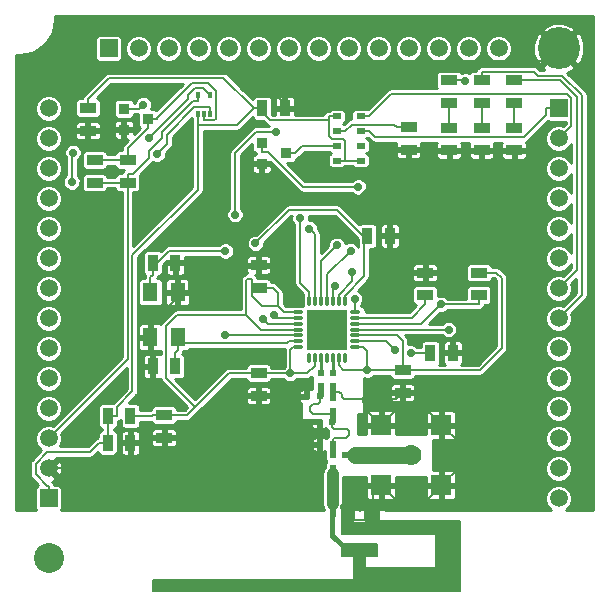
<source format=gtl>
G04 (created by PCBNEW (2013-mar-13)-testing) date Sun 04 Aug 2013 09:21:59 PM CEST*
%MOIN*%
G04 Gerber Fmt 3.4, Leading zero omitted, Abs format*
%FSLAX34Y34*%
G01*
G70*
G90*
G04 APERTURE LIST*
%ADD10C,0.005906*%
%ADD11C,0.008000*%
%ADD12C,0.020000*%
%ADD13C,0.055000*%
%ADD14C,0.010000*%
%ADD15C,0.040000*%
%ADD16C,0.025000*%
%ADD17C,0.030000*%
%ADD18R,0.006000X0.006000*%
%ADD19O,0.011000X0.039400*%
%ADD20R,0.004000X0.008000*%
%ADD21C,0.100000*%
%ADD22R,0.036000X0.036000*%
%ADD23R,0.011800X0.019700*%
%ADD24O,0.039400X0.011000*%
%ADD25R,0.137800X0.137800*%
%ADD26R,0.031500X0.019700*%
%ADD27R,0.051200X0.063000*%
%ADD28C,0.140000*%
%ADD29R,0.055000X0.035000*%
%ADD30R,0.035000X0.055000*%
%ADD31C,0.070000*%
%ADD32R,0.070000X0.070000*%
%ADD33R,0.011800X0.051200*%
%ADD34R,0.059100X0.059100*%
%ADD35C,0.059100*%
%ADD36R,0.020000X0.023600*%
%ADD37R,0.023600X0.020000*%
%ADD38C,0.028000*%
%ADD39C,0.012000*%
G04 APERTURE END LIST*
G54D10*
G54D11*
X31490Y-32770D02*
X31490Y-32630D01*
X31490Y-32630D02*
X31590Y-32630D01*
X31590Y-32630D02*
X31590Y-32770D01*
X31590Y-32770D02*
X31490Y-32770D01*
G54D12*
X31220Y-34559D02*
X30886Y-34559D01*
G54D13*
X33090Y-34560D02*
X31220Y-34560D01*
G54D11*
X30037Y-32784D02*
X30037Y-32600D01*
X30420Y-33190D02*
X29810Y-33190D01*
X29810Y-33190D02*
X29700Y-33080D01*
X29700Y-33080D02*
X29700Y-32960D01*
X29700Y-32960D02*
X29810Y-32850D01*
X29810Y-32850D02*
X29970Y-32850D01*
X29970Y-32850D02*
X30037Y-32784D01*
G54D12*
X30060Y-32247D02*
X30060Y-32590D01*
G54D14*
X30073Y-31764D02*
X30073Y-31366D01*
X30467Y-31764D02*
X30467Y-31366D01*
G54D11*
X30480Y-32440D02*
X30690Y-32440D01*
X30690Y-32440D02*
X30760Y-32510D01*
X30760Y-32510D02*
X30760Y-32620D01*
X30760Y-32620D02*
X30840Y-32700D01*
X30840Y-32700D02*
X31500Y-32700D01*
G54D12*
X30480Y-32654D02*
X30480Y-32247D01*
X30480Y-33450D02*
X30480Y-33087D01*
G54D11*
X30457Y-33607D02*
X30457Y-33450D01*
X30470Y-34030D02*
X30530Y-33970D01*
X30530Y-33970D02*
X30920Y-33970D01*
X30920Y-33970D02*
X31020Y-33870D01*
X31020Y-33870D02*
X31020Y-33760D01*
X31020Y-33760D02*
X30930Y-33670D01*
X30930Y-33670D02*
X30520Y-33670D01*
X30520Y-33670D02*
X30457Y-33607D01*
X30470Y-34180D02*
X30470Y-34030D01*
G54D12*
X30470Y-34554D02*
X30470Y-34200D01*
X30470Y-35200D02*
X30470Y-34987D01*
G54D15*
X30470Y-36190D02*
X30470Y-35200D01*
G54D12*
X30470Y-36600D02*
X30470Y-36190D01*
G54D11*
X30821Y-37608D02*
X30471Y-37247D01*
X30471Y-37247D02*
X30471Y-36373D01*
X30530Y-37240D02*
X30860Y-37570D01*
X30520Y-37210D02*
X30530Y-37240D01*
X30520Y-36340D02*
X30520Y-37210D01*
X30420Y-36340D02*
X30520Y-36340D01*
X30420Y-37270D02*
X30770Y-37620D01*
X30420Y-36340D02*
X30420Y-37270D01*
G54D15*
X31735Y-36795D02*
X31735Y-36500D01*
X31825Y-36795D02*
X31825Y-36500D01*
X30965Y-37020D02*
X30965Y-36500D01*
X34540Y-36970D02*
X30930Y-36970D01*
X34150Y-38430D02*
X34150Y-36930D01*
X31350Y-38520D02*
X34540Y-38520D01*
X31370Y-37700D02*
X31370Y-38600D01*
X31790Y-37720D02*
X30930Y-37720D01*
X24630Y-38900D02*
X34540Y-38900D01*
X34540Y-38900D02*
X34540Y-36930D01*
G54D11*
X31557Y-36340D02*
X32010Y-36340D01*
X31557Y-36734D02*
X31557Y-36340D01*
X31163Y-36734D02*
X31557Y-36734D01*
X31163Y-36340D02*
X31163Y-36734D01*
X30770Y-36340D02*
X31163Y-36340D01*
X30770Y-37180D02*
X30770Y-36340D01*
X33919Y-37180D02*
X30770Y-37180D01*
X33919Y-38309D02*
X33919Y-37180D01*
X31557Y-38309D02*
X33919Y-38309D01*
X31557Y-37915D02*
X31557Y-38309D01*
X31951Y-37915D02*
X31557Y-37915D01*
X31951Y-37521D02*
X31951Y-37915D01*
X30770Y-37521D02*
X31951Y-37521D01*
X30770Y-37915D02*
X30770Y-37521D01*
X31163Y-37915D02*
X30770Y-37915D01*
X34700Y-36760D02*
X34700Y-39096D01*
X34700Y-39096D02*
X24470Y-39096D01*
X24470Y-39096D02*
X24470Y-38703D01*
X24470Y-38703D02*
X31163Y-38703D01*
X31163Y-38703D02*
X31163Y-37915D01*
X32010Y-36760D02*
X34700Y-36760D01*
X32010Y-36340D02*
X32010Y-36760D01*
G54D16*
X30853Y-36295D02*
X32353Y-36295D01*
G54D17*
X31600Y-32941D02*
X31600Y-32441D01*
G54D18*
X30470Y-34560D03*
G54D19*
X30073Y-31316D03*
X30467Y-31316D03*
G54D20*
X31540Y-32700D03*
G54D18*
X30470Y-34200D03*
X30470Y-33450D03*
X30480Y-33070D03*
X30480Y-32670D03*
G54D20*
X30480Y-32230D03*
X30470Y-31760D03*
X30070Y-31750D03*
X30060Y-32230D03*
X30060Y-32600D03*
G54D21*
X21000Y-38000D03*
G54D22*
X28100Y-24850D03*
X28100Y-24150D03*
X28900Y-24500D03*
X23507Y-23705D03*
X23507Y-23005D03*
X24307Y-23355D03*
G54D23*
X25975Y-22549D03*
X26369Y-22549D03*
X26369Y-23179D03*
X26172Y-23179D03*
X25975Y-23179D03*
G54D19*
X29679Y-29425D03*
X30664Y-29425D03*
X30861Y-29425D03*
X30270Y-29425D03*
X30467Y-29425D03*
X30073Y-29425D03*
X29876Y-29425D03*
X29876Y-31315D03*
X30073Y-31315D03*
X30467Y-31315D03*
X30270Y-31315D03*
X30664Y-31315D03*
X30861Y-31315D03*
X29679Y-31315D03*
G54D24*
X31215Y-30370D03*
X31215Y-30567D03*
X31215Y-30961D03*
X31215Y-30764D03*
X31215Y-29976D03*
X31215Y-30173D03*
X31215Y-29779D03*
X29325Y-29779D03*
X29325Y-30173D03*
X29325Y-29976D03*
X29325Y-30764D03*
X29325Y-30961D03*
X29325Y-30567D03*
X29325Y-30370D03*
G54D25*
X30270Y-30370D03*
G54D26*
X31394Y-23262D03*
X31394Y-23754D03*
X31394Y-24738D03*
X31394Y-24246D03*
X30606Y-24246D03*
X30606Y-24738D03*
X30606Y-23754D03*
X30606Y-23262D03*
G54D27*
X25295Y-29133D03*
X25295Y-30629D03*
X24389Y-30629D03*
X24389Y-29133D03*
G54D28*
X38000Y-21000D03*
G54D29*
X24850Y-33225D03*
X24850Y-33975D03*
G54D30*
X28125Y-23000D03*
X28875Y-23000D03*
G54D29*
X23632Y-25474D03*
X23632Y-24724D03*
X22304Y-22990D03*
X22304Y-23740D03*
X33000Y-23625D03*
X33000Y-24375D03*
G54D30*
X22975Y-34150D03*
X23725Y-34150D03*
X24475Y-28150D03*
X25225Y-28150D03*
X25225Y-31600D03*
X24475Y-31600D03*
G54D29*
X28000Y-28975D03*
X28000Y-28225D03*
X32800Y-31725D03*
X32800Y-32475D03*
X28000Y-31825D03*
X28000Y-32575D03*
X33550Y-29225D03*
X33550Y-28475D03*
X36515Y-22065D03*
X36515Y-22815D03*
X35432Y-22065D03*
X35432Y-22815D03*
X34350Y-22065D03*
X34350Y-22815D03*
G54D30*
X23725Y-33250D03*
X22975Y-33250D03*
X32375Y-27250D03*
X31625Y-27250D03*
G54D29*
X36515Y-23640D03*
X36515Y-24390D03*
X35432Y-23640D03*
X35432Y-24390D03*
X34350Y-23640D03*
X34350Y-24390D03*
X22530Y-24724D03*
X22530Y-25474D03*
G54D30*
X34475Y-31150D03*
X33725Y-31150D03*
G54D29*
X35350Y-28475D03*
X35350Y-29225D03*
G54D31*
X33090Y-34560D03*
G54D32*
X32090Y-35560D03*
X32090Y-33560D03*
X34090Y-33560D03*
X34090Y-35560D03*
G54D33*
X30470Y-36600D03*
X30980Y-36600D03*
X31810Y-36600D03*
G54D34*
X23000Y-21000D03*
G54D35*
X24000Y-21000D03*
X25000Y-21000D03*
X26000Y-21000D03*
X27000Y-21000D03*
X28000Y-21000D03*
X29000Y-21000D03*
X30000Y-21000D03*
X31000Y-21000D03*
X32000Y-21000D03*
X33000Y-21000D03*
X34000Y-21000D03*
X35000Y-21000D03*
X36000Y-21000D03*
G54D34*
X21000Y-36000D03*
G54D35*
X21000Y-35000D03*
X21000Y-34000D03*
X21000Y-33000D03*
X21000Y-32000D03*
X21000Y-31000D03*
X21000Y-30000D03*
X21000Y-29000D03*
X21000Y-28000D03*
X21000Y-27000D03*
X21000Y-26000D03*
X21000Y-25000D03*
X21000Y-24000D03*
X21000Y-23000D03*
G54D34*
X38000Y-23000D03*
G54D35*
X38000Y-24000D03*
X38000Y-25000D03*
X38000Y-26000D03*
X38000Y-27000D03*
X38000Y-28000D03*
X38000Y-29000D03*
X38000Y-30000D03*
X38000Y-31000D03*
X38000Y-32000D03*
X38000Y-33000D03*
X38000Y-34000D03*
X38000Y-35000D03*
X38000Y-36000D03*
G54D36*
X30480Y-31812D03*
X30480Y-32248D03*
X30060Y-31812D03*
X30060Y-32248D03*
G54D37*
X30038Y-32600D03*
X29602Y-32600D03*
G54D36*
X30480Y-32652D03*
X30480Y-33088D03*
G54D37*
X30022Y-33450D03*
X30458Y-33450D03*
X30032Y-34200D03*
X30468Y-34200D03*
G54D36*
X30470Y-34988D03*
X30470Y-34552D03*
G54D37*
X30888Y-34560D03*
G54D38*
X21770Y-25450D03*
X21810Y-24470D03*
X30538Y-28925D03*
X28574Y-23773D03*
X27211Y-26536D03*
X28152Y-30002D03*
X28522Y-29889D03*
X29381Y-26646D03*
X29687Y-27004D03*
X30604Y-27564D03*
X31060Y-27739D03*
X27892Y-27496D03*
X31121Y-28443D03*
X34329Y-30370D03*
X31195Y-29342D03*
X34069Y-29527D03*
X35168Y-33411D03*
X34506Y-28440D03*
X34930Y-30429D03*
X35238Y-31086D03*
X26159Y-28336D03*
X26180Y-29281D03*
X24255Y-32564D03*
X24920Y-32627D03*
X32169Y-29283D03*
X32814Y-29289D03*
X30138Y-25990D03*
X30167Y-26789D03*
X28502Y-25512D03*
X29134Y-29267D03*
X28798Y-28546D03*
X22022Y-27940D03*
X23056Y-26950D03*
X22435Y-26061D03*
X21882Y-26607D03*
X24950Y-22390D03*
X23950Y-22390D03*
X31540Y-21900D03*
X30810Y-21920D03*
X29930Y-22800D03*
X20550Y-22010D03*
X21160Y-21330D03*
X28750Y-21920D03*
X29470Y-21930D03*
X25459Y-27083D03*
X26278Y-27104D03*
X25928Y-26572D03*
X26570Y-24200D03*
X24416Y-25774D03*
X25298Y-25823D03*
X24269Y-26831D03*
X23034Y-28072D03*
X21956Y-29194D03*
X23034Y-29172D03*
X22000Y-30448D03*
X23034Y-30668D03*
X22088Y-31570D03*
X23345Y-32193D03*
X22044Y-33748D03*
X26750Y-33250D03*
X28280Y-31240D03*
X26430Y-31330D03*
X25970Y-31980D03*
X29960Y-30674D03*
X30588Y-30056D03*
X29958Y-30060D03*
X27250Y-32500D03*
X30550Y-30670D03*
X30270Y-30370D03*
X36870Y-30800D03*
X25000Y-34500D03*
X26500Y-34500D03*
X28750Y-33250D03*
X28000Y-34250D03*
X29500Y-34250D03*
X28750Y-35000D03*
X27250Y-35000D03*
X25750Y-35000D03*
X24250Y-35000D03*
X22000Y-35750D03*
X23250Y-35750D03*
X25000Y-35750D03*
X26500Y-35750D03*
X28000Y-35750D03*
X29500Y-35750D03*
X36025Y-35125D03*
X35300Y-34600D03*
X35850Y-33925D03*
X36775Y-33550D03*
X36800Y-34750D03*
X36775Y-35800D03*
X35075Y-35825D03*
X35825Y-25200D03*
X35800Y-26200D03*
X35800Y-27175D03*
X36850Y-28200D03*
X36850Y-26525D03*
X36850Y-25375D03*
X32675Y-25350D03*
X33550Y-25250D03*
X33525Y-26200D03*
X32250Y-26175D03*
X33275Y-27200D03*
X34350Y-27525D03*
X34350Y-26450D03*
X34350Y-25400D03*
X32025Y-28600D03*
X32050Y-27900D03*
X32650Y-28500D03*
X34150Y-32150D03*
X35900Y-32175D03*
X36750Y-32175D03*
X37338Y-24197D03*
X34891Y-22085D03*
X26889Y-27754D03*
X26889Y-30566D03*
X33062Y-31150D03*
X32538Y-31055D03*
X29050Y-31825D03*
X31600Y-31725D03*
X24332Y-24000D03*
X24151Y-22879D03*
X31320Y-25621D03*
X24620Y-24521D03*
G54D11*
X21770Y-24510D02*
X21770Y-25450D01*
X21810Y-24470D02*
X21770Y-24510D01*
X22384Y-34445D02*
X22679Y-34150D01*
X20956Y-34445D02*
X22384Y-34445D01*
X20564Y-34836D02*
X20956Y-34445D01*
X20564Y-35200D02*
X20564Y-34836D01*
X20948Y-35584D02*
X20564Y-35200D01*
X21000Y-35584D02*
X20948Y-35584D01*
X21000Y-36000D02*
X21000Y-35584D01*
X22975Y-34150D02*
X22679Y-34150D01*
X22975Y-34150D02*
X22975Y-33250D01*
X22975Y-33250D02*
X23270Y-33250D01*
X31394Y-24737D02*
X31116Y-24737D01*
X30605Y-24737D02*
X30883Y-24737D01*
X30883Y-24737D02*
X31116Y-24737D01*
X30605Y-23262D02*
X30328Y-23262D01*
X22304Y-22990D02*
X22304Y-22695D01*
X27272Y-23557D02*
X27829Y-23000D01*
X25975Y-23557D02*
X27272Y-23557D01*
X25975Y-25704D02*
X25975Y-23557D01*
X23792Y-27887D02*
X25975Y-25704D01*
X23792Y-32432D02*
X23792Y-27887D01*
X23270Y-32954D02*
X23792Y-32432D01*
X23270Y-33250D02*
X23270Y-32954D01*
X25975Y-23557D02*
X25975Y-23179D01*
X23004Y-21995D02*
X22304Y-22695D01*
X26825Y-21995D02*
X23004Y-21995D01*
X27829Y-23000D02*
X26825Y-21995D01*
X28125Y-23000D02*
X27977Y-23000D01*
X27977Y-23000D02*
X27829Y-23000D01*
X30328Y-23911D02*
X30328Y-23397D01*
X30444Y-24027D02*
X30328Y-23911D01*
X30813Y-24027D02*
X30444Y-24027D01*
X30883Y-24097D02*
X30813Y-24027D01*
X30883Y-24737D02*
X30883Y-24097D01*
X30328Y-23397D02*
X30328Y-23262D01*
X28374Y-23397D02*
X27977Y-23000D01*
X30328Y-23397D02*
X28374Y-23397D01*
X23632Y-31367D02*
X23632Y-25474D01*
X21000Y-34000D02*
X23632Y-31367D01*
X25975Y-22549D02*
X25975Y-22767D01*
X22530Y-25474D02*
X23632Y-25474D01*
X23632Y-25474D02*
X23632Y-25178D01*
X25817Y-22767D02*
X25975Y-22767D01*
X24783Y-23801D02*
X25817Y-22767D01*
X24783Y-23983D02*
X24783Y-23801D01*
X24344Y-24422D02*
X24783Y-23983D01*
X24344Y-24650D02*
X24344Y-24422D01*
X23816Y-25178D02*
X24344Y-24650D01*
X23632Y-25178D02*
X23816Y-25178D01*
X30467Y-28997D02*
X30538Y-28925D01*
X30467Y-29425D02*
X30467Y-28997D01*
X28323Y-30172D02*
X28152Y-30002D01*
X29325Y-30172D02*
X28323Y-30172D01*
X27211Y-24484D02*
X27211Y-26536D01*
X27922Y-23773D02*
X27211Y-24484D01*
X28574Y-23773D02*
X27922Y-23773D01*
X28609Y-29975D02*
X28522Y-29889D01*
X29325Y-29975D02*
X28609Y-29975D01*
X29679Y-29425D02*
X29679Y-29107D01*
X29381Y-28810D02*
X29381Y-26646D01*
X29679Y-29107D02*
X29381Y-28810D01*
X29875Y-27193D02*
X29687Y-27004D01*
X29875Y-29425D02*
X29875Y-27193D01*
X30072Y-28096D02*
X30604Y-27564D01*
X30072Y-29425D02*
X30072Y-28096D01*
X30270Y-28529D02*
X31060Y-27739D01*
X30270Y-29425D02*
X30270Y-28529D01*
X29005Y-26384D02*
X27892Y-27496D01*
X30611Y-26384D02*
X29005Y-26384D01*
X31477Y-27250D02*
X30611Y-26384D01*
X31625Y-27250D02*
X31514Y-27250D01*
X31514Y-27250D02*
X31477Y-27250D01*
X30860Y-29237D02*
X30860Y-29425D01*
X31514Y-28584D02*
X30860Y-29237D01*
X31514Y-27250D02*
X31514Y-28584D01*
X30664Y-29207D02*
X30664Y-29425D01*
X31121Y-28750D02*
X30664Y-29207D01*
X31121Y-28443D02*
X31121Y-28750D01*
X31215Y-30370D02*
X34329Y-30370D01*
X31215Y-29362D02*
X31195Y-29342D01*
X31215Y-29779D02*
X31215Y-29362D01*
X35350Y-29225D02*
X35350Y-29520D01*
X35342Y-29527D02*
X34069Y-29527D01*
X35350Y-29520D02*
X35342Y-29527D01*
X33423Y-30172D02*
X34069Y-29527D01*
X31215Y-30172D02*
X33423Y-30172D01*
X34350Y-27525D02*
X34350Y-28284D01*
X34350Y-28284D02*
X34506Y-28440D01*
X34475Y-31150D02*
X35174Y-31150D01*
X35174Y-31150D02*
X35238Y-31086D01*
X26159Y-29260D02*
X26159Y-28336D01*
X26180Y-29281D02*
X26159Y-29260D01*
X24857Y-32564D02*
X24255Y-32564D01*
X24920Y-32627D02*
X24857Y-32564D01*
X32650Y-28500D02*
X32650Y-29125D01*
X32650Y-29125D02*
X32814Y-29289D01*
X28557Y-25512D02*
X29035Y-25990D01*
X29035Y-25990D02*
X30138Y-25990D01*
X28502Y-25512D02*
X28557Y-25512D01*
X28100Y-24850D02*
X28100Y-25110D01*
X28100Y-25110D02*
X28502Y-25512D01*
X28000Y-28225D02*
X28477Y-28225D01*
X28477Y-28225D02*
X28798Y-28546D01*
X23056Y-26950D02*
X22225Y-26950D01*
X22022Y-27940D02*
X23012Y-26950D01*
X23012Y-26950D02*
X23056Y-26950D01*
X22225Y-26950D02*
X21882Y-26607D01*
X23280Y-22390D02*
X23950Y-22390D01*
X22990Y-22680D02*
X23280Y-22390D01*
X22990Y-23630D02*
X22990Y-22680D01*
X22879Y-23740D02*
X22990Y-23630D01*
X22304Y-23740D02*
X22879Y-23740D01*
X28875Y-23000D02*
X29730Y-23000D01*
X30830Y-21900D02*
X31540Y-21900D01*
X30810Y-21920D02*
X30830Y-21900D01*
X29730Y-23000D02*
X29930Y-22800D01*
X20550Y-21940D02*
X20550Y-22010D01*
X21160Y-21330D02*
X20550Y-21940D01*
X28875Y-23000D02*
X28875Y-22525D01*
X28875Y-22525D02*
X29470Y-21930D01*
X25928Y-26572D02*
X25928Y-26472D01*
X25459Y-27083D02*
X25480Y-27104D01*
X25480Y-27104D02*
X26278Y-27104D01*
X26570Y-25830D02*
X26570Y-24200D01*
X25928Y-26472D02*
X26570Y-25830D01*
X25277Y-25823D02*
X25298Y-25823D01*
X24269Y-26831D02*
X25277Y-25823D01*
X23034Y-28116D02*
X23034Y-28072D01*
X21956Y-29194D02*
X23034Y-28116D01*
X23034Y-29414D02*
X23034Y-29172D01*
X22000Y-30448D02*
X23034Y-29414D01*
X22990Y-30668D02*
X23034Y-30668D01*
X22088Y-31570D02*
X22990Y-30668D01*
X22149Y-33389D02*
X23345Y-32193D01*
X22149Y-33643D02*
X22149Y-33389D01*
X22044Y-33748D02*
X22149Y-33643D01*
G54D39*
X27425Y-32575D02*
X26750Y-33250D01*
X28000Y-32575D02*
X27425Y-32575D01*
G54D11*
X26430Y-31520D02*
X26430Y-31330D01*
X25970Y-31980D02*
X26430Y-31520D01*
X29960Y-30674D02*
X30264Y-30370D01*
X30264Y-30370D02*
X30270Y-30370D01*
X30274Y-30370D02*
X30270Y-30370D01*
X30588Y-30056D02*
X30274Y-30370D01*
X30268Y-30370D02*
X30270Y-30370D01*
X29958Y-30060D02*
X30268Y-30370D01*
X27325Y-32575D02*
X27250Y-32500D01*
X28000Y-32575D02*
X27325Y-32575D01*
G54D39*
X30550Y-30670D02*
X30270Y-30390D01*
X30270Y-30390D02*
X30270Y-30370D01*
G54D11*
X36750Y-32175D02*
X36750Y-30920D01*
X36750Y-30920D02*
X36870Y-30800D01*
G54D39*
X30032Y-34200D02*
X30032Y-35218D01*
G54D11*
X26500Y-34500D02*
X25000Y-34500D01*
G54D39*
X28750Y-33500D02*
X28750Y-33250D01*
X28000Y-34250D02*
X28750Y-33500D01*
X28750Y-35000D02*
X29500Y-34250D01*
X25750Y-35000D02*
X27250Y-35000D01*
X22750Y-35000D02*
X24250Y-35000D01*
X22000Y-35750D02*
X22750Y-35000D01*
X25000Y-35750D02*
X23250Y-35750D01*
X28000Y-35750D02*
X26500Y-35750D01*
X30032Y-35218D02*
X29500Y-35750D01*
X34090Y-35560D02*
X34810Y-35560D01*
X35825Y-35125D02*
X36025Y-35125D01*
X35300Y-34600D02*
X35825Y-35125D01*
X36400Y-33925D02*
X35850Y-33925D01*
X36775Y-33550D02*
X36400Y-33925D01*
X36800Y-35775D02*
X36800Y-34750D01*
X36775Y-35800D02*
X36800Y-35775D01*
X34810Y-35560D02*
X35075Y-35825D01*
X36515Y-24390D02*
X36515Y-25040D01*
X35800Y-27175D02*
X35800Y-26200D01*
X36850Y-26525D02*
X36850Y-28200D01*
X36515Y-25040D02*
X36850Y-25375D01*
X34350Y-24390D02*
X34350Y-25400D01*
X33550Y-26175D02*
X33550Y-25250D01*
X33525Y-26200D02*
X33550Y-26175D01*
X33275Y-27200D02*
X32250Y-26175D01*
X34350Y-26450D02*
X34350Y-27525D01*
X33550Y-28475D02*
X32675Y-28475D01*
X32025Y-27925D02*
X32025Y-28600D01*
X32050Y-27900D02*
X32025Y-27925D01*
X32675Y-28475D02*
X32650Y-28500D01*
X34090Y-33560D02*
X35365Y-33560D01*
X35875Y-32150D02*
X34150Y-32150D01*
X35900Y-32175D02*
X35875Y-32150D01*
X35365Y-33560D02*
X36750Y-32175D01*
X30980Y-36600D02*
X30980Y-36370D01*
X31810Y-36410D02*
X31810Y-36600D01*
X31700Y-36300D02*
X31810Y-36410D01*
X31050Y-36300D02*
X31700Y-36300D01*
X30980Y-36370D02*
X31050Y-36300D01*
G54D11*
X32090Y-35560D02*
X32090Y-35580D01*
X32090Y-35580D02*
X31810Y-35860D01*
X31810Y-35860D02*
X31810Y-36600D01*
X32090Y-35560D02*
X31310Y-35560D01*
X30980Y-35890D02*
X30980Y-36600D01*
X31310Y-35560D02*
X30980Y-35890D01*
X34090Y-35560D02*
X33610Y-36040D01*
X32570Y-36040D02*
X32090Y-35560D01*
X33610Y-36040D02*
X32570Y-36040D01*
X34090Y-33560D02*
X34660Y-34130D01*
X34660Y-34990D02*
X34090Y-35560D01*
X34660Y-34130D02*
X34660Y-34990D01*
X32090Y-33560D02*
X32520Y-33130D01*
X33660Y-33130D02*
X34090Y-33560D01*
X32520Y-33130D02*
X33660Y-33130D01*
X31540Y-32700D02*
X31540Y-33010D01*
X31540Y-33010D02*
X32090Y-33560D01*
X31540Y-32700D02*
X32575Y-32700D01*
X32575Y-32700D02*
X32800Y-32475D01*
X23429Y-34334D02*
X23429Y-34150D01*
X22764Y-35000D02*
X23429Y-34334D01*
X21000Y-35000D02*
X22764Y-35000D01*
X35541Y-28770D02*
X33550Y-28770D01*
X35745Y-28974D02*
X35541Y-28770D01*
X35745Y-30174D02*
X35745Y-28974D01*
X34770Y-31150D02*
X35745Y-30174D01*
X34475Y-31150D02*
X34770Y-31150D01*
X33550Y-28475D02*
X33550Y-28770D01*
X35432Y-24390D02*
X34350Y-24390D01*
X32670Y-27300D02*
X33550Y-28179D01*
X32670Y-27250D02*
X32670Y-27300D01*
X33550Y-28475D02*
X33550Y-28179D01*
X32375Y-27250D02*
X32670Y-27250D01*
X26895Y-33975D02*
X24850Y-33975D01*
X28000Y-32870D02*
X26895Y-33975D01*
X28000Y-32575D02*
X28000Y-32870D01*
X25225Y-28150D02*
X25520Y-28150D01*
X24475Y-31600D02*
X24475Y-31204D01*
X23577Y-34150D02*
X23429Y-34150D01*
X23577Y-34150D02*
X23725Y-34150D01*
X24279Y-34150D02*
X24454Y-33975D01*
X23725Y-34150D02*
X24279Y-34150D01*
X25671Y-28225D02*
X25671Y-29133D01*
X25595Y-28225D02*
X25520Y-28150D01*
X25671Y-28225D02*
X25595Y-28225D01*
X33938Y-24375D02*
X33395Y-24375D01*
X33954Y-24390D02*
X33938Y-24375D01*
X34350Y-24390D02*
X33954Y-24390D01*
X23172Y-23740D02*
X23207Y-23705D01*
X22304Y-23740D02*
X23172Y-23740D01*
X24389Y-31119D02*
X24389Y-30629D01*
X24475Y-31204D02*
X24389Y-31119D01*
X28000Y-28225D02*
X25671Y-28225D01*
X23507Y-23705D02*
X23207Y-23705D01*
X32375Y-27250D02*
X32079Y-27250D01*
X24850Y-33975D02*
X24454Y-33975D01*
X33197Y-24375D02*
X33395Y-24375D01*
X33197Y-24375D02*
X33000Y-24375D01*
X33000Y-24375D02*
X32604Y-24375D01*
X37568Y-21431D02*
X38000Y-21000D01*
X30738Y-21431D02*
X37568Y-21431D01*
X29170Y-23000D02*
X30738Y-21431D01*
X28875Y-23000D02*
X29022Y-23000D01*
X29022Y-23000D02*
X29170Y-23000D01*
X22304Y-23740D02*
X22304Y-23445D01*
X32079Y-26827D02*
X31281Y-26028D01*
X32079Y-27250D02*
X32079Y-26827D01*
X32604Y-24705D02*
X32604Y-24375D01*
X31281Y-26028D02*
X32604Y-24705D01*
X35857Y-28179D02*
X33550Y-28179D01*
X36268Y-28591D02*
X35857Y-28179D01*
X36268Y-31084D02*
X36268Y-28591D01*
X34877Y-32475D02*
X36268Y-31084D01*
X32800Y-32475D02*
X34877Y-32475D01*
X28000Y-28225D02*
X28000Y-27929D01*
X25295Y-29133D02*
X25483Y-29133D01*
X25483Y-29133D02*
X25671Y-29133D01*
X24422Y-30194D02*
X24389Y-30194D01*
X25483Y-29133D02*
X24422Y-30194D01*
X24389Y-30629D02*
X24389Y-30194D01*
X28100Y-24850D02*
X28100Y-25150D01*
X22119Y-23445D02*
X22304Y-23445D01*
X21908Y-23235D02*
X22119Y-23445D01*
X21908Y-22744D02*
X21908Y-23235D01*
X22818Y-21835D02*
X21908Y-22744D01*
X27858Y-21835D02*
X22818Y-21835D01*
X29022Y-23000D02*
X27858Y-21835D01*
X36515Y-24390D02*
X35432Y-24390D01*
X37104Y-24197D02*
X37338Y-24197D01*
X36911Y-24390D02*
X37104Y-24197D01*
X36515Y-24390D02*
X36911Y-24390D01*
X31143Y-25891D02*
X28250Y-25891D01*
X31281Y-26028D02*
X31143Y-25891D01*
X28100Y-25740D02*
X28100Y-25150D01*
X28250Y-25891D02*
X28100Y-25740D01*
X27957Y-27929D02*
X28000Y-27929D01*
X27632Y-27604D02*
X27957Y-27929D01*
X27632Y-26509D02*
X27632Y-27604D01*
X28250Y-25891D02*
X27632Y-26509D01*
X38053Y-22065D02*
X36515Y-22065D01*
X38598Y-22610D02*
X38053Y-22065D01*
X38598Y-28401D02*
X38598Y-22610D01*
X38000Y-29000D02*
X38598Y-28401D01*
X37179Y-21770D02*
X35432Y-21770D01*
X37314Y-21905D02*
X37179Y-21770D01*
X38123Y-21905D02*
X37314Y-21905D01*
X38772Y-22554D02*
X38123Y-21905D01*
X38772Y-29227D02*
X38772Y-22554D01*
X38000Y-30000D02*
X38772Y-29227D01*
X35432Y-22065D02*
X35432Y-21770D01*
X34764Y-22085D02*
X34745Y-22065D01*
X34891Y-22085D02*
X34764Y-22085D01*
X34350Y-22065D02*
X34745Y-22065D01*
X25225Y-31135D02*
X25295Y-31065D01*
X25225Y-31600D02*
X25225Y-31135D01*
X25295Y-30629D02*
X25295Y-30763D01*
X25295Y-30763D02*
X25295Y-31065D01*
X29325Y-30764D02*
X29007Y-30764D01*
X28944Y-30827D02*
X29007Y-30764D01*
X25358Y-30827D02*
X28944Y-30827D01*
X25295Y-30763D02*
X25358Y-30827D01*
X22530Y-24724D02*
X23632Y-24724D01*
X23632Y-24724D02*
X23632Y-24428D01*
X24307Y-23355D02*
X24608Y-23355D01*
X26172Y-23179D02*
X26172Y-23397D01*
X23632Y-24332D02*
X23632Y-24428D01*
X24307Y-23656D02*
X23632Y-24332D01*
X24608Y-23309D02*
X24608Y-23355D01*
X25761Y-22155D02*
X24608Y-23309D01*
X26303Y-22155D02*
X25761Y-22155D01*
X26564Y-22416D02*
X26303Y-22155D01*
X26564Y-23338D02*
X26564Y-22416D01*
X26505Y-23397D02*
X26564Y-23338D01*
X26172Y-23397D02*
X26505Y-23397D01*
X24307Y-23355D02*
X24307Y-23656D01*
X24389Y-28630D02*
X24389Y-29133D01*
X24475Y-28545D02*
X24389Y-28630D01*
X24475Y-28347D02*
X24475Y-28279D01*
X24475Y-28347D02*
X24475Y-28545D01*
X24475Y-28150D02*
X24475Y-28279D01*
X29325Y-30567D02*
X29007Y-30567D01*
X24999Y-27754D02*
X26889Y-27754D01*
X24475Y-28279D02*
X24999Y-27754D01*
X29007Y-30566D02*
X26889Y-30566D01*
X29007Y-30567D02*
X29007Y-30566D01*
X29454Y-24245D02*
X29200Y-24500D01*
X30605Y-24245D02*
X29454Y-24245D01*
X28900Y-24500D02*
X29200Y-24500D01*
X33725Y-31150D02*
X33062Y-31150D01*
X32246Y-30764D02*
X32538Y-31055D01*
X31215Y-30764D02*
X32246Y-30764D01*
X31215Y-29975D02*
X31532Y-29975D01*
X33550Y-29225D02*
X33550Y-29520D01*
X33094Y-29975D02*
X33550Y-29520D01*
X31532Y-29975D02*
X33094Y-29975D01*
X35432Y-23640D02*
X35432Y-22815D01*
X31102Y-23535D02*
X30883Y-23754D01*
X32515Y-23535D02*
X31102Y-23535D01*
X32604Y-23625D02*
X32515Y-23535D01*
X33000Y-23625D02*
X32604Y-23625D01*
X30605Y-23754D02*
X30883Y-23754D01*
X31600Y-31725D02*
X32800Y-31725D01*
X32800Y-30750D02*
X32800Y-31725D01*
X32617Y-30567D02*
X32800Y-30750D01*
X31215Y-30567D02*
X32617Y-30567D01*
X35925Y-28475D02*
X35350Y-28475D01*
X36100Y-28650D02*
X35925Y-28475D01*
X36100Y-31000D02*
X36100Y-28650D01*
X35375Y-31725D02*
X36100Y-31000D01*
X32800Y-31725D02*
X35375Y-31725D01*
X31600Y-31100D02*
X31600Y-31725D01*
X31460Y-30960D02*
X31600Y-31100D01*
X31215Y-30960D02*
X31460Y-30960D01*
X28000Y-31825D02*
X29050Y-31825D01*
X31600Y-31725D02*
X32800Y-31725D01*
X30825Y-31725D02*
X31600Y-31725D01*
X30664Y-31564D02*
X30825Y-31725D01*
X30664Y-31315D02*
X30664Y-31564D01*
X29625Y-31825D02*
X29875Y-31574D01*
X29875Y-31574D02*
X29875Y-31315D01*
X29050Y-31825D02*
X29625Y-31825D01*
X29050Y-31050D02*
X29050Y-31825D01*
X29325Y-30960D02*
X29139Y-30960D01*
X29139Y-30960D02*
X29050Y-31050D01*
X24429Y-33250D02*
X24454Y-33225D01*
X23725Y-33250D02*
X24429Y-33250D01*
X24850Y-33225D02*
X24454Y-33225D01*
X25625Y-33225D02*
X25887Y-32962D01*
X24850Y-33225D02*
X25625Y-33225D01*
X27025Y-31825D02*
X28000Y-31825D01*
X25887Y-32962D02*
X27025Y-31825D01*
X24919Y-31994D02*
X25887Y-32962D01*
X24919Y-30255D02*
X24919Y-31994D01*
X25293Y-29881D02*
X24919Y-30255D01*
X27585Y-29881D02*
X25293Y-29881D01*
X28650Y-29150D02*
X28650Y-29600D01*
X28475Y-28975D02*
X28650Y-29150D01*
X28000Y-28975D02*
X28475Y-28975D01*
X28829Y-29779D02*
X29325Y-29779D01*
X28650Y-29600D02*
X28829Y-29779D01*
X27585Y-28726D02*
X27585Y-29881D01*
X27632Y-28679D02*
X27585Y-28726D01*
X27741Y-28679D02*
X27632Y-28679D01*
X27764Y-28703D02*
X27741Y-28679D01*
X27764Y-29247D02*
X27764Y-28703D01*
X28117Y-29600D02*
X27764Y-29247D01*
X28650Y-29600D02*
X28117Y-29600D01*
X28073Y-30370D02*
X27585Y-29881D01*
X29325Y-30370D02*
X28073Y-30370D01*
X34350Y-23640D02*
X34350Y-22815D01*
X36515Y-23640D02*
X36515Y-22815D01*
X25648Y-22684D02*
X24332Y-24000D01*
X25648Y-22537D02*
X25648Y-22684D01*
X25869Y-22316D02*
X25648Y-22537D01*
X26136Y-22316D02*
X25869Y-22316D01*
X26369Y-22549D02*
X26136Y-22316D01*
X38418Y-23581D02*
X38000Y-24000D01*
X38418Y-22657D02*
X38418Y-23581D01*
X38281Y-22520D02*
X38418Y-22657D01*
X32412Y-22520D02*
X38281Y-22520D01*
X31671Y-23262D02*
X32412Y-22520D01*
X31394Y-23262D02*
X31671Y-23262D01*
X37584Y-23207D02*
X37584Y-23000D01*
X36839Y-23952D02*
X37584Y-23207D01*
X31870Y-23952D02*
X36839Y-23952D01*
X31671Y-23754D02*
X31870Y-23952D01*
X31394Y-23754D02*
X31671Y-23754D01*
X38000Y-23000D02*
X37584Y-23000D01*
X23808Y-23005D02*
X24025Y-23005D01*
X24025Y-23005D02*
X24151Y-22879D01*
X23507Y-23005D02*
X23808Y-23005D01*
X28300Y-24450D02*
X28100Y-24450D01*
X29472Y-25621D02*
X28300Y-24450D01*
X31320Y-25621D02*
X29472Y-25621D01*
X28100Y-24150D02*
X28100Y-24450D01*
X26369Y-23179D02*
X26369Y-22960D01*
X25857Y-22960D02*
X26369Y-22960D01*
X24943Y-23874D02*
X25857Y-22960D01*
X24943Y-24198D02*
X24943Y-23874D01*
X24620Y-24521D02*
X24943Y-24198D01*
G54D10*
G36*
X23602Y-32354D02*
X23135Y-32820D01*
X23132Y-32825D01*
X23120Y-32825D01*
X22770Y-32825D01*
X22715Y-32847D01*
X22672Y-32890D01*
X22650Y-32945D01*
X22650Y-33004D01*
X22650Y-33554D01*
X22672Y-33609D01*
X22715Y-33652D01*
X22770Y-33675D01*
X22785Y-33675D01*
X22785Y-33725D01*
X22770Y-33725D01*
X22715Y-33747D01*
X22672Y-33790D01*
X22650Y-33845D01*
X22650Y-33904D01*
X22650Y-33965D01*
X22607Y-33974D01*
X22545Y-34015D01*
X22545Y-34015D01*
X22306Y-34255D01*
X21375Y-34255D01*
X21377Y-34252D01*
X21445Y-34089D01*
X21445Y-33911D01*
X21419Y-33849D01*
X23602Y-31666D01*
X23602Y-32354D01*
X23602Y-32354D01*
G37*
G54D14*
X23602Y-32354D02*
X23135Y-32820D01*
X23132Y-32825D01*
X23120Y-32825D01*
X22770Y-32825D01*
X22715Y-32847D01*
X22672Y-32890D01*
X22650Y-32945D01*
X22650Y-33004D01*
X22650Y-33554D01*
X22672Y-33609D01*
X22715Y-33652D01*
X22770Y-33675D01*
X22785Y-33675D01*
X22785Y-33725D01*
X22770Y-33725D01*
X22715Y-33747D01*
X22672Y-33790D01*
X22650Y-33845D01*
X22650Y-33904D01*
X22650Y-33965D01*
X22607Y-33974D01*
X22545Y-34015D01*
X22545Y-34015D01*
X22306Y-34255D01*
X21375Y-34255D01*
X21377Y-34252D01*
X21445Y-34089D01*
X21445Y-33911D01*
X21419Y-33849D01*
X23602Y-31666D01*
X23602Y-32354D01*
G54D10*
G36*
X25785Y-25626D02*
X23822Y-27589D01*
X23822Y-25799D01*
X23936Y-25799D01*
X23991Y-25776D01*
X24034Y-25733D01*
X24057Y-25678D01*
X24057Y-25619D01*
X24057Y-25269D01*
X24038Y-25225D01*
X24478Y-24785D01*
X24478Y-24785D01*
X24478Y-24785D01*
X24483Y-24778D01*
X24562Y-24811D01*
X24677Y-24811D01*
X24784Y-24767D01*
X24866Y-24685D01*
X24910Y-24579D01*
X24910Y-24499D01*
X25077Y-24332D01*
X25119Y-24270D01*
X25133Y-24198D01*
X25133Y-23953D01*
X25769Y-23316D01*
X25785Y-23353D01*
X25785Y-23557D01*
X25785Y-25626D01*
X25785Y-25626D01*
G37*
G54D14*
X25785Y-25626D02*
X23822Y-27589D01*
X23822Y-25799D01*
X23936Y-25799D01*
X23991Y-25776D01*
X24034Y-25733D01*
X24057Y-25678D01*
X24057Y-25619D01*
X24057Y-25269D01*
X24038Y-25225D01*
X24478Y-24785D01*
X24478Y-24785D01*
X24478Y-24785D01*
X24483Y-24778D01*
X24562Y-24811D01*
X24677Y-24811D01*
X24784Y-24767D01*
X24866Y-24685D01*
X24910Y-24579D01*
X24910Y-24499D01*
X25077Y-24332D01*
X25119Y-24270D01*
X25133Y-24198D01*
X25133Y-23953D01*
X25769Y-23316D01*
X25785Y-23353D01*
X25785Y-23557D01*
X25785Y-25626D01*
G54D10*
G36*
X28866Y-31017D02*
X28860Y-31050D01*
X28860Y-31604D01*
X28829Y-31635D01*
X28425Y-31635D01*
X28425Y-31620D01*
X28402Y-31565D01*
X28359Y-31522D01*
X28304Y-31500D01*
X28245Y-31500D01*
X27695Y-31500D01*
X27640Y-31522D01*
X27597Y-31565D01*
X27575Y-31620D01*
X27575Y-31635D01*
X27025Y-31635D01*
X27025Y-31634D01*
X26952Y-31649D01*
X26890Y-31690D01*
X26890Y-31690D01*
X25887Y-32693D01*
X25218Y-32025D01*
X25429Y-32025D01*
X25484Y-32002D01*
X25527Y-31959D01*
X25550Y-31904D01*
X25550Y-31845D01*
X25550Y-31295D01*
X25527Y-31240D01*
X25484Y-31197D01*
X25442Y-31180D01*
X25471Y-31137D01*
X25479Y-31094D01*
X25479Y-31094D01*
X25581Y-31094D01*
X25636Y-31072D01*
X25678Y-31029D01*
X25683Y-31017D01*
X28866Y-31017D01*
X28866Y-31017D01*
G37*
G54D14*
X28866Y-31017D02*
X28860Y-31050D01*
X28860Y-31604D01*
X28829Y-31635D01*
X28425Y-31635D01*
X28425Y-31620D01*
X28402Y-31565D01*
X28359Y-31522D01*
X28304Y-31500D01*
X28245Y-31500D01*
X27695Y-31500D01*
X27640Y-31522D01*
X27597Y-31565D01*
X27575Y-31620D01*
X27575Y-31635D01*
X27025Y-31635D01*
X27025Y-31634D01*
X26952Y-31649D01*
X26890Y-31690D01*
X26890Y-31690D01*
X25887Y-32693D01*
X25218Y-32025D01*
X25429Y-32025D01*
X25484Y-32002D01*
X25527Y-31959D01*
X25550Y-31904D01*
X25550Y-31845D01*
X25550Y-31295D01*
X25527Y-31240D01*
X25484Y-31197D01*
X25442Y-31180D01*
X25471Y-31137D01*
X25479Y-31094D01*
X25479Y-31094D01*
X25581Y-31094D01*
X25636Y-31072D01*
X25678Y-31029D01*
X25683Y-31017D01*
X28866Y-31017D01*
G54D10*
G36*
X30320Y-33919D02*
X30294Y-33957D01*
X30293Y-33960D01*
X30265Y-33972D01*
X30250Y-33987D01*
X30234Y-33972D01*
X30179Y-33950D01*
X30119Y-33950D01*
X30082Y-33987D01*
X30082Y-34150D01*
X30089Y-34150D01*
X30089Y-34250D01*
X30082Y-34250D01*
X30082Y-34412D01*
X30119Y-34450D01*
X30179Y-34450D01*
X30220Y-34433D01*
X30220Y-34463D01*
X30220Y-34554D01*
X30220Y-34699D01*
X30242Y-34754D01*
X30257Y-34770D01*
X30242Y-34785D01*
X30220Y-34840D01*
X30220Y-34899D01*
X30220Y-34956D01*
X30146Y-35066D01*
X30120Y-35200D01*
X30120Y-36190D01*
X30146Y-36323D01*
X30177Y-36370D01*
X29982Y-36370D01*
X29982Y-34412D01*
X29982Y-34250D01*
X29982Y-34150D01*
X29982Y-33987D01*
X29972Y-33977D01*
X29972Y-33662D01*
X29972Y-33500D01*
X29791Y-33500D01*
X29754Y-33537D01*
X29754Y-33579D01*
X29776Y-33634D01*
X29819Y-33677D01*
X29874Y-33700D01*
X29934Y-33700D01*
X29972Y-33662D01*
X29972Y-33977D01*
X29944Y-33950D01*
X29884Y-33950D01*
X29829Y-33972D01*
X29786Y-34015D01*
X29764Y-34070D01*
X29764Y-34112D01*
X29801Y-34150D01*
X29982Y-34150D01*
X29982Y-34250D01*
X29801Y-34250D01*
X29764Y-34287D01*
X29764Y-34329D01*
X29786Y-34384D01*
X29829Y-34427D01*
X29884Y-34450D01*
X29944Y-34450D01*
X29982Y-34412D01*
X29982Y-36370D01*
X28425Y-36370D01*
X28425Y-32779D01*
X28425Y-32662D01*
X28425Y-32487D01*
X28425Y-32370D01*
X28402Y-32315D01*
X28359Y-32272D01*
X28304Y-32250D01*
X28245Y-32250D01*
X28087Y-32250D01*
X28050Y-32287D01*
X28050Y-32525D01*
X28387Y-32525D01*
X28425Y-32487D01*
X28425Y-32662D01*
X28387Y-32625D01*
X28050Y-32625D01*
X28050Y-32862D01*
X28087Y-32900D01*
X28245Y-32900D01*
X28304Y-32900D01*
X28359Y-32877D01*
X28402Y-32834D01*
X28425Y-32779D01*
X28425Y-36370D01*
X27950Y-36370D01*
X27950Y-32862D01*
X27950Y-32625D01*
X27950Y-32525D01*
X27950Y-32287D01*
X27912Y-32250D01*
X27754Y-32250D01*
X27695Y-32250D01*
X27640Y-32272D01*
X27597Y-32315D01*
X27575Y-32370D01*
X27575Y-32487D01*
X27612Y-32525D01*
X27950Y-32525D01*
X27950Y-32625D01*
X27612Y-32625D01*
X27575Y-32662D01*
X27575Y-32779D01*
X27597Y-32834D01*
X27640Y-32877D01*
X27695Y-32900D01*
X27754Y-32900D01*
X27912Y-32900D01*
X27950Y-32862D01*
X27950Y-36370D01*
X25275Y-36370D01*
X25275Y-34179D01*
X25275Y-34062D01*
X25275Y-33887D01*
X25275Y-33770D01*
X25252Y-33715D01*
X25209Y-33672D01*
X25154Y-33650D01*
X25095Y-33650D01*
X24937Y-33650D01*
X24900Y-33687D01*
X24900Y-33925D01*
X25237Y-33925D01*
X25275Y-33887D01*
X25275Y-34062D01*
X25237Y-34025D01*
X24900Y-34025D01*
X24900Y-34262D01*
X24937Y-34300D01*
X25095Y-34300D01*
X25154Y-34300D01*
X25209Y-34277D01*
X25252Y-34234D01*
X25275Y-34179D01*
X25275Y-36370D01*
X24800Y-36370D01*
X24800Y-34262D01*
X24800Y-34025D01*
X24800Y-33925D01*
X24800Y-33687D01*
X24762Y-33650D01*
X24604Y-33650D01*
X24545Y-33650D01*
X24490Y-33672D01*
X24447Y-33715D01*
X24425Y-33770D01*
X24425Y-33887D01*
X24462Y-33925D01*
X24800Y-33925D01*
X24800Y-34025D01*
X24462Y-34025D01*
X24425Y-34062D01*
X24425Y-34179D01*
X24447Y-34234D01*
X24490Y-34277D01*
X24545Y-34300D01*
X24604Y-34300D01*
X24762Y-34300D01*
X24800Y-34262D01*
X24800Y-36370D01*
X24050Y-36370D01*
X24050Y-34454D01*
X24050Y-34395D01*
X24050Y-34237D01*
X24050Y-34062D01*
X24050Y-33904D01*
X24050Y-33845D01*
X24027Y-33790D01*
X23984Y-33747D01*
X23929Y-33725D01*
X23812Y-33725D01*
X23775Y-33762D01*
X23775Y-34100D01*
X24012Y-34100D01*
X24050Y-34062D01*
X24050Y-34237D01*
X24012Y-34200D01*
X23775Y-34200D01*
X23775Y-34537D01*
X23812Y-34575D01*
X23929Y-34575D01*
X23984Y-34552D01*
X24027Y-34509D01*
X24050Y-34454D01*
X24050Y-36370D01*
X23675Y-36370D01*
X23675Y-34537D01*
X23675Y-34200D01*
X23675Y-34100D01*
X23675Y-33762D01*
X23637Y-33725D01*
X23520Y-33725D01*
X23465Y-33747D01*
X23422Y-33790D01*
X23400Y-33845D01*
X23400Y-33904D01*
X23400Y-34062D01*
X23437Y-34100D01*
X23675Y-34100D01*
X23675Y-34200D01*
X23437Y-34200D01*
X23400Y-34237D01*
X23400Y-34395D01*
X23400Y-34454D01*
X23422Y-34509D01*
X23465Y-34552D01*
X23520Y-34575D01*
X23637Y-34575D01*
X23675Y-34537D01*
X23675Y-36370D01*
X21450Y-36370D01*
X21450Y-35056D01*
X21438Y-34879D01*
X21394Y-34775D01*
X21327Y-34742D01*
X21070Y-35000D01*
X21327Y-35257D01*
X21394Y-35224D01*
X21450Y-35056D01*
X21450Y-36370D01*
X21426Y-36370D01*
X21445Y-36325D01*
X21445Y-36265D01*
X21445Y-35674D01*
X21422Y-35619D01*
X21380Y-35577D01*
X21325Y-35554D01*
X21265Y-35554D01*
X21184Y-35554D01*
X21175Y-35511D01*
X21134Y-35450D01*
X21116Y-35438D01*
X21120Y-35438D01*
X21224Y-35394D01*
X21257Y-35327D01*
X21000Y-35070D01*
X20994Y-35076D01*
X20923Y-35005D01*
X20929Y-35000D01*
X20923Y-34994D01*
X20994Y-34923D01*
X21000Y-34929D01*
X21257Y-34672D01*
X21239Y-34635D01*
X22384Y-34635D01*
X22457Y-34620D01*
X22519Y-34579D01*
X22650Y-34448D01*
X22650Y-34454D01*
X22672Y-34509D01*
X22715Y-34552D01*
X22770Y-34575D01*
X22829Y-34575D01*
X23179Y-34575D01*
X23234Y-34552D01*
X23277Y-34509D01*
X23300Y-34454D01*
X23300Y-34395D01*
X23300Y-33845D01*
X23277Y-33790D01*
X23234Y-33747D01*
X23179Y-33725D01*
X23165Y-33725D01*
X23165Y-33675D01*
X23179Y-33675D01*
X23234Y-33652D01*
X23277Y-33609D01*
X23300Y-33554D01*
X23300Y-33495D01*
X23300Y-33434D01*
X23342Y-33425D01*
X23400Y-33387D01*
X23400Y-33554D01*
X23422Y-33609D01*
X23465Y-33652D01*
X23520Y-33675D01*
X23579Y-33675D01*
X23929Y-33675D01*
X23984Y-33652D01*
X24027Y-33609D01*
X24050Y-33554D01*
X24050Y-33495D01*
X24050Y-33440D01*
X24429Y-33440D01*
X24447Y-33484D01*
X24490Y-33527D01*
X24545Y-33550D01*
X24604Y-33550D01*
X25154Y-33550D01*
X25209Y-33527D01*
X25252Y-33484D01*
X25275Y-33429D01*
X25275Y-33415D01*
X25625Y-33415D01*
X25697Y-33400D01*
X25759Y-33359D01*
X26021Y-33096D01*
X27103Y-32015D01*
X27575Y-32015D01*
X27575Y-32029D01*
X27597Y-32084D01*
X27640Y-32127D01*
X27695Y-32150D01*
X27754Y-32150D01*
X28304Y-32150D01*
X28359Y-32127D01*
X28402Y-32084D01*
X28425Y-32029D01*
X28425Y-32015D01*
X28829Y-32015D01*
X28885Y-32070D01*
X28992Y-32114D01*
X29107Y-32115D01*
X29214Y-32070D01*
X29270Y-32015D01*
X29625Y-32015D01*
X29697Y-32000D01*
X29759Y-31959D01*
X29770Y-31948D01*
X29770Y-32358D01*
X29749Y-32350D01*
X29689Y-32350D01*
X29652Y-32387D01*
X29652Y-32550D01*
X29659Y-32550D01*
X29659Y-32650D01*
X29652Y-32650D01*
X29552Y-32650D01*
X29552Y-32550D01*
X29552Y-32387D01*
X29514Y-32350D01*
X29454Y-32350D01*
X29399Y-32372D01*
X29356Y-32415D01*
X29334Y-32470D01*
X29334Y-32512D01*
X29371Y-32550D01*
X29552Y-32550D01*
X29552Y-32650D01*
X29410Y-32650D01*
X29371Y-32650D01*
X29334Y-32687D01*
X29334Y-32729D01*
X29356Y-32784D01*
X29399Y-32827D01*
X29410Y-32831D01*
X29410Y-33400D01*
X29791Y-33400D01*
X29972Y-33400D01*
X30072Y-33400D01*
X30079Y-33400D01*
X30079Y-33500D01*
X30072Y-33500D01*
X30072Y-33662D01*
X30109Y-33700D01*
X30169Y-33700D01*
X30224Y-33677D01*
X30240Y-33662D01*
X30255Y-33677D01*
X30289Y-33691D01*
X30320Y-33737D01*
X30320Y-33919D01*
X30320Y-33919D01*
G37*
G54D14*
X30320Y-33919D02*
X30294Y-33957D01*
X30293Y-33960D01*
X30265Y-33972D01*
X30250Y-33987D01*
X30234Y-33972D01*
X30179Y-33950D01*
X30119Y-33950D01*
X30082Y-33987D01*
X30082Y-34150D01*
X30089Y-34150D01*
X30089Y-34250D01*
X30082Y-34250D01*
X30082Y-34412D01*
X30119Y-34450D01*
X30179Y-34450D01*
X30220Y-34433D01*
X30220Y-34463D01*
X30220Y-34554D01*
X30220Y-34699D01*
X30242Y-34754D01*
X30257Y-34770D01*
X30242Y-34785D01*
X30220Y-34840D01*
X30220Y-34899D01*
X30220Y-34956D01*
X30146Y-35066D01*
X30120Y-35200D01*
X30120Y-36190D01*
X30146Y-36323D01*
X30177Y-36370D01*
X29982Y-36370D01*
X29982Y-34412D01*
X29982Y-34250D01*
X29982Y-34150D01*
X29982Y-33987D01*
X29972Y-33977D01*
X29972Y-33662D01*
X29972Y-33500D01*
X29791Y-33500D01*
X29754Y-33537D01*
X29754Y-33579D01*
X29776Y-33634D01*
X29819Y-33677D01*
X29874Y-33700D01*
X29934Y-33700D01*
X29972Y-33662D01*
X29972Y-33977D01*
X29944Y-33950D01*
X29884Y-33950D01*
X29829Y-33972D01*
X29786Y-34015D01*
X29764Y-34070D01*
X29764Y-34112D01*
X29801Y-34150D01*
X29982Y-34150D01*
X29982Y-34250D01*
X29801Y-34250D01*
X29764Y-34287D01*
X29764Y-34329D01*
X29786Y-34384D01*
X29829Y-34427D01*
X29884Y-34450D01*
X29944Y-34450D01*
X29982Y-34412D01*
X29982Y-36370D01*
X28425Y-36370D01*
X28425Y-32779D01*
X28425Y-32662D01*
X28425Y-32487D01*
X28425Y-32370D01*
X28402Y-32315D01*
X28359Y-32272D01*
X28304Y-32250D01*
X28245Y-32250D01*
X28087Y-32250D01*
X28050Y-32287D01*
X28050Y-32525D01*
X28387Y-32525D01*
X28425Y-32487D01*
X28425Y-32662D01*
X28387Y-32625D01*
X28050Y-32625D01*
X28050Y-32862D01*
X28087Y-32900D01*
X28245Y-32900D01*
X28304Y-32900D01*
X28359Y-32877D01*
X28402Y-32834D01*
X28425Y-32779D01*
X28425Y-36370D01*
X27950Y-36370D01*
X27950Y-32862D01*
X27950Y-32625D01*
X27950Y-32525D01*
X27950Y-32287D01*
X27912Y-32250D01*
X27754Y-32250D01*
X27695Y-32250D01*
X27640Y-32272D01*
X27597Y-32315D01*
X27575Y-32370D01*
X27575Y-32487D01*
X27612Y-32525D01*
X27950Y-32525D01*
X27950Y-32625D01*
X27612Y-32625D01*
X27575Y-32662D01*
X27575Y-32779D01*
X27597Y-32834D01*
X27640Y-32877D01*
X27695Y-32900D01*
X27754Y-32900D01*
X27912Y-32900D01*
X27950Y-32862D01*
X27950Y-36370D01*
X25275Y-36370D01*
X25275Y-34179D01*
X25275Y-34062D01*
X25275Y-33887D01*
X25275Y-33770D01*
X25252Y-33715D01*
X25209Y-33672D01*
X25154Y-33650D01*
X25095Y-33650D01*
X24937Y-33650D01*
X24900Y-33687D01*
X24900Y-33925D01*
X25237Y-33925D01*
X25275Y-33887D01*
X25275Y-34062D01*
X25237Y-34025D01*
X24900Y-34025D01*
X24900Y-34262D01*
X24937Y-34300D01*
X25095Y-34300D01*
X25154Y-34300D01*
X25209Y-34277D01*
X25252Y-34234D01*
X25275Y-34179D01*
X25275Y-36370D01*
X24800Y-36370D01*
X24800Y-34262D01*
X24800Y-34025D01*
X24800Y-33925D01*
X24800Y-33687D01*
X24762Y-33650D01*
X24604Y-33650D01*
X24545Y-33650D01*
X24490Y-33672D01*
X24447Y-33715D01*
X24425Y-33770D01*
X24425Y-33887D01*
X24462Y-33925D01*
X24800Y-33925D01*
X24800Y-34025D01*
X24462Y-34025D01*
X24425Y-34062D01*
X24425Y-34179D01*
X24447Y-34234D01*
X24490Y-34277D01*
X24545Y-34300D01*
X24604Y-34300D01*
X24762Y-34300D01*
X24800Y-34262D01*
X24800Y-36370D01*
X24050Y-36370D01*
X24050Y-34454D01*
X24050Y-34395D01*
X24050Y-34237D01*
X24050Y-34062D01*
X24050Y-33904D01*
X24050Y-33845D01*
X24027Y-33790D01*
X23984Y-33747D01*
X23929Y-33725D01*
X23812Y-33725D01*
X23775Y-33762D01*
X23775Y-34100D01*
X24012Y-34100D01*
X24050Y-34062D01*
X24050Y-34237D01*
X24012Y-34200D01*
X23775Y-34200D01*
X23775Y-34537D01*
X23812Y-34575D01*
X23929Y-34575D01*
X23984Y-34552D01*
X24027Y-34509D01*
X24050Y-34454D01*
X24050Y-36370D01*
X23675Y-36370D01*
X23675Y-34537D01*
X23675Y-34200D01*
X23675Y-34100D01*
X23675Y-33762D01*
X23637Y-33725D01*
X23520Y-33725D01*
X23465Y-33747D01*
X23422Y-33790D01*
X23400Y-33845D01*
X23400Y-33904D01*
X23400Y-34062D01*
X23437Y-34100D01*
X23675Y-34100D01*
X23675Y-34200D01*
X23437Y-34200D01*
X23400Y-34237D01*
X23400Y-34395D01*
X23400Y-34454D01*
X23422Y-34509D01*
X23465Y-34552D01*
X23520Y-34575D01*
X23637Y-34575D01*
X23675Y-34537D01*
X23675Y-36370D01*
X21450Y-36370D01*
X21450Y-35056D01*
X21438Y-34879D01*
X21394Y-34775D01*
X21327Y-34742D01*
X21070Y-35000D01*
X21327Y-35257D01*
X21394Y-35224D01*
X21450Y-35056D01*
X21450Y-36370D01*
X21426Y-36370D01*
X21445Y-36325D01*
X21445Y-36265D01*
X21445Y-35674D01*
X21422Y-35619D01*
X21380Y-35577D01*
X21325Y-35554D01*
X21265Y-35554D01*
X21184Y-35554D01*
X21175Y-35511D01*
X21134Y-35450D01*
X21116Y-35438D01*
X21120Y-35438D01*
X21224Y-35394D01*
X21257Y-35327D01*
X21000Y-35070D01*
X20994Y-35076D01*
X20923Y-35005D01*
X20929Y-35000D01*
X20923Y-34994D01*
X20994Y-34923D01*
X21000Y-34929D01*
X21257Y-34672D01*
X21239Y-34635D01*
X22384Y-34635D01*
X22457Y-34620D01*
X22519Y-34579D01*
X22650Y-34448D01*
X22650Y-34454D01*
X22672Y-34509D01*
X22715Y-34552D01*
X22770Y-34575D01*
X22829Y-34575D01*
X23179Y-34575D01*
X23234Y-34552D01*
X23277Y-34509D01*
X23300Y-34454D01*
X23300Y-34395D01*
X23300Y-33845D01*
X23277Y-33790D01*
X23234Y-33747D01*
X23179Y-33725D01*
X23165Y-33725D01*
X23165Y-33675D01*
X23179Y-33675D01*
X23234Y-33652D01*
X23277Y-33609D01*
X23300Y-33554D01*
X23300Y-33495D01*
X23300Y-33434D01*
X23342Y-33425D01*
X23400Y-33387D01*
X23400Y-33554D01*
X23422Y-33609D01*
X23465Y-33652D01*
X23520Y-33675D01*
X23579Y-33675D01*
X23929Y-33675D01*
X23984Y-33652D01*
X24027Y-33609D01*
X24050Y-33554D01*
X24050Y-33495D01*
X24050Y-33440D01*
X24429Y-33440D01*
X24447Y-33484D01*
X24490Y-33527D01*
X24545Y-33550D01*
X24604Y-33550D01*
X25154Y-33550D01*
X25209Y-33527D01*
X25252Y-33484D01*
X25275Y-33429D01*
X25275Y-33415D01*
X25625Y-33415D01*
X25697Y-33400D01*
X25759Y-33359D01*
X26021Y-33096D01*
X27103Y-32015D01*
X27575Y-32015D01*
X27575Y-32029D01*
X27597Y-32084D01*
X27640Y-32127D01*
X27695Y-32150D01*
X27754Y-32150D01*
X28304Y-32150D01*
X28359Y-32127D01*
X28402Y-32084D01*
X28425Y-32029D01*
X28425Y-32015D01*
X28829Y-32015D01*
X28885Y-32070D01*
X28992Y-32114D01*
X29107Y-32115D01*
X29214Y-32070D01*
X29270Y-32015D01*
X29625Y-32015D01*
X29697Y-32000D01*
X29759Y-31959D01*
X29770Y-31948D01*
X29770Y-32358D01*
X29749Y-32350D01*
X29689Y-32350D01*
X29652Y-32387D01*
X29652Y-32550D01*
X29659Y-32550D01*
X29659Y-32650D01*
X29652Y-32650D01*
X29552Y-32650D01*
X29552Y-32550D01*
X29552Y-32387D01*
X29514Y-32350D01*
X29454Y-32350D01*
X29399Y-32372D01*
X29356Y-32415D01*
X29334Y-32470D01*
X29334Y-32512D01*
X29371Y-32550D01*
X29552Y-32550D01*
X29552Y-32650D01*
X29410Y-32650D01*
X29371Y-32650D01*
X29334Y-32687D01*
X29334Y-32729D01*
X29356Y-32784D01*
X29399Y-32827D01*
X29410Y-32831D01*
X29410Y-33400D01*
X29791Y-33400D01*
X29972Y-33400D01*
X30072Y-33400D01*
X30079Y-33400D01*
X30079Y-33500D01*
X30072Y-33500D01*
X30072Y-33662D01*
X30109Y-33700D01*
X30169Y-33700D01*
X30224Y-33677D01*
X30240Y-33662D01*
X30255Y-33677D01*
X30289Y-33691D01*
X30320Y-33737D01*
X30320Y-33919D01*
G54D10*
G36*
X30327Y-30420D02*
X30320Y-30420D01*
X30320Y-30427D01*
X30220Y-30427D01*
X30220Y-30420D01*
X30212Y-30420D01*
X30212Y-30320D01*
X30220Y-30320D01*
X30220Y-30312D01*
X30320Y-30312D01*
X30320Y-30320D01*
X30327Y-30320D01*
X30327Y-30420D01*
X30327Y-30420D01*
G37*
G54D14*
X30327Y-30420D02*
X30320Y-30420D01*
X30320Y-30427D01*
X30220Y-30427D01*
X30220Y-30420D01*
X30212Y-30420D01*
X30212Y-30320D01*
X30220Y-30320D01*
X30220Y-30312D01*
X30320Y-30312D01*
X30320Y-30320D01*
X30327Y-30320D01*
X30327Y-30420D01*
G54D10*
G36*
X31324Y-27618D02*
X31306Y-27575D01*
X31224Y-27493D01*
X31118Y-27449D01*
X31003Y-27449D01*
X30896Y-27493D01*
X30891Y-27498D01*
X30850Y-27400D01*
X30769Y-27318D01*
X30662Y-27274D01*
X30547Y-27274D01*
X30440Y-27318D01*
X30359Y-27399D01*
X30314Y-27506D01*
X30314Y-27585D01*
X30065Y-27834D01*
X30065Y-27193D01*
X30065Y-27193D01*
X30065Y-27193D01*
X30051Y-27120D01*
X30010Y-27058D01*
X30010Y-27058D01*
X30010Y-27058D01*
X29976Y-27025D01*
X29977Y-26946D01*
X29933Y-26840D01*
X29851Y-26758D01*
X29744Y-26714D01*
X29667Y-26714D01*
X29671Y-26704D01*
X29671Y-26589D01*
X29665Y-26574D01*
X30532Y-26574D01*
X31300Y-27341D01*
X31300Y-27554D01*
X31322Y-27609D01*
X31324Y-27611D01*
X31324Y-27618D01*
X31324Y-27618D01*
G37*
G54D14*
X31324Y-27618D02*
X31306Y-27575D01*
X31224Y-27493D01*
X31118Y-27449D01*
X31003Y-27449D01*
X30896Y-27493D01*
X30891Y-27498D01*
X30850Y-27400D01*
X30769Y-27318D01*
X30662Y-27274D01*
X30547Y-27274D01*
X30440Y-27318D01*
X30359Y-27399D01*
X30314Y-27506D01*
X30314Y-27585D01*
X30065Y-27834D01*
X30065Y-27193D01*
X30065Y-27193D01*
X30065Y-27193D01*
X30051Y-27120D01*
X30010Y-27058D01*
X30010Y-27058D01*
X30010Y-27058D01*
X29976Y-27025D01*
X29977Y-26946D01*
X29933Y-26840D01*
X29851Y-26758D01*
X29744Y-26714D01*
X29667Y-26714D01*
X29671Y-26704D01*
X29671Y-26589D01*
X29665Y-26574D01*
X30532Y-26574D01*
X31300Y-27341D01*
X31300Y-27554D01*
X31322Y-27609D01*
X31324Y-27611D01*
X31324Y-27618D01*
G54D10*
G36*
X39145Y-36370D02*
X38259Y-36370D01*
X38377Y-36252D01*
X38445Y-36089D01*
X38445Y-35911D01*
X38445Y-34911D01*
X38445Y-33911D01*
X38445Y-32911D01*
X38445Y-31911D01*
X38445Y-30911D01*
X38377Y-30747D01*
X38252Y-30622D01*
X38089Y-30554D01*
X37911Y-30554D01*
X37747Y-30622D01*
X37622Y-30747D01*
X37554Y-30910D01*
X37554Y-31088D01*
X37622Y-31252D01*
X37747Y-31377D01*
X37910Y-31445D01*
X38088Y-31445D01*
X38252Y-31377D01*
X38377Y-31252D01*
X38445Y-31089D01*
X38445Y-30911D01*
X38445Y-31911D01*
X38377Y-31747D01*
X38252Y-31622D01*
X38089Y-31554D01*
X37911Y-31554D01*
X37747Y-31622D01*
X37622Y-31747D01*
X37554Y-31910D01*
X37554Y-32088D01*
X37622Y-32252D01*
X37747Y-32377D01*
X37910Y-32445D01*
X38088Y-32445D01*
X38252Y-32377D01*
X38377Y-32252D01*
X38445Y-32089D01*
X38445Y-31911D01*
X38445Y-32911D01*
X38377Y-32747D01*
X38252Y-32622D01*
X38089Y-32554D01*
X37911Y-32554D01*
X37747Y-32622D01*
X37622Y-32747D01*
X37554Y-32910D01*
X37554Y-33088D01*
X37622Y-33252D01*
X37747Y-33377D01*
X37910Y-33445D01*
X38088Y-33445D01*
X38252Y-33377D01*
X38377Y-33252D01*
X38445Y-33089D01*
X38445Y-32911D01*
X38445Y-33911D01*
X38377Y-33747D01*
X38252Y-33622D01*
X38089Y-33554D01*
X37911Y-33554D01*
X37747Y-33622D01*
X37622Y-33747D01*
X37554Y-33910D01*
X37554Y-34088D01*
X37622Y-34252D01*
X37747Y-34377D01*
X37910Y-34445D01*
X38088Y-34445D01*
X38252Y-34377D01*
X38377Y-34252D01*
X38445Y-34089D01*
X38445Y-33911D01*
X38445Y-34911D01*
X38377Y-34747D01*
X38252Y-34622D01*
X38089Y-34554D01*
X37911Y-34554D01*
X37747Y-34622D01*
X37622Y-34747D01*
X37554Y-34910D01*
X37554Y-35088D01*
X37622Y-35252D01*
X37747Y-35377D01*
X37910Y-35445D01*
X38088Y-35445D01*
X38252Y-35377D01*
X38377Y-35252D01*
X38445Y-35089D01*
X38445Y-34911D01*
X38445Y-35911D01*
X38377Y-35747D01*
X38252Y-35622D01*
X38089Y-35554D01*
X37911Y-35554D01*
X37747Y-35622D01*
X37622Y-35747D01*
X37554Y-35910D01*
X37554Y-36088D01*
X37622Y-36252D01*
X37739Y-36370D01*
X36940Y-36370D01*
X36940Y-24595D01*
X36940Y-24478D01*
X36903Y-24440D01*
X36565Y-24440D01*
X36565Y-24678D01*
X36603Y-24715D01*
X36761Y-24715D01*
X36820Y-24715D01*
X36875Y-24693D01*
X36918Y-24650D01*
X36940Y-24595D01*
X36940Y-36370D01*
X36465Y-36370D01*
X36465Y-24678D01*
X36465Y-24440D01*
X36128Y-24440D01*
X36090Y-24478D01*
X36090Y-24595D01*
X36113Y-24650D01*
X36156Y-24693D01*
X36211Y-24715D01*
X36270Y-24715D01*
X36428Y-24715D01*
X36465Y-24678D01*
X36465Y-36370D01*
X34590Y-36370D01*
X34590Y-35939D01*
X34590Y-35880D01*
X34590Y-35647D01*
X34590Y-35472D01*
X34590Y-35239D01*
X34590Y-35180D01*
X34590Y-33939D01*
X34590Y-33880D01*
X34590Y-33647D01*
X34590Y-33472D01*
X34590Y-33239D01*
X34590Y-33180D01*
X34567Y-33125D01*
X34524Y-33082D01*
X34469Y-33060D01*
X34177Y-33060D01*
X34140Y-33097D01*
X34140Y-33510D01*
X34552Y-33510D01*
X34590Y-33472D01*
X34590Y-33647D01*
X34552Y-33610D01*
X34140Y-33610D01*
X34140Y-34022D01*
X34177Y-34060D01*
X34469Y-34060D01*
X34524Y-34037D01*
X34567Y-33994D01*
X34590Y-33939D01*
X34590Y-35180D01*
X34567Y-35125D01*
X34524Y-35082D01*
X34469Y-35060D01*
X34177Y-35060D01*
X34140Y-35097D01*
X34140Y-35510D01*
X34552Y-35510D01*
X34590Y-35472D01*
X34590Y-35647D01*
X34552Y-35610D01*
X34140Y-35610D01*
X34140Y-36022D01*
X34177Y-36060D01*
X34469Y-36060D01*
X34524Y-36037D01*
X34567Y-35994D01*
X34590Y-35939D01*
X34590Y-36370D01*
X34040Y-36370D01*
X34040Y-36022D01*
X34040Y-35610D01*
X33627Y-35610D01*
X33590Y-35647D01*
X33590Y-35880D01*
X33590Y-35939D01*
X33612Y-35994D01*
X33655Y-36037D01*
X33710Y-36060D01*
X34002Y-36060D01*
X34040Y-36022D01*
X34040Y-36370D01*
X32590Y-36370D01*
X32590Y-35939D01*
X32590Y-35880D01*
X32590Y-35647D01*
X32552Y-35610D01*
X32140Y-35610D01*
X32140Y-36022D01*
X32177Y-36060D01*
X32469Y-36060D01*
X32524Y-36037D01*
X32567Y-35994D01*
X32590Y-35939D01*
X32590Y-36370D01*
X32200Y-36370D01*
X32200Y-36340D01*
X32185Y-36267D01*
X32144Y-36205D01*
X32082Y-36164D01*
X32040Y-36155D01*
X32040Y-36022D01*
X32040Y-35610D01*
X31627Y-35610D01*
X31590Y-35647D01*
X31590Y-35880D01*
X31590Y-35939D01*
X31612Y-35994D01*
X31655Y-36037D01*
X31710Y-36060D01*
X32002Y-36060D01*
X32040Y-36022D01*
X32040Y-36155D01*
X32010Y-36150D01*
X31825Y-36150D01*
X31735Y-36150D01*
X31557Y-36150D01*
X31484Y-36164D01*
X31422Y-36205D01*
X31381Y-36267D01*
X31367Y-36340D01*
X31367Y-36370D01*
X31353Y-36370D01*
X31353Y-36340D01*
X31338Y-36267D01*
X31297Y-36205D01*
X31235Y-36164D01*
X31163Y-36150D01*
X30965Y-36150D01*
X30820Y-36150D01*
X30820Y-35270D01*
X31590Y-35270D01*
X31590Y-35472D01*
X31627Y-35510D01*
X32040Y-35510D01*
X32040Y-35502D01*
X32140Y-35502D01*
X32140Y-35510D01*
X32552Y-35510D01*
X32590Y-35472D01*
X32590Y-35270D01*
X33590Y-35270D01*
X33590Y-35472D01*
X33627Y-35510D01*
X34040Y-35510D01*
X34040Y-35097D01*
X34002Y-35060D01*
X33800Y-35060D01*
X33800Y-34060D01*
X34002Y-34060D01*
X34040Y-34022D01*
X34040Y-33610D01*
X34040Y-33510D01*
X34040Y-33097D01*
X34002Y-33060D01*
X33710Y-33060D01*
X33655Y-33082D01*
X33612Y-33125D01*
X33590Y-33180D01*
X33590Y-33239D01*
X33590Y-33472D01*
X33627Y-33510D01*
X34040Y-33510D01*
X34040Y-33610D01*
X33627Y-33610D01*
X33590Y-33647D01*
X33590Y-33850D01*
X33225Y-33850D01*
X33225Y-32679D01*
X33225Y-32562D01*
X33225Y-32387D01*
X33225Y-32270D01*
X33202Y-32215D01*
X33159Y-32172D01*
X33104Y-32150D01*
X33045Y-32150D01*
X32887Y-32150D01*
X32850Y-32187D01*
X32850Y-32425D01*
X33187Y-32425D01*
X33225Y-32387D01*
X33225Y-32562D01*
X33187Y-32525D01*
X32850Y-32525D01*
X32850Y-32762D01*
X32887Y-32800D01*
X33045Y-32800D01*
X33104Y-32800D01*
X33159Y-32777D01*
X33202Y-32734D01*
X33225Y-32679D01*
X33225Y-33850D01*
X32750Y-33850D01*
X32750Y-32762D01*
X32750Y-32525D01*
X32750Y-32425D01*
X32750Y-32187D01*
X32712Y-32150D01*
X32554Y-32150D01*
X32495Y-32150D01*
X32440Y-32172D01*
X32397Y-32215D01*
X32375Y-32270D01*
X32375Y-32387D01*
X32412Y-32425D01*
X32750Y-32425D01*
X32750Y-32525D01*
X32412Y-32525D01*
X32375Y-32562D01*
X32375Y-32679D01*
X32397Y-32734D01*
X32440Y-32777D01*
X32495Y-32800D01*
X32554Y-32800D01*
X32712Y-32800D01*
X32750Y-32762D01*
X32750Y-33850D01*
X32590Y-33850D01*
X32590Y-33647D01*
X32590Y-33472D01*
X32590Y-33239D01*
X32590Y-33180D01*
X32567Y-33125D01*
X32524Y-33082D01*
X32469Y-33060D01*
X32177Y-33060D01*
X32140Y-33097D01*
X32140Y-33510D01*
X32552Y-33510D01*
X32590Y-33472D01*
X32590Y-33647D01*
X32552Y-33610D01*
X32140Y-33610D01*
X32140Y-33617D01*
X32040Y-33617D01*
X32040Y-33610D01*
X32040Y-33510D01*
X32040Y-33097D01*
X32002Y-33060D01*
X31710Y-33060D01*
X31655Y-33082D01*
X31612Y-33125D01*
X31590Y-33180D01*
X31590Y-33239D01*
X31590Y-33472D01*
X31627Y-33510D01*
X32040Y-33510D01*
X32040Y-33610D01*
X31627Y-33610D01*
X31590Y-33647D01*
X31590Y-33850D01*
X31300Y-33850D01*
X31300Y-33190D01*
X31500Y-33190D01*
X31500Y-32960D01*
X31590Y-32960D01*
X31662Y-32945D01*
X31724Y-32904D01*
X31765Y-32842D01*
X31780Y-32770D01*
X31780Y-32630D01*
X31765Y-32557D01*
X31724Y-32495D01*
X31662Y-32454D01*
X31590Y-32440D01*
X31500Y-32440D01*
X31500Y-31997D01*
X31542Y-32014D01*
X31657Y-32015D01*
X31764Y-31970D01*
X31820Y-31915D01*
X32375Y-31915D01*
X32375Y-31929D01*
X32397Y-31984D01*
X32440Y-32027D01*
X32495Y-32050D01*
X32554Y-32050D01*
X33104Y-32050D01*
X33159Y-32027D01*
X33202Y-31984D01*
X33225Y-31929D01*
X33225Y-31915D01*
X35375Y-31915D01*
X35447Y-31900D01*
X35509Y-31859D01*
X36234Y-31134D01*
X36275Y-31072D01*
X36290Y-31000D01*
X36290Y-28650D01*
X36275Y-28577D01*
X36234Y-28515D01*
X36059Y-28340D01*
X35997Y-28299D01*
X35925Y-28285D01*
X35857Y-28285D01*
X35857Y-24595D01*
X35857Y-24478D01*
X35820Y-24440D01*
X35482Y-24440D01*
X35482Y-24678D01*
X35520Y-24715D01*
X35678Y-24715D01*
X35737Y-24715D01*
X35792Y-24693D01*
X35835Y-24650D01*
X35857Y-24595D01*
X35857Y-28285D01*
X35775Y-28285D01*
X35775Y-28270D01*
X35752Y-28215D01*
X35709Y-28172D01*
X35654Y-28150D01*
X35595Y-28150D01*
X35382Y-28150D01*
X35382Y-24678D01*
X35382Y-24440D01*
X35045Y-24440D01*
X35007Y-24478D01*
X35007Y-24595D01*
X35030Y-24650D01*
X35073Y-24693D01*
X35128Y-24715D01*
X35187Y-24715D01*
X35345Y-24715D01*
X35382Y-24678D01*
X35382Y-28150D01*
X35045Y-28150D01*
X34990Y-28172D01*
X34947Y-28215D01*
X34925Y-28270D01*
X34925Y-28329D01*
X34925Y-28679D01*
X34947Y-28734D01*
X34990Y-28777D01*
X35045Y-28800D01*
X35104Y-28800D01*
X35654Y-28800D01*
X35709Y-28777D01*
X35752Y-28734D01*
X35775Y-28679D01*
X35775Y-28665D01*
X35846Y-28665D01*
X35910Y-28728D01*
X35910Y-30921D01*
X35296Y-31535D01*
X34752Y-31535D01*
X34777Y-31509D01*
X34800Y-31454D01*
X34800Y-31395D01*
X34800Y-31237D01*
X34800Y-31062D01*
X34800Y-30904D01*
X34800Y-30845D01*
X34777Y-30790D01*
X34734Y-30747D01*
X34679Y-30725D01*
X34562Y-30725D01*
X34525Y-30762D01*
X34525Y-31100D01*
X34762Y-31100D01*
X34800Y-31062D01*
X34800Y-31237D01*
X34762Y-31200D01*
X34525Y-31200D01*
X34525Y-31207D01*
X34425Y-31207D01*
X34425Y-31200D01*
X34425Y-31100D01*
X34425Y-30762D01*
X34387Y-30725D01*
X34270Y-30725D01*
X34215Y-30747D01*
X34172Y-30790D01*
X34150Y-30845D01*
X34150Y-30904D01*
X34150Y-31062D01*
X34187Y-31100D01*
X34425Y-31100D01*
X34425Y-31200D01*
X34187Y-31200D01*
X34150Y-31237D01*
X34150Y-31395D01*
X34150Y-31454D01*
X34172Y-31509D01*
X34197Y-31535D01*
X34002Y-31535D01*
X34027Y-31509D01*
X34050Y-31454D01*
X34050Y-31395D01*
X34050Y-30845D01*
X34027Y-30790D01*
X33984Y-30747D01*
X33929Y-30725D01*
X33870Y-30725D01*
X33520Y-30725D01*
X33465Y-30747D01*
X33422Y-30790D01*
X33400Y-30845D01*
X33400Y-30904D01*
X33400Y-30960D01*
X33282Y-30960D01*
X33227Y-30904D01*
X33120Y-30860D01*
X33005Y-30859D01*
X32990Y-30866D01*
X32990Y-30750D01*
X32975Y-30677D01*
X32934Y-30615D01*
X32934Y-30615D01*
X32878Y-30560D01*
X34109Y-30560D01*
X34164Y-30615D01*
X34271Y-30659D01*
X34386Y-30660D01*
X34493Y-30615D01*
X34575Y-30534D01*
X34619Y-30427D01*
X34619Y-30312D01*
X34575Y-30205D01*
X34493Y-30124D01*
X34387Y-30080D01*
X34271Y-30079D01*
X34165Y-30124D01*
X34109Y-30180D01*
X33685Y-30180D01*
X34047Y-29817D01*
X34126Y-29817D01*
X34233Y-29773D01*
X34289Y-29717D01*
X35342Y-29717D01*
X35415Y-29702D01*
X35477Y-29661D01*
X35484Y-29654D01*
X35484Y-29654D01*
X35484Y-29654D01*
X35525Y-29592D01*
X35534Y-29550D01*
X35654Y-29550D01*
X35709Y-29527D01*
X35752Y-29484D01*
X35775Y-29429D01*
X35775Y-29370D01*
X35775Y-29020D01*
X35752Y-28965D01*
X35709Y-28922D01*
X35654Y-28900D01*
X35595Y-28900D01*
X35045Y-28900D01*
X34990Y-28922D01*
X34947Y-28965D01*
X34925Y-29020D01*
X34925Y-29079D01*
X34925Y-29337D01*
X34775Y-29337D01*
X34775Y-24595D01*
X34775Y-24478D01*
X34737Y-24440D01*
X34400Y-24440D01*
X34400Y-24678D01*
X34437Y-24715D01*
X34595Y-24715D01*
X34654Y-24715D01*
X34709Y-24693D01*
X34752Y-24650D01*
X34775Y-24595D01*
X34775Y-29337D01*
X34300Y-29337D01*
X34300Y-24678D01*
X34300Y-24440D01*
X33962Y-24440D01*
X33925Y-24478D01*
X33925Y-24595D01*
X33947Y-24650D01*
X33990Y-24693D01*
X34045Y-24715D01*
X34104Y-24715D01*
X34262Y-24715D01*
X34300Y-24678D01*
X34300Y-29337D01*
X34289Y-29337D01*
X34233Y-29281D01*
X34127Y-29237D01*
X34011Y-29237D01*
X33975Y-29252D01*
X33975Y-29020D01*
X33975Y-28679D01*
X33975Y-28562D01*
X33975Y-28387D01*
X33975Y-28270D01*
X33952Y-28215D01*
X33909Y-28172D01*
X33854Y-28150D01*
X33795Y-28150D01*
X33637Y-28150D01*
X33600Y-28187D01*
X33600Y-28425D01*
X33937Y-28425D01*
X33975Y-28387D01*
X33975Y-28562D01*
X33937Y-28525D01*
X33600Y-28525D01*
X33600Y-28762D01*
X33637Y-28800D01*
X33795Y-28800D01*
X33854Y-28800D01*
X33909Y-28777D01*
X33952Y-28734D01*
X33975Y-28679D01*
X33975Y-29020D01*
X33952Y-28965D01*
X33909Y-28922D01*
X33854Y-28900D01*
X33795Y-28900D01*
X33500Y-28900D01*
X33500Y-28762D01*
X33500Y-28525D01*
X33500Y-28425D01*
X33500Y-28187D01*
X33462Y-28150D01*
X33425Y-28150D01*
X33425Y-24579D01*
X33425Y-24462D01*
X33387Y-24425D01*
X33050Y-24425D01*
X33050Y-24662D01*
X33087Y-24700D01*
X33245Y-24700D01*
X33304Y-24700D01*
X33359Y-24677D01*
X33402Y-24634D01*
X33425Y-24579D01*
X33425Y-28150D01*
X33304Y-28150D01*
X33245Y-28150D01*
X33190Y-28172D01*
X33147Y-28215D01*
X33125Y-28270D01*
X33125Y-28387D01*
X33162Y-28425D01*
X33500Y-28425D01*
X33500Y-28525D01*
X33162Y-28525D01*
X33125Y-28562D01*
X33125Y-28679D01*
X33147Y-28734D01*
X33190Y-28777D01*
X33245Y-28800D01*
X33304Y-28800D01*
X33462Y-28800D01*
X33500Y-28762D01*
X33500Y-28900D01*
X33245Y-28900D01*
X33190Y-28922D01*
X33147Y-28965D01*
X33125Y-29020D01*
X33125Y-29079D01*
X33125Y-29429D01*
X33147Y-29484D01*
X33190Y-29527D01*
X33245Y-29550D01*
X33251Y-29550D01*
X33015Y-29785D01*
X32950Y-29785D01*
X32950Y-24662D01*
X32950Y-24425D01*
X32612Y-24425D01*
X32575Y-24462D01*
X32575Y-24579D01*
X32597Y-24634D01*
X32640Y-24677D01*
X32695Y-24700D01*
X32754Y-24700D01*
X32912Y-24700D01*
X32950Y-24662D01*
X32950Y-29785D01*
X32700Y-29785D01*
X32700Y-27554D01*
X32700Y-27495D01*
X32700Y-27337D01*
X32700Y-27162D01*
X32700Y-27004D01*
X32700Y-26945D01*
X32677Y-26890D01*
X32634Y-26847D01*
X32579Y-26825D01*
X32462Y-26825D01*
X32425Y-26862D01*
X32425Y-27200D01*
X32662Y-27200D01*
X32700Y-27162D01*
X32700Y-27337D01*
X32662Y-27300D01*
X32425Y-27300D01*
X32425Y-27637D01*
X32462Y-27675D01*
X32579Y-27675D01*
X32634Y-27652D01*
X32677Y-27609D01*
X32700Y-27554D01*
X32700Y-29785D01*
X32325Y-29785D01*
X32325Y-27637D01*
X32325Y-27300D01*
X32325Y-27200D01*
X32325Y-26862D01*
X32287Y-26825D01*
X32170Y-26825D01*
X32115Y-26847D01*
X32072Y-26890D01*
X32050Y-26945D01*
X32050Y-27004D01*
X32050Y-27162D01*
X32087Y-27200D01*
X32325Y-27200D01*
X32325Y-27300D01*
X32087Y-27300D01*
X32050Y-27337D01*
X32050Y-27495D01*
X32050Y-27554D01*
X32072Y-27609D01*
X32115Y-27652D01*
X32170Y-27675D01*
X32287Y-27675D01*
X32325Y-27637D01*
X32325Y-29785D01*
X31567Y-29785D01*
X31568Y-29779D01*
X31553Y-29700D01*
X31508Y-29634D01*
X31442Y-29589D01*
X31405Y-29582D01*
X31405Y-29542D01*
X31440Y-29507D01*
X31485Y-29400D01*
X31485Y-29285D01*
X31441Y-29178D01*
X31359Y-29096D01*
X31296Y-29070D01*
X31648Y-28718D01*
X31648Y-28718D01*
X31648Y-28718D01*
X31689Y-28656D01*
X31704Y-28584D01*
X31704Y-27675D01*
X31829Y-27675D01*
X31884Y-27652D01*
X31927Y-27609D01*
X31950Y-27554D01*
X31950Y-27495D01*
X31950Y-26945D01*
X31927Y-26890D01*
X31884Y-26847D01*
X31829Y-26825D01*
X31770Y-26825D01*
X31420Y-26825D01*
X31365Y-26847D01*
X31354Y-26858D01*
X30745Y-26249D01*
X30684Y-26208D01*
X30611Y-26194D01*
X29005Y-26194D01*
X28932Y-26208D01*
X28870Y-26249D01*
X28430Y-26690D01*
X28430Y-25059D01*
X28430Y-24937D01*
X28392Y-24900D01*
X28150Y-24900D01*
X28150Y-25142D01*
X28187Y-25180D01*
X28250Y-25180D01*
X28309Y-25180D01*
X28364Y-25157D01*
X28407Y-25114D01*
X28430Y-25059D01*
X28430Y-26690D01*
X28050Y-27070D01*
X28050Y-25142D01*
X28050Y-24900D01*
X27807Y-24900D01*
X27770Y-24937D01*
X27770Y-25059D01*
X27792Y-25114D01*
X27835Y-25157D01*
X27890Y-25180D01*
X27949Y-25180D01*
X28012Y-25180D01*
X28050Y-25142D01*
X28050Y-27070D01*
X27913Y-27206D01*
X27835Y-27206D01*
X27728Y-27250D01*
X27646Y-27332D01*
X27602Y-27438D01*
X27602Y-27554D01*
X27646Y-27660D01*
X27728Y-27742D01*
X27834Y-27786D01*
X27950Y-27786D01*
X28056Y-27742D01*
X28138Y-27661D01*
X28182Y-27554D01*
X28182Y-27475D01*
X29083Y-26574D01*
X29097Y-26574D01*
X29091Y-26589D01*
X29091Y-26704D01*
X29135Y-26811D01*
X29191Y-26867D01*
X29191Y-28810D01*
X29205Y-28882D01*
X29247Y-28944D01*
X29489Y-29186D01*
X29489Y-29200D01*
X29474Y-29276D01*
X29474Y-29573D01*
X29474Y-29574D01*
X29473Y-29574D01*
X29176Y-29574D01*
X29100Y-29589D01*
X28907Y-29589D01*
X28840Y-29521D01*
X28840Y-29150D01*
X28825Y-29077D01*
X28784Y-29015D01*
X28609Y-28840D01*
X28547Y-28799D01*
X28475Y-28785D01*
X28425Y-28785D01*
X28425Y-28770D01*
X28425Y-28429D01*
X28425Y-28312D01*
X28425Y-28137D01*
X28425Y-28020D01*
X28402Y-27965D01*
X28359Y-27922D01*
X28304Y-27900D01*
X28245Y-27900D01*
X28087Y-27900D01*
X28050Y-27937D01*
X28050Y-28175D01*
X28387Y-28175D01*
X28425Y-28137D01*
X28425Y-28312D01*
X28387Y-28275D01*
X28050Y-28275D01*
X28050Y-28512D01*
X28087Y-28550D01*
X28245Y-28550D01*
X28304Y-28550D01*
X28359Y-28527D01*
X28402Y-28484D01*
X28425Y-28429D01*
X28425Y-28770D01*
X28402Y-28715D01*
X28359Y-28672D01*
X28304Y-28650D01*
X28245Y-28650D01*
X27944Y-28650D01*
X27940Y-28630D01*
X27899Y-28568D01*
X27880Y-28550D01*
X27912Y-28550D01*
X27950Y-28512D01*
X27950Y-28275D01*
X27950Y-28175D01*
X27950Y-27937D01*
X27912Y-27900D01*
X27754Y-27900D01*
X27695Y-27900D01*
X27640Y-27922D01*
X27597Y-27965D01*
X27575Y-28020D01*
X27575Y-28137D01*
X27612Y-28175D01*
X27950Y-28175D01*
X27950Y-28275D01*
X27612Y-28275D01*
X27575Y-28312D01*
X27575Y-28429D01*
X27597Y-28484D01*
X27607Y-28494D01*
X27559Y-28504D01*
X27497Y-28545D01*
X27450Y-28592D01*
X27409Y-28654D01*
X27395Y-28726D01*
X27395Y-29691D01*
X27179Y-29691D01*
X27179Y-27697D01*
X27135Y-27590D01*
X27053Y-27509D01*
X26947Y-27464D01*
X26832Y-27464D01*
X26725Y-27508D01*
X26669Y-27564D01*
X24999Y-27564D01*
X24926Y-27579D01*
X24865Y-27620D01*
X24736Y-27749D01*
X24734Y-27747D01*
X24679Y-27725D01*
X24620Y-27725D01*
X24270Y-27725D01*
X24215Y-27747D01*
X24172Y-27790D01*
X24150Y-27845D01*
X24150Y-27904D01*
X24150Y-28454D01*
X24172Y-28509D01*
X24215Y-28552D01*
X24217Y-28553D01*
X24213Y-28557D01*
X24199Y-28630D01*
X24199Y-28668D01*
X24103Y-28668D01*
X24048Y-28691D01*
X24006Y-28733D01*
X23983Y-28789D01*
X23983Y-28848D01*
X23983Y-29478D01*
X24006Y-29533D01*
X24048Y-29576D01*
X24103Y-29598D01*
X24163Y-29598D01*
X24675Y-29598D01*
X24730Y-29576D01*
X24772Y-29533D01*
X24795Y-29478D01*
X24795Y-29419D01*
X24795Y-28789D01*
X24772Y-28733D01*
X24730Y-28691D01*
X24675Y-28668D01*
X24616Y-28668D01*
X24650Y-28617D01*
X24659Y-28575D01*
X24659Y-28575D01*
X24679Y-28575D01*
X24734Y-28552D01*
X24777Y-28509D01*
X24800Y-28454D01*
X24800Y-28395D01*
X24800Y-28223D01*
X24930Y-28092D01*
X24937Y-28100D01*
X25175Y-28100D01*
X25175Y-28092D01*
X25275Y-28092D01*
X25275Y-28100D01*
X25512Y-28100D01*
X25550Y-28062D01*
X25550Y-27944D01*
X26669Y-27944D01*
X26725Y-28000D01*
X26831Y-28044D01*
X26946Y-28044D01*
X27053Y-28000D01*
X27135Y-27919D01*
X27179Y-27812D01*
X27179Y-27697D01*
X27179Y-29691D01*
X25701Y-29691D01*
X25701Y-29478D01*
X25701Y-29221D01*
X25701Y-29046D01*
X25701Y-28789D01*
X25678Y-28733D01*
X25636Y-28691D01*
X25581Y-28668D01*
X25550Y-28668D01*
X25550Y-28454D01*
X25550Y-28395D01*
X25550Y-28237D01*
X25512Y-28200D01*
X25275Y-28200D01*
X25275Y-28537D01*
X25312Y-28575D01*
X25429Y-28575D01*
X25484Y-28552D01*
X25527Y-28509D01*
X25550Y-28454D01*
X25550Y-28668D01*
X25521Y-28668D01*
X25383Y-28668D01*
X25345Y-28706D01*
X25345Y-29083D01*
X25664Y-29083D01*
X25701Y-29046D01*
X25701Y-29221D01*
X25664Y-29183D01*
X25345Y-29183D01*
X25345Y-29561D01*
X25383Y-29598D01*
X25521Y-29598D01*
X25581Y-29598D01*
X25636Y-29576D01*
X25678Y-29533D01*
X25701Y-29478D01*
X25701Y-29691D01*
X25293Y-29691D01*
X25245Y-29701D01*
X25245Y-29561D01*
X25245Y-29183D01*
X25245Y-29083D01*
X25245Y-28706D01*
X25208Y-28668D01*
X25175Y-28668D01*
X25175Y-28537D01*
X25175Y-28200D01*
X24937Y-28200D01*
X24900Y-28237D01*
X24900Y-28395D01*
X24900Y-28454D01*
X24922Y-28509D01*
X24965Y-28552D01*
X25020Y-28575D01*
X25137Y-28575D01*
X25175Y-28537D01*
X25175Y-28668D01*
X25069Y-28668D01*
X25009Y-28668D01*
X24954Y-28691D01*
X24912Y-28733D01*
X24889Y-28789D01*
X24889Y-29046D01*
X24927Y-29083D01*
X25245Y-29083D01*
X25245Y-29183D01*
X24927Y-29183D01*
X24889Y-29221D01*
X24889Y-29478D01*
X24912Y-29533D01*
X24954Y-29576D01*
X25009Y-29598D01*
X25069Y-29598D01*
X25208Y-29598D01*
X25245Y-29561D01*
X25245Y-29701D01*
X25220Y-29706D01*
X25159Y-29747D01*
X24785Y-30121D01*
X24743Y-30183D01*
X24740Y-30198D01*
X24730Y-30187D01*
X24675Y-30164D01*
X24615Y-30164D01*
X24477Y-30164D01*
X24439Y-30202D01*
X24439Y-30579D01*
X24447Y-30579D01*
X24447Y-30679D01*
X24439Y-30679D01*
X24439Y-31057D01*
X24477Y-31094D01*
X24615Y-31094D01*
X24675Y-31094D01*
X24729Y-31072D01*
X24729Y-31195D01*
X24679Y-31175D01*
X24562Y-31175D01*
X24525Y-31212D01*
X24525Y-31550D01*
X24532Y-31550D01*
X24532Y-31650D01*
X24525Y-31650D01*
X24525Y-31987D01*
X24562Y-32025D01*
X24679Y-32025D01*
X24731Y-32003D01*
X24743Y-32066D01*
X24785Y-32128D01*
X25618Y-32962D01*
X25546Y-33035D01*
X25275Y-33035D01*
X25275Y-33020D01*
X25252Y-32965D01*
X25209Y-32922D01*
X25154Y-32900D01*
X25095Y-32900D01*
X24545Y-32900D01*
X24490Y-32922D01*
X24447Y-32965D01*
X24425Y-33020D01*
X24425Y-31987D01*
X24425Y-31650D01*
X24425Y-31550D01*
X24425Y-31212D01*
X24387Y-31175D01*
X24339Y-31175D01*
X24339Y-31057D01*
X24339Y-30679D01*
X24339Y-30579D01*
X24339Y-30202D01*
X24302Y-30164D01*
X24163Y-30164D01*
X24103Y-30164D01*
X24048Y-30187D01*
X24006Y-30229D01*
X23983Y-30285D01*
X23983Y-30542D01*
X24021Y-30579D01*
X24339Y-30579D01*
X24339Y-30679D01*
X24021Y-30679D01*
X23983Y-30717D01*
X23983Y-30974D01*
X24006Y-31029D01*
X24048Y-31072D01*
X24103Y-31094D01*
X24163Y-31094D01*
X24302Y-31094D01*
X24339Y-31057D01*
X24339Y-31175D01*
X24270Y-31175D01*
X24215Y-31197D01*
X24172Y-31240D01*
X24150Y-31295D01*
X24150Y-31354D01*
X24150Y-31512D01*
X24187Y-31550D01*
X24425Y-31550D01*
X24425Y-31650D01*
X24187Y-31650D01*
X24150Y-31687D01*
X24150Y-31845D01*
X24150Y-31904D01*
X24172Y-31959D01*
X24215Y-32002D01*
X24270Y-32025D01*
X24387Y-32025D01*
X24425Y-31987D01*
X24425Y-33020D01*
X24425Y-33040D01*
X24382Y-33049D01*
X24366Y-33060D01*
X24050Y-33060D01*
X24050Y-32945D01*
X24027Y-32890D01*
X23984Y-32847D01*
X23929Y-32825D01*
X23870Y-32825D01*
X23668Y-32825D01*
X23926Y-32567D01*
X23967Y-32505D01*
X23982Y-32432D01*
X23982Y-27966D01*
X26109Y-25839D01*
X26150Y-25777D01*
X26165Y-25704D01*
X26165Y-25704D01*
X26165Y-25704D01*
X26165Y-23747D01*
X27272Y-23747D01*
X27344Y-23733D01*
X27406Y-23692D01*
X27800Y-23298D01*
X27800Y-23304D01*
X27822Y-23359D01*
X27865Y-23402D01*
X27920Y-23425D01*
X27979Y-23425D01*
X28133Y-23425D01*
X28240Y-23531D01*
X28240Y-23531D01*
X28302Y-23573D01*
X28354Y-23583D01*
X27922Y-23583D01*
X27849Y-23597D01*
X27788Y-23639D01*
X27077Y-24349D01*
X27036Y-24411D01*
X27021Y-24484D01*
X27021Y-26316D01*
X26966Y-26372D01*
X26922Y-26478D01*
X26921Y-26594D01*
X26965Y-26700D01*
X27047Y-26782D01*
X27154Y-26826D01*
X27269Y-26826D01*
X27376Y-26782D01*
X27457Y-26701D01*
X27501Y-26594D01*
X27502Y-26479D01*
X27457Y-26372D01*
X27401Y-26316D01*
X27401Y-24562D01*
X27770Y-24194D01*
X27770Y-24359D01*
X27792Y-24414D01*
X27835Y-24457D01*
X27890Y-24480D01*
X27915Y-24480D01*
X27923Y-24520D01*
X27890Y-24520D01*
X27835Y-24542D01*
X27792Y-24585D01*
X27770Y-24640D01*
X27770Y-24762D01*
X27807Y-24800D01*
X28050Y-24800D01*
X28050Y-24792D01*
X28150Y-24792D01*
X28150Y-24800D01*
X28381Y-24800D01*
X29337Y-25755D01*
X29399Y-25797D01*
X29472Y-25811D01*
X31100Y-25811D01*
X31156Y-25867D01*
X31262Y-25911D01*
X31378Y-25911D01*
X31484Y-25867D01*
X31566Y-25786D01*
X31610Y-25679D01*
X31610Y-25564D01*
X31566Y-25457D01*
X31485Y-25375D01*
X31378Y-25331D01*
X31263Y-25331D01*
X31156Y-25375D01*
X31100Y-25431D01*
X29550Y-25431D01*
X28949Y-24830D01*
X29109Y-24830D01*
X29164Y-24807D01*
X29207Y-24764D01*
X29230Y-24709D01*
X29230Y-24684D01*
X29272Y-24675D01*
X29334Y-24634D01*
X29532Y-24435D01*
X30327Y-24435D01*
X30363Y-24471D01*
X30412Y-24491D01*
X30363Y-24512D01*
X30321Y-24554D01*
X30298Y-24609D01*
X30298Y-24669D01*
X30298Y-24866D01*
X30321Y-24921D01*
X30363Y-24963D01*
X30418Y-24986D01*
X30478Y-24986D01*
X30793Y-24986D01*
X30848Y-24963D01*
X30884Y-24927D01*
X31115Y-24927D01*
X31151Y-24963D01*
X31206Y-24986D01*
X31266Y-24986D01*
X31581Y-24986D01*
X31636Y-24963D01*
X31678Y-24921D01*
X31701Y-24866D01*
X31701Y-24806D01*
X31701Y-24609D01*
X31678Y-24554D01*
X31636Y-24512D01*
X31587Y-24492D01*
X31636Y-24471D01*
X31678Y-24429D01*
X31701Y-24374D01*
X31701Y-24314D01*
X31701Y-24117D01*
X31678Y-24062D01*
X31636Y-24020D01*
X31587Y-24000D01*
X31630Y-23981D01*
X31735Y-24086D01*
X31797Y-24128D01*
X31870Y-24142D01*
X32586Y-24142D01*
X32575Y-24170D01*
X32575Y-24287D01*
X32612Y-24325D01*
X32950Y-24325D01*
X32950Y-24317D01*
X33050Y-24317D01*
X33050Y-24325D01*
X33387Y-24325D01*
X33425Y-24287D01*
X33425Y-24170D01*
X33413Y-24142D01*
X33943Y-24142D01*
X33925Y-24186D01*
X33925Y-24303D01*
X33962Y-24340D01*
X34300Y-24340D01*
X34300Y-24333D01*
X34400Y-24333D01*
X34400Y-24340D01*
X34737Y-24340D01*
X34775Y-24303D01*
X34775Y-24186D01*
X34756Y-24142D01*
X35026Y-24142D01*
X35007Y-24186D01*
X35007Y-24303D01*
X35045Y-24340D01*
X35382Y-24340D01*
X35382Y-24333D01*
X35482Y-24333D01*
X35482Y-24340D01*
X35820Y-24340D01*
X35857Y-24303D01*
X35857Y-24186D01*
X35839Y-24142D01*
X36109Y-24142D01*
X36090Y-24186D01*
X36090Y-24303D01*
X36128Y-24340D01*
X36465Y-24340D01*
X36465Y-24333D01*
X36565Y-24333D01*
X36565Y-24340D01*
X36903Y-24340D01*
X36940Y-24303D01*
X36940Y-24186D01*
X36918Y-24131D01*
X36914Y-24126D01*
X36973Y-24086D01*
X37632Y-23428D01*
X37674Y-23445D01*
X37734Y-23445D01*
X38228Y-23445D01*
X38228Y-23503D01*
X38150Y-23580D01*
X38089Y-23554D01*
X37911Y-23554D01*
X37747Y-23622D01*
X37622Y-23747D01*
X37554Y-23910D01*
X37554Y-24088D01*
X37622Y-24252D01*
X37747Y-24377D01*
X37910Y-24445D01*
X38088Y-24445D01*
X38252Y-24377D01*
X38377Y-24252D01*
X38408Y-24178D01*
X38408Y-24821D01*
X38377Y-24747D01*
X38252Y-24622D01*
X38089Y-24554D01*
X37911Y-24554D01*
X37747Y-24622D01*
X37622Y-24747D01*
X37554Y-24910D01*
X37554Y-25088D01*
X37622Y-25252D01*
X37747Y-25377D01*
X37910Y-25445D01*
X38088Y-25445D01*
X38252Y-25377D01*
X38377Y-25252D01*
X38408Y-25178D01*
X38408Y-25821D01*
X38377Y-25747D01*
X38252Y-25622D01*
X38089Y-25554D01*
X37911Y-25554D01*
X37747Y-25622D01*
X37622Y-25747D01*
X37554Y-25910D01*
X37554Y-26088D01*
X37622Y-26252D01*
X37747Y-26377D01*
X37910Y-26445D01*
X38088Y-26445D01*
X38252Y-26377D01*
X38377Y-26252D01*
X38408Y-26178D01*
X38408Y-26821D01*
X38377Y-26747D01*
X38252Y-26622D01*
X38089Y-26554D01*
X37911Y-26554D01*
X37747Y-26622D01*
X37622Y-26747D01*
X37554Y-26910D01*
X37554Y-27088D01*
X37622Y-27252D01*
X37747Y-27377D01*
X37910Y-27445D01*
X38088Y-27445D01*
X38252Y-27377D01*
X38377Y-27252D01*
X38408Y-27178D01*
X38408Y-27821D01*
X38377Y-27747D01*
X38252Y-27622D01*
X38089Y-27554D01*
X37911Y-27554D01*
X37747Y-27622D01*
X37622Y-27747D01*
X37554Y-27910D01*
X37554Y-28088D01*
X37622Y-28252D01*
X37747Y-28377D01*
X37910Y-28445D01*
X38088Y-28445D01*
X38252Y-28377D01*
X38377Y-28252D01*
X38408Y-28178D01*
X38408Y-28322D01*
X38150Y-28580D01*
X38089Y-28554D01*
X37911Y-28554D01*
X37747Y-28622D01*
X37622Y-28747D01*
X37554Y-28910D01*
X37554Y-29088D01*
X37622Y-29252D01*
X37747Y-29377D01*
X37910Y-29445D01*
X38088Y-29445D01*
X38252Y-29377D01*
X38377Y-29252D01*
X38445Y-29089D01*
X38445Y-28911D01*
X38419Y-28849D01*
X38582Y-28686D01*
X38582Y-29148D01*
X38150Y-29580D01*
X38089Y-29554D01*
X37911Y-29554D01*
X37747Y-29622D01*
X37622Y-29747D01*
X37554Y-29910D01*
X37554Y-30088D01*
X37622Y-30252D01*
X37747Y-30377D01*
X37910Y-30445D01*
X38088Y-30445D01*
X38252Y-30377D01*
X38377Y-30252D01*
X38445Y-30089D01*
X38445Y-29911D01*
X38419Y-29849D01*
X38906Y-29361D01*
X38906Y-29361D01*
X38906Y-29361D01*
X38947Y-29300D01*
X38962Y-29227D01*
X38962Y-29227D01*
X38962Y-29227D01*
X38962Y-22554D01*
X38962Y-22554D01*
X38962Y-22554D01*
X38947Y-22481D01*
X38906Y-22419D01*
X38852Y-22366D01*
X38852Y-21153D01*
X38846Y-20815D01*
X38729Y-20531D01*
X38620Y-20450D01*
X38549Y-20520D01*
X38549Y-20379D01*
X38468Y-20270D01*
X38153Y-20147D01*
X37815Y-20153D01*
X37531Y-20270D01*
X37450Y-20379D01*
X38000Y-20929D01*
X38549Y-20379D01*
X38549Y-20520D01*
X38070Y-21000D01*
X38620Y-21549D01*
X38729Y-21468D01*
X38852Y-21153D01*
X38852Y-22366D01*
X38289Y-21803D01*
X38468Y-21729D01*
X38549Y-21620D01*
X38000Y-21070D01*
X37929Y-21141D01*
X37929Y-21000D01*
X37379Y-20450D01*
X37270Y-20531D01*
X37147Y-20846D01*
X37153Y-21184D01*
X37270Y-21468D01*
X37379Y-21549D01*
X37929Y-21000D01*
X37929Y-21141D01*
X37450Y-21620D01*
X37521Y-21715D01*
X37393Y-21715D01*
X37314Y-21636D01*
X37252Y-21595D01*
X37179Y-21580D01*
X36445Y-21580D01*
X36445Y-20911D01*
X36377Y-20747D01*
X36252Y-20622D01*
X36089Y-20554D01*
X35911Y-20554D01*
X35747Y-20622D01*
X35622Y-20747D01*
X35554Y-20910D01*
X35554Y-21088D01*
X35622Y-21252D01*
X35747Y-21377D01*
X35910Y-21445D01*
X36088Y-21445D01*
X36252Y-21377D01*
X36377Y-21252D01*
X36445Y-21089D01*
X36445Y-20911D01*
X36445Y-21580D01*
X35445Y-21580D01*
X35445Y-20911D01*
X35377Y-20747D01*
X35252Y-20622D01*
X35089Y-20554D01*
X34911Y-20554D01*
X34747Y-20622D01*
X34622Y-20747D01*
X34554Y-20910D01*
X34554Y-21088D01*
X34622Y-21252D01*
X34747Y-21377D01*
X34910Y-21445D01*
X35088Y-21445D01*
X35252Y-21377D01*
X35377Y-21252D01*
X35445Y-21089D01*
X35445Y-20911D01*
X35445Y-21580D01*
X35432Y-21580D01*
X35360Y-21595D01*
X35298Y-21636D01*
X35257Y-21698D01*
X35248Y-21740D01*
X35128Y-21740D01*
X35073Y-21763D01*
X35030Y-21806D01*
X35022Y-21826D01*
X34949Y-21795D01*
X34834Y-21795D01*
X34760Y-21826D01*
X34752Y-21806D01*
X34709Y-21763D01*
X34654Y-21740D01*
X34595Y-21740D01*
X34445Y-21740D01*
X34445Y-20911D01*
X34377Y-20747D01*
X34252Y-20622D01*
X34089Y-20554D01*
X33911Y-20554D01*
X33747Y-20622D01*
X33622Y-20747D01*
X33554Y-20910D01*
X33554Y-21088D01*
X33622Y-21252D01*
X33747Y-21377D01*
X33910Y-21445D01*
X34088Y-21445D01*
X34252Y-21377D01*
X34377Y-21252D01*
X34445Y-21089D01*
X34445Y-20911D01*
X34445Y-21740D01*
X34045Y-21740D01*
X33990Y-21763D01*
X33947Y-21806D01*
X33925Y-21861D01*
X33925Y-21920D01*
X33925Y-22270D01*
X33947Y-22325D01*
X33952Y-22330D01*
X33445Y-22330D01*
X33445Y-20911D01*
X33377Y-20747D01*
X33252Y-20622D01*
X33089Y-20554D01*
X32911Y-20554D01*
X32747Y-20622D01*
X32622Y-20747D01*
X32554Y-20910D01*
X32554Y-21088D01*
X32622Y-21252D01*
X32747Y-21377D01*
X32910Y-21445D01*
X33088Y-21445D01*
X33252Y-21377D01*
X33377Y-21252D01*
X33445Y-21089D01*
X33445Y-20911D01*
X33445Y-22330D01*
X32445Y-22330D01*
X32445Y-20911D01*
X32377Y-20747D01*
X32252Y-20622D01*
X32089Y-20554D01*
X31911Y-20554D01*
X31747Y-20622D01*
X31622Y-20747D01*
X31554Y-20910D01*
X31554Y-21088D01*
X31622Y-21252D01*
X31747Y-21377D01*
X31910Y-21445D01*
X32088Y-21445D01*
X32252Y-21377D01*
X32377Y-21252D01*
X32445Y-21089D01*
X32445Y-20911D01*
X32445Y-22330D01*
X32412Y-22330D01*
X32340Y-22345D01*
X32278Y-22386D01*
X32278Y-22386D01*
X31630Y-23034D01*
X31581Y-23013D01*
X31521Y-23013D01*
X31445Y-23013D01*
X31445Y-20911D01*
X31377Y-20747D01*
X31252Y-20622D01*
X31089Y-20554D01*
X30911Y-20554D01*
X30747Y-20622D01*
X30622Y-20747D01*
X30554Y-20910D01*
X30554Y-21088D01*
X30622Y-21252D01*
X30747Y-21377D01*
X30910Y-21445D01*
X31088Y-21445D01*
X31252Y-21377D01*
X31377Y-21252D01*
X31445Y-21089D01*
X31445Y-20911D01*
X31445Y-23013D01*
X31206Y-23013D01*
X31151Y-23036D01*
X31109Y-23078D01*
X31086Y-23133D01*
X31086Y-23193D01*
X31086Y-23348D01*
X31029Y-23359D01*
X30967Y-23401D01*
X30842Y-23526D01*
X30799Y-23508D01*
X30848Y-23487D01*
X30890Y-23445D01*
X30913Y-23390D01*
X30913Y-23330D01*
X30913Y-23133D01*
X30890Y-23078D01*
X30848Y-23036D01*
X30793Y-23013D01*
X30733Y-23013D01*
X30445Y-23013D01*
X30445Y-20911D01*
X30377Y-20747D01*
X30252Y-20622D01*
X30089Y-20554D01*
X29911Y-20554D01*
X29747Y-20622D01*
X29622Y-20747D01*
X29554Y-20910D01*
X29554Y-21088D01*
X29622Y-21252D01*
X29747Y-21377D01*
X29910Y-21445D01*
X30088Y-21445D01*
X30252Y-21377D01*
X30377Y-21252D01*
X30445Y-21089D01*
X30445Y-20911D01*
X30445Y-23013D01*
X30418Y-23013D01*
X30363Y-23036D01*
X30327Y-23072D01*
X30255Y-23086D01*
X30194Y-23127D01*
X30152Y-23189D01*
X30149Y-23207D01*
X29445Y-23207D01*
X29445Y-20911D01*
X29377Y-20747D01*
X29252Y-20622D01*
X29089Y-20554D01*
X28911Y-20554D01*
X28747Y-20622D01*
X28622Y-20747D01*
X28554Y-20910D01*
X28554Y-21088D01*
X28622Y-21252D01*
X28747Y-21377D01*
X28910Y-21445D01*
X29088Y-21445D01*
X29252Y-21377D01*
X29377Y-21252D01*
X29445Y-21089D01*
X29445Y-20911D01*
X29445Y-23207D01*
X29200Y-23207D01*
X29200Y-23087D01*
X29200Y-22912D01*
X29200Y-22754D01*
X29200Y-22695D01*
X29177Y-22640D01*
X29134Y-22597D01*
X29079Y-22575D01*
X28962Y-22575D01*
X28925Y-22612D01*
X28925Y-22950D01*
X29162Y-22950D01*
X29200Y-22912D01*
X29200Y-23087D01*
X29162Y-23050D01*
X28925Y-23050D01*
X28925Y-23057D01*
X28825Y-23057D01*
X28825Y-23050D01*
X28825Y-22950D01*
X28825Y-22612D01*
X28787Y-22575D01*
X28670Y-22575D01*
X28615Y-22597D01*
X28572Y-22640D01*
X28550Y-22695D01*
X28550Y-22754D01*
X28550Y-22912D01*
X28587Y-22950D01*
X28825Y-22950D01*
X28825Y-23050D01*
X28587Y-23050D01*
X28550Y-23087D01*
X28550Y-23207D01*
X28453Y-23207D01*
X28450Y-23203D01*
X28450Y-22695D01*
X28445Y-22684D01*
X28445Y-20911D01*
X28377Y-20747D01*
X28252Y-20622D01*
X28089Y-20554D01*
X27911Y-20554D01*
X27747Y-20622D01*
X27622Y-20747D01*
X27554Y-20910D01*
X27554Y-21088D01*
X27622Y-21252D01*
X27747Y-21377D01*
X27910Y-21445D01*
X28088Y-21445D01*
X28252Y-21377D01*
X28377Y-21252D01*
X28445Y-21089D01*
X28445Y-20911D01*
X28445Y-22684D01*
X28427Y-22640D01*
X28384Y-22597D01*
X28329Y-22575D01*
X28270Y-22575D01*
X27920Y-22575D01*
X27865Y-22597D01*
X27822Y-22640D01*
X27800Y-22695D01*
X27800Y-22701D01*
X27445Y-22346D01*
X27445Y-20911D01*
X27377Y-20747D01*
X27252Y-20622D01*
X27089Y-20554D01*
X26911Y-20554D01*
X26747Y-20622D01*
X26622Y-20747D01*
X26554Y-20910D01*
X26554Y-21088D01*
X26622Y-21252D01*
X26747Y-21377D01*
X26910Y-21445D01*
X27088Y-21445D01*
X27252Y-21377D01*
X27377Y-21252D01*
X27445Y-21089D01*
X27445Y-20911D01*
X27445Y-22346D01*
X26960Y-21861D01*
X26898Y-21820D01*
X26825Y-21805D01*
X26445Y-21805D01*
X26445Y-20911D01*
X26377Y-20747D01*
X26252Y-20622D01*
X26089Y-20554D01*
X25911Y-20554D01*
X25747Y-20622D01*
X25622Y-20747D01*
X25554Y-20910D01*
X25554Y-21088D01*
X25622Y-21252D01*
X25747Y-21377D01*
X25910Y-21445D01*
X26088Y-21445D01*
X26252Y-21377D01*
X26377Y-21252D01*
X26445Y-21089D01*
X26445Y-20911D01*
X26445Y-21805D01*
X25445Y-21805D01*
X25445Y-20911D01*
X25377Y-20747D01*
X25252Y-20622D01*
X25089Y-20554D01*
X24911Y-20554D01*
X24747Y-20622D01*
X24622Y-20747D01*
X24554Y-20910D01*
X24554Y-21088D01*
X24622Y-21252D01*
X24747Y-21377D01*
X24910Y-21445D01*
X25088Y-21445D01*
X25252Y-21377D01*
X25377Y-21252D01*
X25445Y-21089D01*
X25445Y-20911D01*
X25445Y-21805D01*
X24445Y-21805D01*
X24445Y-20911D01*
X24377Y-20747D01*
X24252Y-20622D01*
X24089Y-20554D01*
X23911Y-20554D01*
X23747Y-20622D01*
X23622Y-20747D01*
X23554Y-20910D01*
X23554Y-21088D01*
X23622Y-21252D01*
X23747Y-21377D01*
X23910Y-21445D01*
X24088Y-21445D01*
X24252Y-21377D01*
X24377Y-21252D01*
X24445Y-21089D01*
X24445Y-20911D01*
X24445Y-21805D01*
X23445Y-21805D01*
X23445Y-21325D01*
X23445Y-21265D01*
X23445Y-20674D01*
X23422Y-20619D01*
X23380Y-20577D01*
X23325Y-20554D01*
X23265Y-20554D01*
X22674Y-20554D01*
X22619Y-20577D01*
X22577Y-20619D01*
X22554Y-20674D01*
X22554Y-20734D01*
X22554Y-21325D01*
X22577Y-21380D01*
X22619Y-21422D01*
X22674Y-21445D01*
X22734Y-21445D01*
X23325Y-21445D01*
X23380Y-21422D01*
X23422Y-21380D01*
X23445Y-21325D01*
X23445Y-21805D01*
X23004Y-21805D01*
X22931Y-21820D01*
X22869Y-21861D01*
X22169Y-22561D01*
X22128Y-22623D01*
X22119Y-22665D01*
X21999Y-22665D01*
X21944Y-22688D01*
X21901Y-22731D01*
X21879Y-22786D01*
X21879Y-22845D01*
X21879Y-23195D01*
X21901Y-23250D01*
X21944Y-23293D01*
X21999Y-23315D01*
X22058Y-23315D01*
X22608Y-23315D01*
X22663Y-23293D01*
X22706Y-23250D01*
X22729Y-23195D01*
X22729Y-23136D01*
X22729Y-22786D01*
X22706Y-22731D01*
X22663Y-22688D01*
X22608Y-22665D01*
X22602Y-22665D01*
X23082Y-22185D01*
X25462Y-22185D01*
X24586Y-23062D01*
X24572Y-23048D01*
X24517Y-23025D01*
X24458Y-23025D01*
X24405Y-23025D01*
X24441Y-22937D01*
X24441Y-22822D01*
X24397Y-22715D01*
X24316Y-22633D01*
X24209Y-22589D01*
X24094Y-22589D01*
X23987Y-22633D01*
X23906Y-22715D01*
X23864Y-22815D01*
X23837Y-22815D01*
X23837Y-22796D01*
X23815Y-22741D01*
X23772Y-22698D01*
X23717Y-22675D01*
X23658Y-22675D01*
X23298Y-22675D01*
X23243Y-22698D01*
X23200Y-22741D01*
X23177Y-22796D01*
X23177Y-22855D01*
X23177Y-23215D01*
X23200Y-23270D01*
X23243Y-23313D01*
X23298Y-23335D01*
X23357Y-23335D01*
X23717Y-23335D01*
X23772Y-23313D01*
X23815Y-23270D01*
X23837Y-23215D01*
X23837Y-23195D01*
X23977Y-23195D01*
X23977Y-23205D01*
X23977Y-23565D01*
X24000Y-23620D01*
X24037Y-23657D01*
X23837Y-23857D01*
X23837Y-23793D01*
X23837Y-23618D01*
X23837Y-23496D01*
X23815Y-23441D01*
X23772Y-23398D01*
X23717Y-23375D01*
X23658Y-23375D01*
X23595Y-23375D01*
X23557Y-23413D01*
X23557Y-23655D01*
X23800Y-23655D01*
X23837Y-23618D01*
X23837Y-23793D01*
X23800Y-23755D01*
X23557Y-23755D01*
X23557Y-23998D01*
X23595Y-24035D01*
X23658Y-24035D01*
X23659Y-24035D01*
X23497Y-24197D01*
X23457Y-24257D01*
X23457Y-23998D01*
X23457Y-23755D01*
X23457Y-23655D01*
X23457Y-23413D01*
X23420Y-23375D01*
X23357Y-23375D01*
X23298Y-23375D01*
X23243Y-23398D01*
X23200Y-23441D01*
X23177Y-23496D01*
X23177Y-23618D01*
X23215Y-23655D01*
X23457Y-23655D01*
X23457Y-23755D01*
X23215Y-23755D01*
X23177Y-23793D01*
X23177Y-23915D01*
X23200Y-23970D01*
X23243Y-24013D01*
X23298Y-24035D01*
X23357Y-24035D01*
X23420Y-24035D01*
X23457Y-23998D01*
X23457Y-24257D01*
X23456Y-24259D01*
X23442Y-24332D01*
X23442Y-24399D01*
X23327Y-24399D01*
X23272Y-24421D01*
X23229Y-24464D01*
X23207Y-24519D01*
X23207Y-24534D01*
X22955Y-24534D01*
X22955Y-24519D01*
X22932Y-24464D01*
X22889Y-24421D01*
X22834Y-24399D01*
X22775Y-24399D01*
X22729Y-24399D01*
X22729Y-23945D01*
X22729Y-23828D01*
X22729Y-23653D01*
X22729Y-23536D01*
X22706Y-23481D01*
X22663Y-23438D01*
X22608Y-23415D01*
X22549Y-23415D01*
X22391Y-23415D01*
X22354Y-23453D01*
X22354Y-23690D01*
X22691Y-23690D01*
X22729Y-23653D01*
X22729Y-23828D01*
X22691Y-23790D01*
X22354Y-23790D01*
X22354Y-24028D01*
X22391Y-24065D01*
X22549Y-24065D01*
X22608Y-24065D01*
X22663Y-24043D01*
X22706Y-24000D01*
X22729Y-23945D01*
X22729Y-24399D01*
X22254Y-24399D01*
X22254Y-24028D01*
X22254Y-23790D01*
X22254Y-23690D01*
X22254Y-23453D01*
X22216Y-23415D01*
X22058Y-23415D01*
X21999Y-23415D01*
X21944Y-23438D01*
X21901Y-23481D01*
X21879Y-23536D01*
X21879Y-23653D01*
X21916Y-23690D01*
X22254Y-23690D01*
X22254Y-23790D01*
X21916Y-23790D01*
X21879Y-23828D01*
X21879Y-23945D01*
X21901Y-24000D01*
X21944Y-24043D01*
X21999Y-24065D01*
X22058Y-24065D01*
X22216Y-24065D01*
X22254Y-24028D01*
X22254Y-24399D01*
X22225Y-24399D01*
X22170Y-24421D01*
X22127Y-24464D01*
X22105Y-24519D01*
X22105Y-24578D01*
X22105Y-24928D01*
X22127Y-24983D01*
X22170Y-25026D01*
X22225Y-25049D01*
X22284Y-25049D01*
X22834Y-25049D01*
X22889Y-25026D01*
X22932Y-24983D01*
X22955Y-24928D01*
X22955Y-24914D01*
X23207Y-24914D01*
X23207Y-24928D01*
X23229Y-24983D01*
X23272Y-25026D01*
X23327Y-25049D01*
X23386Y-25049D01*
X23494Y-25049D01*
X23456Y-25106D01*
X23447Y-25149D01*
X23327Y-25149D01*
X23272Y-25171D01*
X23229Y-25214D01*
X23207Y-25269D01*
X23207Y-25284D01*
X22955Y-25284D01*
X22955Y-25269D01*
X22932Y-25214D01*
X22889Y-25171D01*
X22834Y-25149D01*
X22775Y-25149D01*
X22225Y-25149D01*
X22170Y-25171D01*
X22127Y-25214D01*
X22105Y-25269D01*
X22105Y-25328D01*
X22105Y-25678D01*
X22127Y-25733D01*
X22170Y-25776D01*
X22225Y-25799D01*
X22284Y-25799D01*
X22834Y-25799D01*
X22889Y-25776D01*
X22932Y-25733D01*
X22955Y-25678D01*
X22955Y-25664D01*
X23207Y-25664D01*
X23207Y-25678D01*
X23229Y-25733D01*
X23272Y-25776D01*
X23327Y-25799D01*
X23386Y-25799D01*
X23442Y-25799D01*
X23442Y-31289D01*
X22100Y-32631D01*
X22100Y-24412D01*
X22055Y-24305D01*
X21974Y-24224D01*
X21867Y-24180D01*
X21752Y-24179D01*
X21645Y-24224D01*
X21564Y-24305D01*
X21520Y-24412D01*
X21519Y-24527D01*
X21564Y-24634D01*
X21580Y-24650D01*
X21580Y-25229D01*
X21524Y-25285D01*
X21480Y-25392D01*
X21479Y-25507D01*
X21524Y-25614D01*
X21605Y-25695D01*
X21712Y-25739D01*
X21827Y-25740D01*
X21934Y-25695D01*
X22015Y-25614D01*
X22059Y-25507D01*
X22060Y-25392D01*
X22015Y-25285D01*
X21960Y-25229D01*
X21960Y-24721D01*
X21974Y-24715D01*
X22055Y-24634D01*
X22099Y-24527D01*
X22100Y-24412D01*
X22100Y-32631D01*
X21445Y-33285D01*
X21445Y-32911D01*
X21445Y-31911D01*
X21445Y-30911D01*
X21445Y-29911D01*
X21445Y-28911D01*
X21445Y-27911D01*
X21445Y-26911D01*
X21445Y-25911D01*
X21445Y-24911D01*
X21445Y-23911D01*
X21445Y-22911D01*
X21377Y-22747D01*
X21252Y-22622D01*
X21089Y-22554D01*
X20911Y-22554D01*
X20747Y-22622D01*
X20622Y-22747D01*
X20554Y-22910D01*
X20554Y-23088D01*
X20622Y-23252D01*
X20747Y-23377D01*
X20910Y-23445D01*
X21088Y-23445D01*
X21252Y-23377D01*
X21377Y-23252D01*
X21445Y-23089D01*
X21445Y-22911D01*
X21445Y-23911D01*
X21377Y-23747D01*
X21252Y-23622D01*
X21089Y-23554D01*
X20911Y-23554D01*
X20747Y-23622D01*
X20622Y-23747D01*
X20554Y-23910D01*
X20554Y-24088D01*
X20622Y-24252D01*
X20747Y-24377D01*
X20910Y-24445D01*
X21088Y-24445D01*
X21252Y-24377D01*
X21377Y-24252D01*
X21445Y-24089D01*
X21445Y-23911D01*
X21445Y-24911D01*
X21377Y-24747D01*
X21252Y-24622D01*
X21089Y-24554D01*
X20911Y-24554D01*
X20747Y-24622D01*
X20622Y-24747D01*
X20554Y-24910D01*
X20554Y-25088D01*
X20622Y-25252D01*
X20747Y-25377D01*
X20910Y-25445D01*
X21088Y-25445D01*
X21252Y-25377D01*
X21377Y-25252D01*
X21445Y-25089D01*
X21445Y-24911D01*
X21445Y-25911D01*
X21377Y-25747D01*
X21252Y-25622D01*
X21089Y-25554D01*
X20911Y-25554D01*
X20747Y-25622D01*
X20622Y-25747D01*
X20554Y-25910D01*
X20554Y-26088D01*
X20622Y-26252D01*
X20747Y-26377D01*
X20910Y-26445D01*
X21088Y-26445D01*
X21252Y-26377D01*
X21377Y-26252D01*
X21445Y-26089D01*
X21445Y-25911D01*
X21445Y-26911D01*
X21377Y-26747D01*
X21252Y-26622D01*
X21089Y-26554D01*
X20911Y-26554D01*
X20747Y-26622D01*
X20622Y-26747D01*
X20554Y-26910D01*
X20554Y-27088D01*
X20622Y-27252D01*
X20747Y-27377D01*
X20910Y-27445D01*
X21088Y-27445D01*
X21252Y-27377D01*
X21377Y-27252D01*
X21445Y-27089D01*
X21445Y-26911D01*
X21445Y-27911D01*
X21377Y-27747D01*
X21252Y-27622D01*
X21089Y-27554D01*
X20911Y-27554D01*
X20747Y-27622D01*
X20622Y-27747D01*
X20554Y-27910D01*
X20554Y-28088D01*
X20622Y-28252D01*
X20747Y-28377D01*
X20910Y-28445D01*
X21088Y-28445D01*
X21252Y-28377D01*
X21377Y-28252D01*
X21445Y-28089D01*
X21445Y-27911D01*
X21445Y-28911D01*
X21377Y-28747D01*
X21252Y-28622D01*
X21089Y-28554D01*
X20911Y-28554D01*
X20747Y-28622D01*
X20622Y-28747D01*
X20554Y-28910D01*
X20554Y-29088D01*
X20622Y-29252D01*
X20747Y-29377D01*
X20910Y-29445D01*
X21088Y-29445D01*
X21252Y-29377D01*
X21377Y-29252D01*
X21445Y-29089D01*
X21445Y-28911D01*
X21445Y-29911D01*
X21377Y-29747D01*
X21252Y-29622D01*
X21089Y-29554D01*
X20911Y-29554D01*
X20747Y-29622D01*
X20622Y-29747D01*
X20554Y-29910D01*
X20554Y-30088D01*
X20622Y-30252D01*
X20747Y-30377D01*
X20910Y-30445D01*
X21088Y-30445D01*
X21252Y-30377D01*
X21377Y-30252D01*
X21445Y-30089D01*
X21445Y-29911D01*
X21445Y-30911D01*
X21377Y-30747D01*
X21252Y-30622D01*
X21089Y-30554D01*
X20911Y-30554D01*
X20747Y-30622D01*
X20622Y-30747D01*
X20554Y-30910D01*
X20554Y-31088D01*
X20622Y-31252D01*
X20747Y-31377D01*
X20910Y-31445D01*
X21088Y-31445D01*
X21252Y-31377D01*
X21377Y-31252D01*
X21445Y-31089D01*
X21445Y-30911D01*
X21445Y-31911D01*
X21377Y-31747D01*
X21252Y-31622D01*
X21089Y-31554D01*
X20911Y-31554D01*
X20747Y-31622D01*
X20622Y-31747D01*
X20554Y-31910D01*
X20554Y-32088D01*
X20622Y-32252D01*
X20747Y-32377D01*
X20910Y-32445D01*
X21088Y-32445D01*
X21252Y-32377D01*
X21377Y-32252D01*
X21445Y-32089D01*
X21445Y-31911D01*
X21445Y-32911D01*
X21377Y-32747D01*
X21252Y-32622D01*
X21089Y-32554D01*
X20911Y-32554D01*
X20747Y-32622D01*
X20622Y-32747D01*
X20554Y-32910D01*
X20554Y-33088D01*
X20622Y-33252D01*
X20747Y-33377D01*
X20910Y-33445D01*
X21088Y-33445D01*
X21252Y-33377D01*
X21377Y-33252D01*
X21445Y-33089D01*
X21445Y-32911D01*
X21445Y-33285D01*
X21150Y-33580D01*
X21089Y-33554D01*
X20911Y-33554D01*
X20747Y-33622D01*
X20622Y-33747D01*
X20554Y-33910D01*
X20554Y-34088D01*
X20622Y-34252D01*
X20747Y-34377D01*
X20752Y-34379D01*
X20430Y-34702D01*
X20389Y-34764D01*
X20374Y-34836D01*
X20374Y-35200D01*
X20389Y-35273D01*
X20430Y-35335D01*
X20656Y-35561D01*
X20619Y-35577D01*
X20577Y-35619D01*
X20554Y-35674D01*
X20554Y-35734D01*
X20554Y-36325D01*
X20573Y-36370D01*
X19910Y-36370D01*
X19910Y-21225D01*
X20000Y-21225D01*
X20021Y-21220D01*
X20043Y-21220D01*
X20426Y-21144D01*
X20507Y-21110D01*
X20832Y-20894D01*
X20832Y-20894D01*
X20894Y-20832D01*
X20894Y-20832D01*
X20894Y-20832D01*
X21110Y-20507D01*
X21110Y-20507D01*
X21110Y-20507D01*
X21144Y-20426D01*
X21220Y-20043D01*
X21220Y-20021D01*
X21225Y-20000D01*
X21225Y-19910D01*
X39145Y-19910D01*
X39145Y-36370D01*
X39145Y-36370D01*
G37*
G54D14*
X39145Y-36370D02*
X38259Y-36370D01*
X38377Y-36252D01*
X38445Y-36089D01*
X38445Y-35911D01*
X38445Y-34911D01*
X38445Y-33911D01*
X38445Y-32911D01*
X38445Y-31911D01*
X38445Y-30911D01*
X38377Y-30747D01*
X38252Y-30622D01*
X38089Y-30554D01*
X37911Y-30554D01*
X37747Y-30622D01*
X37622Y-30747D01*
X37554Y-30910D01*
X37554Y-31088D01*
X37622Y-31252D01*
X37747Y-31377D01*
X37910Y-31445D01*
X38088Y-31445D01*
X38252Y-31377D01*
X38377Y-31252D01*
X38445Y-31089D01*
X38445Y-30911D01*
X38445Y-31911D01*
X38377Y-31747D01*
X38252Y-31622D01*
X38089Y-31554D01*
X37911Y-31554D01*
X37747Y-31622D01*
X37622Y-31747D01*
X37554Y-31910D01*
X37554Y-32088D01*
X37622Y-32252D01*
X37747Y-32377D01*
X37910Y-32445D01*
X38088Y-32445D01*
X38252Y-32377D01*
X38377Y-32252D01*
X38445Y-32089D01*
X38445Y-31911D01*
X38445Y-32911D01*
X38377Y-32747D01*
X38252Y-32622D01*
X38089Y-32554D01*
X37911Y-32554D01*
X37747Y-32622D01*
X37622Y-32747D01*
X37554Y-32910D01*
X37554Y-33088D01*
X37622Y-33252D01*
X37747Y-33377D01*
X37910Y-33445D01*
X38088Y-33445D01*
X38252Y-33377D01*
X38377Y-33252D01*
X38445Y-33089D01*
X38445Y-32911D01*
X38445Y-33911D01*
X38377Y-33747D01*
X38252Y-33622D01*
X38089Y-33554D01*
X37911Y-33554D01*
X37747Y-33622D01*
X37622Y-33747D01*
X37554Y-33910D01*
X37554Y-34088D01*
X37622Y-34252D01*
X37747Y-34377D01*
X37910Y-34445D01*
X38088Y-34445D01*
X38252Y-34377D01*
X38377Y-34252D01*
X38445Y-34089D01*
X38445Y-33911D01*
X38445Y-34911D01*
X38377Y-34747D01*
X38252Y-34622D01*
X38089Y-34554D01*
X37911Y-34554D01*
X37747Y-34622D01*
X37622Y-34747D01*
X37554Y-34910D01*
X37554Y-35088D01*
X37622Y-35252D01*
X37747Y-35377D01*
X37910Y-35445D01*
X38088Y-35445D01*
X38252Y-35377D01*
X38377Y-35252D01*
X38445Y-35089D01*
X38445Y-34911D01*
X38445Y-35911D01*
X38377Y-35747D01*
X38252Y-35622D01*
X38089Y-35554D01*
X37911Y-35554D01*
X37747Y-35622D01*
X37622Y-35747D01*
X37554Y-35910D01*
X37554Y-36088D01*
X37622Y-36252D01*
X37739Y-36370D01*
X36940Y-36370D01*
X36940Y-24595D01*
X36940Y-24478D01*
X36903Y-24440D01*
X36565Y-24440D01*
X36565Y-24678D01*
X36603Y-24715D01*
X36761Y-24715D01*
X36820Y-24715D01*
X36875Y-24693D01*
X36918Y-24650D01*
X36940Y-24595D01*
X36940Y-36370D01*
X36465Y-36370D01*
X36465Y-24678D01*
X36465Y-24440D01*
X36128Y-24440D01*
X36090Y-24478D01*
X36090Y-24595D01*
X36113Y-24650D01*
X36156Y-24693D01*
X36211Y-24715D01*
X36270Y-24715D01*
X36428Y-24715D01*
X36465Y-24678D01*
X36465Y-36370D01*
X34590Y-36370D01*
X34590Y-35939D01*
X34590Y-35880D01*
X34590Y-35647D01*
X34590Y-35472D01*
X34590Y-35239D01*
X34590Y-35180D01*
X34590Y-33939D01*
X34590Y-33880D01*
X34590Y-33647D01*
X34590Y-33472D01*
X34590Y-33239D01*
X34590Y-33180D01*
X34567Y-33125D01*
X34524Y-33082D01*
X34469Y-33060D01*
X34177Y-33060D01*
X34140Y-33097D01*
X34140Y-33510D01*
X34552Y-33510D01*
X34590Y-33472D01*
X34590Y-33647D01*
X34552Y-33610D01*
X34140Y-33610D01*
X34140Y-34022D01*
X34177Y-34060D01*
X34469Y-34060D01*
X34524Y-34037D01*
X34567Y-33994D01*
X34590Y-33939D01*
X34590Y-35180D01*
X34567Y-35125D01*
X34524Y-35082D01*
X34469Y-35060D01*
X34177Y-35060D01*
X34140Y-35097D01*
X34140Y-35510D01*
X34552Y-35510D01*
X34590Y-35472D01*
X34590Y-35647D01*
X34552Y-35610D01*
X34140Y-35610D01*
X34140Y-36022D01*
X34177Y-36060D01*
X34469Y-36060D01*
X34524Y-36037D01*
X34567Y-35994D01*
X34590Y-35939D01*
X34590Y-36370D01*
X34040Y-36370D01*
X34040Y-36022D01*
X34040Y-35610D01*
X33627Y-35610D01*
X33590Y-35647D01*
X33590Y-35880D01*
X33590Y-35939D01*
X33612Y-35994D01*
X33655Y-36037D01*
X33710Y-36060D01*
X34002Y-36060D01*
X34040Y-36022D01*
X34040Y-36370D01*
X32590Y-36370D01*
X32590Y-35939D01*
X32590Y-35880D01*
X32590Y-35647D01*
X32552Y-35610D01*
X32140Y-35610D01*
X32140Y-36022D01*
X32177Y-36060D01*
X32469Y-36060D01*
X32524Y-36037D01*
X32567Y-35994D01*
X32590Y-35939D01*
X32590Y-36370D01*
X32200Y-36370D01*
X32200Y-36340D01*
X32185Y-36267D01*
X32144Y-36205D01*
X32082Y-36164D01*
X32040Y-36155D01*
X32040Y-36022D01*
X32040Y-35610D01*
X31627Y-35610D01*
X31590Y-35647D01*
X31590Y-35880D01*
X31590Y-35939D01*
X31612Y-35994D01*
X31655Y-36037D01*
X31710Y-36060D01*
X32002Y-36060D01*
X32040Y-36022D01*
X32040Y-36155D01*
X32010Y-36150D01*
X31825Y-36150D01*
X31735Y-36150D01*
X31557Y-36150D01*
X31484Y-36164D01*
X31422Y-36205D01*
X31381Y-36267D01*
X31367Y-36340D01*
X31367Y-36370D01*
X31353Y-36370D01*
X31353Y-36340D01*
X31338Y-36267D01*
X31297Y-36205D01*
X31235Y-36164D01*
X31163Y-36150D01*
X30965Y-36150D01*
X30820Y-36150D01*
X30820Y-35270D01*
X31590Y-35270D01*
X31590Y-35472D01*
X31627Y-35510D01*
X32040Y-35510D01*
X32040Y-35502D01*
X32140Y-35502D01*
X32140Y-35510D01*
X32552Y-35510D01*
X32590Y-35472D01*
X32590Y-35270D01*
X33590Y-35270D01*
X33590Y-35472D01*
X33627Y-35510D01*
X34040Y-35510D01*
X34040Y-35097D01*
X34002Y-35060D01*
X33800Y-35060D01*
X33800Y-34060D01*
X34002Y-34060D01*
X34040Y-34022D01*
X34040Y-33610D01*
X34040Y-33510D01*
X34040Y-33097D01*
X34002Y-33060D01*
X33710Y-33060D01*
X33655Y-33082D01*
X33612Y-33125D01*
X33590Y-33180D01*
X33590Y-33239D01*
X33590Y-33472D01*
X33627Y-33510D01*
X34040Y-33510D01*
X34040Y-33610D01*
X33627Y-33610D01*
X33590Y-33647D01*
X33590Y-33850D01*
X33225Y-33850D01*
X33225Y-32679D01*
X33225Y-32562D01*
X33225Y-32387D01*
X33225Y-32270D01*
X33202Y-32215D01*
X33159Y-32172D01*
X33104Y-32150D01*
X33045Y-32150D01*
X32887Y-32150D01*
X32850Y-32187D01*
X32850Y-32425D01*
X33187Y-32425D01*
X33225Y-32387D01*
X33225Y-32562D01*
X33187Y-32525D01*
X32850Y-32525D01*
X32850Y-32762D01*
X32887Y-32800D01*
X33045Y-32800D01*
X33104Y-32800D01*
X33159Y-32777D01*
X33202Y-32734D01*
X33225Y-32679D01*
X33225Y-33850D01*
X32750Y-33850D01*
X32750Y-32762D01*
X32750Y-32525D01*
X32750Y-32425D01*
X32750Y-32187D01*
X32712Y-32150D01*
X32554Y-32150D01*
X32495Y-32150D01*
X32440Y-32172D01*
X32397Y-32215D01*
X32375Y-32270D01*
X32375Y-32387D01*
X32412Y-32425D01*
X32750Y-32425D01*
X32750Y-32525D01*
X32412Y-32525D01*
X32375Y-32562D01*
X32375Y-32679D01*
X32397Y-32734D01*
X32440Y-32777D01*
X32495Y-32800D01*
X32554Y-32800D01*
X32712Y-32800D01*
X32750Y-32762D01*
X32750Y-33850D01*
X32590Y-33850D01*
X32590Y-33647D01*
X32590Y-33472D01*
X32590Y-33239D01*
X32590Y-33180D01*
X32567Y-33125D01*
X32524Y-33082D01*
X32469Y-33060D01*
X32177Y-33060D01*
X32140Y-33097D01*
X32140Y-33510D01*
X32552Y-33510D01*
X32590Y-33472D01*
X32590Y-33647D01*
X32552Y-33610D01*
X32140Y-33610D01*
X32140Y-33617D01*
X32040Y-33617D01*
X32040Y-33610D01*
X32040Y-33510D01*
X32040Y-33097D01*
X32002Y-33060D01*
X31710Y-33060D01*
X31655Y-33082D01*
X31612Y-33125D01*
X31590Y-33180D01*
X31590Y-33239D01*
X31590Y-33472D01*
X31627Y-33510D01*
X32040Y-33510D01*
X32040Y-33610D01*
X31627Y-33610D01*
X31590Y-33647D01*
X31590Y-33850D01*
X31300Y-33850D01*
X31300Y-33190D01*
X31500Y-33190D01*
X31500Y-32960D01*
X31590Y-32960D01*
X31662Y-32945D01*
X31724Y-32904D01*
X31765Y-32842D01*
X31780Y-32770D01*
X31780Y-32630D01*
X31765Y-32557D01*
X31724Y-32495D01*
X31662Y-32454D01*
X31590Y-32440D01*
X31500Y-32440D01*
X31500Y-31997D01*
X31542Y-32014D01*
X31657Y-32015D01*
X31764Y-31970D01*
X31820Y-31915D01*
X32375Y-31915D01*
X32375Y-31929D01*
X32397Y-31984D01*
X32440Y-32027D01*
X32495Y-32050D01*
X32554Y-32050D01*
X33104Y-32050D01*
X33159Y-32027D01*
X33202Y-31984D01*
X33225Y-31929D01*
X33225Y-31915D01*
X35375Y-31915D01*
X35447Y-31900D01*
X35509Y-31859D01*
X36234Y-31134D01*
X36275Y-31072D01*
X36290Y-31000D01*
X36290Y-28650D01*
X36275Y-28577D01*
X36234Y-28515D01*
X36059Y-28340D01*
X35997Y-28299D01*
X35925Y-28285D01*
X35857Y-28285D01*
X35857Y-24595D01*
X35857Y-24478D01*
X35820Y-24440D01*
X35482Y-24440D01*
X35482Y-24678D01*
X35520Y-24715D01*
X35678Y-24715D01*
X35737Y-24715D01*
X35792Y-24693D01*
X35835Y-24650D01*
X35857Y-24595D01*
X35857Y-28285D01*
X35775Y-28285D01*
X35775Y-28270D01*
X35752Y-28215D01*
X35709Y-28172D01*
X35654Y-28150D01*
X35595Y-28150D01*
X35382Y-28150D01*
X35382Y-24678D01*
X35382Y-24440D01*
X35045Y-24440D01*
X35007Y-24478D01*
X35007Y-24595D01*
X35030Y-24650D01*
X35073Y-24693D01*
X35128Y-24715D01*
X35187Y-24715D01*
X35345Y-24715D01*
X35382Y-24678D01*
X35382Y-28150D01*
X35045Y-28150D01*
X34990Y-28172D01*
X34947Y-28215D01*
X34925Y-28270D01*
X34925Y-28329D01*
X34925Y-28679D01*
X34947Y-28734D01*
X34990Y-28777D01*
X35045Y-28800D01*
X35104Y-28800D01*
X35654Y-28800D01*
X35709Y-28777D01*
X35752Y-28734D01*
X35775Y-28679D01*
X35775Y-28665D01*
X35846Y-28665D01*
X35910Y-28728D01*
X35910Y-30921D01*
X35296Y-31535D01*
X34752Y-31535D01*
X34777Y-31509D01*
X34800Y-31454D01*
X34800Y-31395D01*
X34800Y-31237D01*
X34800Y-31062D01*
X34800Y-30904D01*
X34800Y-30845D01*
X34777Y-30790D01*
X34734Y-30747D01*
X34679Y-30725D01*
X34562Y-30725D01*
X34525Y-30762D01*
X34525Y-31100D01*
X34762Y-31100D01*
X34800Y-31062D01*
X34800Y-31237D01*
X34762Y-31200D01*
X34525Y-31200D01*
X34525Y-31207D01*
X34425Y-31207D01*
X34425Y-31200D01*
X34425Y-31100D01*
X34425Y-30762D01*
X34387Y-30725D01*
X34270Y-30725D01*
X34215Y-30747D01*
X34172Y-30790D01*
X34150Y-30845D01*
X34150Y-30904D01*
X34150Y-31062D01*
X34187Y-31100D01*
X34425Y-31100D01*
X34425Y-31200D01*
X34187Y-31200D01*
X34150Y-31237D01*
X34150Y-31395D01*
X34150Y-31454D01*
X34172Y-31509D01*
X34197Y-31535D01*
X34002Y-31535D01*
X34027Y-31509D01*
X34050Y-31454D01*
X34050Y-31395D01*
X34050Y-30845D01*
X34027Y-30790D01*
X33984Y-30747D01*
X33929Y-30725D01*
X33870Y-30725D01*
X33520Y-30725D01*
X33465Y-30747D01*
X33422Y-30790D01*
X33400Y-30845D01*
X33400Y-30904D01*
X33400Y-30960D01*
X33282Y-30960D01*
X33227Y-30904D01*
X33120Y-30860D01*
X33005Y-30859D01*
X32990Y-30866D01*
X32990Y-30750D01*
X32975Y-30677D01*
X32934Y-30615D01*
X32934Y-30615D01*
X32878Y-30560D01*
X34109Y-30560D01*
X34164Y-30615D01*
X34271Y-30659D01*
X34386Y-30660D01*
X34493Y-30615D01*
X34575Y-30534D01*
X34619Y-30427D01*
X34619Y-30312D01*
X34575Y-30205D01*
X34493Y-30124D01*
X34387Y-30080D01*
X34271Y-30079D01*
X34165Y-30124D01*
X34109Y-30180D01*
X33685Y-30180D01*
X34047Y-29817D01*
X34126Y-29817D01*
X34233Y-29773D01*
X34289Y-29717D01*
X35342Y-29717D01*
X35415Y-29702D01*
X35477Y-29661D01*
X35484Y-29654D01*
X35484Y-29654D01*
X35484Y-29654D01*
X35525Y-29592D01*
X35534Y-29550D01*
X35654Y-29550D01*
X35709Y-29527D01*
X35752Y-29484D01*
X35775Y-29429D01*
X35775Y-29370D01*
X35775Y-29020D01*
X35752Y-28965D01*
X35709Y-28922D01*
X35654Y-28900D01*
X35595Y-28900D01*
X35045Y-28900D01*
X34990Y-28922D01*
X34947Y-28965D01*
X34925Y-29020D01*
X34925Y-29079D01*
X34925Y-29337D01*
X34775Y-29337D01*
X34775Y-24595D01*
X34775Y-24478D01*
X34737Y-24440D01*
X34400Y-24440D01*
X34400Y-24678D01*
X34437Y-24715D01*
X34595Y-24715D01*
X34654Y-24715D01*
X34709Y-24693D01*
X34752Y-24650D01*
X34775Y-24595D01*
X34775Y-29337D01*
X34300Y-29337D01*
X34300Y-24678D01*
X34300Y-24440D01*
X33962Y-24440D01*
X33925Y-24478D01*
X33925Y-24595D01*
X33947Y-24650D01*
X33990Y-24693D01*
X34045Y-24715D01*
X34104Y-24715D01*
X34262Y-24715D01*
X34300Y-24678D01*
X34300Y-29337D01*
X34289Y-29337D01*
X34233Y-29281D01*
X34127Y-29237D01*
X34011Y-29237D01*
X33975Y-29252D01*
X33975Y-29020D01*
X33975Y-28679D01*
X33975Y-28562D01*
X33975Y-28387D01*
X33975Y-28270D01*
X33952Y-28215D01*
X33909Y-28172D01*
X33854Y-28150D01*
X33795Y-28150D01*
X33637Y-28150D01*
X33600Y-28187D01*
X33600Y-28425D01*
X33937Y-28425D01*
X33975Y-28387D01*
X33975Y-28562D01*
X33937Y-28525D01*
X33600Y-28525D01*
X33600Y-28762D01*
X33637Y-28800D01*
X33795Y-28800D01*
X33854Y-28800D01*
X33909Y-28777D01*
X33952Y-28734D01*
X33975Y-28679D01*
X33975Y-29020D01*
X33952Y-28965D01*
X33909Y-28922D01*
X33854Y-28900D01*
X33795Y-28900D01*
X33500Y-28900D01*
X33500Y-28762D01*
X33500Y-28525D01*
X33500Y-28425D01*
X33500Y-28187D01*
X33462Y-28150D01*
X33425Y-28150D01*
X33425Y-24579D01*
X33425Y-24462D01*
X33387Y-24425D01*
X33050Y-24425D01*
X33050Y-24662D01*
X33087Y-24700D01*
X33245Y-24700D01*
X33304Y-24700D01*
X33359Y-24677D01*
X33402Y-24634D01*
X33425Y-24579D01*
X33425Y-28150D01*
X33304Y-28150D01*
X33245Y-28150D01*
X33190Y-28172D01*
X33147Y-28215D01*
X33125Y-28270D01*
X33125Y-28387D01*
X33162Y-28425D01*
X33500Y-28425D01*
X33500Y-28525D01*
X33162Y-28525D01*
X33125Y-28562D01*
X33125Y-28679D01*
X33147Y-28734D01*
X33190Y-28777D01*
X33245Y-28800D01*
X33304Y-28800D01*
X33462Y-28800D01*
X33500Y-28762D01*
X33500Y-28900D01*
X33245Y-28900D01*
X33190Y-28922D01*
X33147Y-28965D01*
X33125Y-29020D01*
X33125Y-29079D01*
X33125Y-29429D01*
X33147Y-29484D01*
X33190Y-29527D01*
X33245Y-29550D01*
X33251Y-29550D01*
X33015Y-29785D01*
X32950Y-29785D01*
X32950Y-24662D01*
X32950Y-24425D01*
X32612Y-24425D01*
X32575Y-24462D01*
X32575Y-24579D01*
X32597Y-24634D01*
X32640Y-24677D01*
X32695Y-24700D01*
X32754Y-24700D01*
X32912Y-24700D01*
X32950Y-24662D01*
X32950Y-29785D01*
X32700Y-29785D01*
X32700Y-27554D01*
X32700Y-27495D01*
X32700Y-27337D01*
X32700Y-27162D01*
X32700Y-27004D01*
X32700Y-26945D01*
X32677Y-26890D01*
X32634Y-26847D01*
X32579Y-26825D01*
X32462Y-26825D01*
X32425Y-26862D01*
X32425Y-27200D01*
X32662Y-27200D01*
X32700Y-27162D01*
X32700Y-27337D01*
X32662Y-27300D01*
X32425Y-27300D01*
X32425Y-27637D01*
X32462Y-27675D01*
X32579Y-27675D01*
X32634Y-27652D01*
X32677Y-27609D01*
X32700Y-27554D01*
X32700Y-29785D01*
X32325Y-29785D01*
X32325Y-27637D01*
X32325Y-27300D01*
X32325Y-27200D01*
X32325Y-26862D01*
X32287Y-26825D01*
X32170Y-26825D01*
X32115Y-26847D01*
X32072Y-26890D01*
X32050Y-26945D01*
X32050Y-27004D01*
X32050Y-27162D01*
X32087Y-27200D01*
X32325Y-27200D01*
X32325Y-27300D01*
X32087Y-27300D01*
X32050Y-27337D01*
X32050Y-27495D01*
X32050Y-27554D01*
X32072Y-27609D01*
X32115Y-27652D01*
X32170Y-27675D01*
X32287Y-27675D01*
X32325Y-27637D01*
X32325Y-29785D01*
X31567Y-29785D01*
X31568Y-29779D01*
X31553Y-29700D01*
X31508Y-29634D01*
X31442Y-29589D01*
X31405Y-29582D01*
X31405Y-29542D01*
X31440Y-29507D01*
X31485Y-29400D01*
X31485Y-29285D01*
X31441Y-29178D01*
X31359Y-29096D01*
X31296Y-29070D01*
X31648Y-28718D01*
X31648Y-28718D01*
X31648Y-28718D01*
X31689Y-28656D01*
X31704Y-28584D01*
X31704Y-27675D01*
X31829Y-27675D01*
X31884Y-27652D01*
X31927Y-27609D01*
X31950Y-27554D01*
X31950Y-27495D01*
X31950Y-26945D01*
X31927Y-26890D01*
X31884Y-26847D01*
X31829Y-26825D01*
X31770Y-26825D01*
X31420Y-26825D01*
X31365Y-26847D01*
X31354Y-26858D01*
X30745Y-26249D01*
X30684Y-26208D01*
X30611Y-26194D01*
X29005Y-26194D01*
X28932Y-26208D01*
X28870Y-26249D01*
X28430Y-26690D01*
X28430Y-25059D01*
X28430Y-24937D01*
X28392Y-24900D01*
X28150Y-24900D01*
X28150Y-25142D01*
X28187Y-25180D01*
X28250Y-25180D01*
X28309Y-25180D01*
X28364Y-25157D01*
X28407Y-25114D01*
X28430Y-25059D01*
X28430Y-26690D01*
X28050Y-27070D01*
X28050Y-25142D01*
X28050Y-24900D01*
X27807Y-24900D01*
X27770Y-24937D01*
X27770Y-25059D01*
X27792Y-25114D01*
X27835Y-25157D01*
X27890Y-25180D01*
X27949Y-25180D01*
X28012Y-25180D01*
X28050Y-25142D01*
X28050Y-27070D01*
X27913Y-27206D01*
X27835Y-27206D01*
X27728Y-27250D01*
X27646Y-27332D01*
X27602Y-27438D01*
X27602Y-27554D01*
X27646Y-27660D01*
X27728Y-27742D01*
X27834Y-27786D01*
X27950Y-27786D01*
X28056Y-27742D01*
X28138Y-27661D01*
X28182Y-27554D01*
X28182Y-27475D01*
X29083Y-26574D01*
X29097Y-26574D01*
X29091Y-26589D01*
X29091Y-26704D01*
X29135Y-26811D01*
X29191Y-26867D01*
X29191Y-28810D01*
X29205Y-28882D01*
X29247Y-28944D01*
X29489Y-29186D01*
X29489Y-29200D01*
X29474Y-29276D01*
X29474Y-29573D01*
X29474Y-29574D01*
X29473Y-29574D01*
X29176Y-29574D01*
X29100Y-29589D01*
X28907Y-29589D01*
X28840Y-29521D01*
X28840Y-29150D01*
X28825Y-29077D01*
X28784Y-29015D01*
X28609Y-28840D01*
X28547Y-28799D01*
X28475Y-28785D01*
X28425Y-28785D01*
X28425Y-28770D01*
X28425Y-28429D01*
X28425Y-28312D01*
X28425Y-28137D01*
X28425Y-28020D01*
X28402Y-27965D01*
X28359Y-27922D01*
X28304Y-27900D01*
X28245Y-27900D01*
X28087Y-27900D01*
X28050Y-27937D01*
X28050Y-28175D01*
X28387Y-28175D01*
X28425Y-28137D01*
X28425Y-28312D01*
X28387Y-28275D01*
X28050Y-28275D01*
X28050Y-28512D01*
X28087Y-28550D01*
X28245Y-28550D01*
X28304Y-28550D01*
X28359Y-28527D01*
X28402Y-28484D01*
X28425Y-28429D01*
X28425Y-28770D01*
X28402Y-28715D01*
X28359Y-28672D01*
X28304Y-28650D01*
X28245Y-28650D01*
X27944Y-28650D01*
X27940Y-28630D01*
X27899Y-28568D01*
X27880Y-28550D01*
X27912Y-28550D01*
X27950Y-28512D01*
X27950Y-28275D01*
X27950Y-28175D01*
X27950Y-27937D01*
X27912Y-27900D01*
X27754Y-27900D01*
X27695Y-27900D01*
X27640Y-27922D01*
X27597Y-27965D01*
X27575Y-28020D01*
X27575Y-28137D01*
X27612Y-28175D01*
X27950Y-28175D01*
X27950Y-28275D01*
X27612Y-28275D01*
X27575Y-28312D01*
X27575Y-28429D01*
X27597Y-28484D01*
X27607Y-28494D01*
X27559Y-28504D01*
X27497Y-28545D01*
X27450Y-28592D01*
X27409Y-28654D01*
X27395Y-28726D01*
X27395Y-29691D01*
X27179Y-29691D01*
X27179Y-27697D01*
X27135Y-27590D01*
X27053Y-27509D01*
X26947Y-27464D01*
X26832Y-27464D01*
X26725Y-27508D01*
X26669Y-27564D01*
X24999Y-27564D01*
X24926Y-27579D01*
X24865Y-27620D01*
X24736Y-27749D01*
X24734Y-27747D01*
X24679Y-27725D01*
X24620Y-27725D01*
X24270Y-27725D01*
X24215Y-27747D01*
X24172Y-27790D01*
X24150Y-27845D01*
X24150Y-27904D01*
X24150Y-28454D01*
X24172Y-28509D01*
X24215Y-28552D01*
X24217Y-28553D01*
X24213Y-28557D01*
X24199Y-28630D01*
X24199Y-28668D01*
X24103Y-28668D01*
X24048Y-28691D01*
X24006Y-28733D01*
X23983Y-28789D01*
X23983Y-28848D01*
X23983Y-29478D01*
X24006Y-29533D01*
X24048Y-29576D01*
X24103Y-29598D01*
X24163Y-29598D01*
X24675Y-29598D01*
X24730Y-29576D01*
X24772Y-29533D01*
X24795Y-29478D01*
X24795Y-29419D01*
X24795Y-28789D01*
X24772Y-28733D01*
X24730Y-28691D01*
X24675Y-28668D01*
X24616Y-28668D01*
X24650Y-28617D01*
X24659Y-28575D01*
X24659Y-28575D01*
X24679Y-28575D01*
X24734Y-28552D01*
X24777Y-28509D01*
X24800Y-28454D01*
X24800Y-28395D01*
X24800Y-28223D01*
X24930Y-28092D01*
X24937Y-28100D01*
X25175Y-28100D01*
X25175Y-28092D01*
X25275Y-28092D01*
X25275Y-28100D01*
X25512Y-28100D01*
X25550Y-28062D01*
X25550Y-27944D01*
X26669Y-27944D01*
X26725Y-28000D01*
X26831Y-28044D01*
X26946Y-28044D01*
X27053Y-28000D01*
X27135Y-27919D01*
X27179Y-27812D01*
X27179Y-27697D01*
X27179Y-29691D01*
X25701Y-29691D01*
X25701Y-29478D01*
X25701Y-29221D01*
X25701Y-29046D01*
X25701Y-28789D01*
X25678Y-28733D01*
X25636Y-28691D01*
X25581Y-28668D01*
X25550Y-28668D01*
X25550Y-28454D01*
X25550Y-28395D01*
X25550Y-28237D01*
X25512Y-28200D01*
X25275Y-28200D01*
X25275Y-28537D01*
X25312Y-28575D01*
X25429Y-28575D01*
X25484Y-28552D01*
X25527Y-28509D01*
X25550Y-28454D01*
X25550Y-28668D01*
X25521Y-28668D01*
X25383Y-28668D01*
X25345Y-28706D01*
X25345Y-29083D01*
X25664Y-29083D01*
X25701Y-29046D01*
X25701Y-29221D01*
X25664Y-29183D01*
X25345Y-29183D01*
X25345Y-29561D01*
X25383Y-29598D01*
X25521Y-29598D01*
X25581Y-29598D01*
X25636Y-29576D01*
X25678Y-29533D01*
X25701Y-29478D01*
X25701Y-29691D01*
X25293Y-29691D01*
X25245Y-29701D01*
X25245Y-29561D01*
X25245Y-29183D01*
X25245Y-29083D01*
X25245Y-28706D01*
X25208Y-28668D01*
X25175Y-28668D01*
X25175Y-28537D01*
X25175Y-28200D01*
X24937Y-28200D01*
X24900Y-28237D01*
X24900Y-28395D01*
X24900Y-28454D01*
X24922Y-28509D01*
X24965Y-28552D01*
X25020Y-28575D01*
X25137Y-28575D01*
X25175Y-28537D01*
X25175Y-28668D01*
X25069Y-28668D01*
X25009Y-28668D01*
X24954Y-28691D01*
X24912Y-28733D01*
X24889Y-28789D01*
X24889Y-29046D01*
X24927Y-29083D01*
X25245Y-29083D01*
X25245Y-29183D01*
X24927Y-29183D01*
X24889Y-29221D01*
X24889Y-29478D01*
X24912Y-29533D01*
X24954Y-29576D01*
X25009Y-29598D01*
X25069Y-29598D01*
X25208Y-29598D01*
X25245Y-29561D01*
X25245Y-29701D01*
X25220Y-29706D01*
X25159Y-29747D01*
X24785Y-30121D01*
X24743Y-30183D01*
X24740Y-30198D01*
X24730Y-30187D01*
X24675Y-30164D01*
X24615Y-30164D01*
X24477Y-30164D01*
X24439Y-30202D01*
X24439Y-30579D01*
X24447Y-30579D01*
X24447Y-30679D01*
X24439Y-30679D01*
X24439Y-31057D01*
X24477Y-31094D01*
X24615Y-31094D01*
X24675Y-31094D01*
X24729Y-31072D01*
X24729Y-31195D01*
X24679Y-31175D01*
X24562Y-31175D01*
X24525Y-31212D01*
X24525Y-31550D01*
X24532Y-31550D01*
X24532Y-31650D01*
X24525Y-31650D01*
X24525Y-31987D01*
X24562Y-32025D01*
X24679Y-32025D01*
X24731Y-32003D01*
X24743Y-32066D01*
X24785Y-32128D01*
X25618Y-32962D01*
X25546Y-33035D01*
X25275Y-33035D01*
X25275Y-33020D01*
X25252Y-32965D01*
X25209Y-32922D01*
X25154Y-32900D01*
X25095Y-32900D01*
X24545Y-32900D01*
X24490Y-32922D01*
X24447Y-32965D01*
X24425Y-33020D01*
X24425Y-31987D01*
X24425Y-31650D01*
X24425Y-31550D01*
X24425Y-31212D01*
X24387Y-31175D01*
X24339Y-31175D01*
X24339Y-31057D01*
X24339Y-30679D01*
X24339Y-30579D01*
X24339Y-30202D01*
X24302Y-30164D01*
X24163Y-30164D01*
X24103Y-30164D01*
X24048Y-30187D01*
X24006Y-30229D01*
X23983Y-30285D01*
X23983Y-30542D01*
X24021Y-30579D01*
X24339Y-30579D01*
X24339Y-30679D01*
X24021Y-30679D01*
X23983Y-30717D01*
X23983Y-30974D01*
X24006Y-31029D01*
X24048Y-31072D01*
X24103Y-31094D01*
X24163Y-31094D01*
X24302Y-31094D01*
X24339Y-31057D01*
X24339Y-31175D01*
X24270Y-31175D01*
X24215Y-31197D01*
X24172Y-31240D01*
X24150Y-31295D01*
X24150Y-31354D01*
X24150Y-31512D01*
X24187Y-31550D01*
X24425Y-31550D01*
X24425Y-31650D01*
X24187Y-31650D01*
X24150Y-31687D01*
X24150Y-31845D01*
X24150Y-31904D01*
X24172Y-31959D01*
X24215Y-32002D01*
X24270Y-32025D01*
X24387Y-32025D01*
X24425Y-31987D01*
X24425Y-33020D01*
X24425Y-33040D01*
X24382Y-33049D01*
X24366Y-33060D01*
X24050Y-33060D01*
X24050Y-32945D01*
X24027Y-32890D01*
X23984Y-32847D01*
X23929Y-32825D01*
X23870Y-32825D01*
X23668Y-32825D01*
X23926Y-32567D01*
X23967Y-32505D01*
X23982Y-32432D01*
X23982Y-27966D01*
X26109Y-25839D01*
X26150Y-25777D01*
X26165Y-25704D01*
X26165Y-25704D01*
X26165Y-25704D01*
X26165Y-23747D01*
X27272Y-23747D01*
X27344Y-23733D01*
X27406Y-23692D01*
X27800Y-23298D01*
X27800Y-23304D01*
X27822Y-23359D01*
X27865Y-23402D01*
X27920Y-23425D01*
X27979Y-23425D01*
X28133Y-23425D01*
X28240Y-23531D01*
X28240Y-23531D01*
X28302Y-23573D01*
X28354Y-23583D01*
X27922Y-23583D01*
X27849Y-23597D01*
X27788Y-23639D01*
X27077Y-24349D01*
X27036Y-24411D01*
X27021Y-24484D01*
X27021Y-26316D01*
X26966Y-26372D01*
X26922Y-26478D01*
X26921Y-26594D01*
X26965Y-26700D01*
X27047Y-26782D01*
X27154Y-26826D01*
X27269Y-26826D01*
X27376Y-26782D01*
X27457Y-26701D01*
X27501Y-26594D01*
X27502Y-26479D01*
X27457Y-26372D01*
X27401Y-26316D01*
X27401Y-24562D01*
X27770Y-24194D01*
X27770Y-24359D01*
X27792Y-24414D01*
X27835Y-24457D01*
X27890Y-24480D01*
X27915Y-24480D01*
X27923Y-24520D01*
X27890Y-24520D01*
X27835Y-24542D01*
X27792Y-24585D01*
X27770Y-24640D01*
X27770Y-24762D01*
X27807Y-24800D01*
X28050Y-24800D01*
X28050Y-24792D01*
X28150Y-24792D01*
X28150Y-24800D01*
X28381Y-24800D01*
X29337Y-25755D01*
X29399Y-25797D01*
X29472Y-25811D01*
X31100Y-25811D01*
X31156Y-25867D01*
X31262Y-25911D01*
X31378Y-25911D01*
X31484Y-25867D01*
X31566Y-25786D01*
X31610Y-25679D01*
X31610Y-25564D01*
X31566Y-25457D01*
X31485Y-25375D01*
X31378Y-25331D01*
X31263Y-25331D01*
X31156Y-25375D01*
X31100Y-25431D01*
X29550Y-25431D01*
X28949Y-24830D01*
X29109Y-24830D01*
X29164Y-24807D01*
X29207Y-24764D01*
X29230Y-24709D01*
X29230Y-24684D01*
X29272Y-24675D01*
X29334Y-24634D01*
X29532Y-24435D01*
X30327Y-24435D01*
X30363Y-24471D01*
X30412Y-24491D01*
X30363Y-24512D01*
X30321Y-24554D01*
X30298Y-24609D01*
X30298Y-24669D01*
X30298Y-24866D01*
X30321Y-24921D01*
X30363Y-24963D01*
X30418Y-24986D01*
X30478Y-24986D01*
X30793Y-24986D01*
X30848Y-24963D01*
X30884Y-24927D01*
X31115Y-24927D01*
X31151Y-24963D01*
X31206Y-24986D01*
X31266Y-24986D01*
X31581Y-24986D01*
X31636Y-24963D01*
X31678Y-24921D01*
X31701Y-24866D01*
X31701Y-24806D01*
X31701Y-24609D01*
X31678Y-24554D01*
X31636Y-24512D01*
X31587Y-24492D01*
X31636Y-24471D01*
X31678Y-24429D01*
X31701Y-24374D01*
X31701Y-24314D01*
X31701Y-24117D01*
X31678Y-24062D01*
X31636Y-24020D01*
X31587Y-24000D01*
X31630Y-23981D01*
X31735Y-24086D01*
X31797Y-24128D01*
X31870Y-24142D01*
X32586Y-24142D01*
X32575Y-24170D01*
X32575Y-24287D01*
X32612Y-24325D01*
X32950Y-24325D01*
X32950Y-24317D01*
X33050Y-24317D01*
X33050Y-24325D01*
X33387Y-24325D01*
X33425Y-24287D01*
X33425Y-24170D01*
X33413Y-24142D01*
X33943Y-24142D01*
X33925Y-24186D01*
X33925Y-24303D01*
X33962Y-24340D01*
X34300Y-24340D01*
X34300Y-24333D01*
X34400Y-24333D01*
X34400Y-24340D01*
X34737Y-24340D01*
X34775Y-24303D01*
X34775Y-24186D01*
X34756Y-24142D01*
X35026Y-24142D01*
X35007Y-24186D01*
X35007Y-24303D01*
X35045Y-24340D01*
X35382Y-24340D01*
X35382Y-24333D01*
X35482Y-24333D01*
X35482Y-24340D01*
X35820Y-24340D01*
X35857Y-24303D01*
X35857Y-24186D01*
X35839Y-24142D01*
X36109Y-24142D01*
X36090Y-24186D01*
X36090Y-24303D01*
X36128Y-24340D01*
X36465Y-24340D01*
X36465Y-24333D01*
X36565Y-24333D01*
X36565Y-24340D01*
X36903Y-24340D01*
X36940Y-24303D01*
X36940Y-24186D01*
X36918Y-24131D01*
X36914Y-24126D01*
X36973Y-24086D01*
X37632Y-23428D01*
X37674Y-23445D01*
X37734Y-23445D01*
X38228Y-23445D01*
X38228Y-23503D01*
X38150Y-23580D01*
X38089Y-23554D01*
X37911Y-23554D01*
X37747Y-23622D01*
X37622Y-23747D01*
X37554Y-23910D01*
X37554Y-24088D01*
X37622Y-24252D01*
X37747Y-24377D01*
X37910Y-24445D01*
X38088Y-24445D01*
X38252Y-24377D01*
X38377Y-24252D01*
X38408Y-24178D01*
X38408Y-24821D01*
X38377Y-24747D01*
X38252Y-24622D01*
X38089Y-24554D01*
X37911Y-24554D01*
X37747Y-24622D01*
X37622Y-24747D01*
X37554Y-24910D01*
X37554Y-25088D01*
X37622Y-25252D01*
X37747Y-25377D01*
X37910Y-25445D01*
X38088Y-25445D01*
X38252Y-25377D01*
X38377Y-25252D01*
X38408Y-25178D01*
X38408Y-25821D01*
X38377Y-25747D01*
X38252Y-25622D01*
X38089Y-25554D01*
X37911Y-25554D01*
X37747Y-25622D01*
X37622Y-25747D01*
X37554Y-25910D01*
X37554Y-26088D01*
X37622Y-26252D01*
X37747Y-26377D01*
X37910Y-26445D01*
X38088Y-26445D01*
X38252Y-26377D01*
X38377Y-26252D01*
X38408Y-26178D01*
X38408Y-26821D01*
X38377Y-26747D01*
X38252Y-26622D01*
X38089Y-26554D01*
X37911Y-26554D01*
X37747Y-26622D01*
X37622Y-26747D01*
X37554Y-26910D01*
X37554Y-27088D01*
X37622Y-27252D01*
X37747Y-27377D01*
X37910Y-27445D01*
X38088Y-27445D01*
X38252Y-27377D01*
X38377Y-27252D01*
X38408Y-27178D01*
X38408Y-27821D01*
X38377Y-27747D01*
X38252Y-27622D01*
X38089Y-27554D01*
X37911Y-27554D01*
X37747Y-27622D01*
X37622Y-27747D01*
X37554Y-27910D01*
X37554Y-28088D01*
X37622Y-28252D01*
X37747Y-28377D01*
X37910Y-28445D01*
X38088Y-28445D01*
X38252Y-28377D01*
X38377Y-28252D01*
X38408Y-28178D01*
X38408Y-28322D01*
X38150Y-28580D01*
X38089Y-28554D01*
X37911Y-28554D01*
X37747Y-28622D01*
X37622Y-28747D01*
X37554Y-28910D01*
X37554Y-29088D01*
X37622Y-29252D01*
X37747Y-29377D01*
X37910Y-29445D01*
X38088Y-29445D01*
X38252Y-29377D01*
X38377Y-29252D01*
X38445Y-29089D01*
X38445Y-28911D01*
X38419Y-28849D01*
X38582Y-28686D01*
X38582Y-29148D01*
X38150Y-29580D01*
X38089Y-29554D01*
X37911Y-29554D01*
X37747Y-29622D01*
X37622Y-29747D01*
X37554Y-29910D01*
X37554Y-30088D01*
X37622Y-30252D01*
X37747Y-30377D01*
X37910Y-30445D01*
X38088Y-30445D01*
X38252Y-30377D01*
X38377Y-30252D01*
X38445Y-30089D01*
X38445Y-29911D01*
X38419Y-29849D01*
X38906Y-29361D01*
X38906Y-29361D01*
X38906Y-29361D01*
X38947Y-29300D01*
X38962Y-29227D01*
X38962Y-29227D01*
X38962Y-29227D01*
X38962Y-22554D01*
X38962Y-22554D01*
X38962Y-22554D01*
X38947Y-22481D01*
X38906Y-22419D01*
X38852Y-22366D01*
X38852Y-21153D01*
X38846Y-20815D01*
X38729Y-20531D01*
X38620Y-20450D01*
X38549Y-20520D01*
X38549Y-20379D01*
X38468Y-20270D01*
X38153Y-20147D01*
X37815Y-20153D01*
X37531Y-20270D01*
X37450Y-20379D01*
X38000Y-20929D01*
X38549Y-20379D01*
X38549Y-20520D01*
X38070Y-21000D01*
X38620Y-21549D01*
X38729Y-21468D01*
X38852Y-21153D01*
X38852Y-22366D01*
X38289Y-21803D01*
X38468Y-21729D01*
X38549Y-21620D01*
X38000Y-21070D01*
X37929Y-21141D01*
X37929Y-21000D01*
X37379Y-20450D01*
X37270Y-20531D01*
X37147Y-20846D01*
X37153Y-21184D01*
X37270Y-21468D01*
X37379Y-21549D01*
X37929Y-21000D01*
X37929Y-21141D01*
X37450Y-21620D01*
X37521Y-21715D01*
X37393Y-21715D01*
X37314Y-21636D01*
X37252Y-21595D01*
X37179Y-21580D01*
X36445Y-21580D01*
X36445Y-20911D01*
X36377Y-20747D01*
X36252Y-20622D01*
X36089Y-20554D01*
X35911Y-20554D01*
X35747Y-20622D01*
X35622Y-20747D01*
X35554Y-20910D01*
X35554Y-21088D01*
X35622Y-21252D01*
X35747Y-21377D01*
X35910Y-21445D01*
X36088Y-21445D01*
X36252Y-21377D01*
X36377Y-21252D01*
X36445Y-21089D01*
X36445Y-20911D01*
X36445Y-21580D01*
X35445Y-21580D01*
X35445Y-20911D01*
X35377Y-20747D01*
X35252Y-20622D01*
X35089Y-20554D01*
X34911Y-20554D01*
X34747Y-20622D01*
X34622Y-20747D01*
X34554Y-20910D01*
X34554Y-21088D01*
X34622Y-21252D01*
X34747Y-21377D01*
X34910Y-21445D01*
X35088Y-21445D01*
X35252Y-21377D01*
X35377Y-21252D01*
X35445Y-21089D01*
X35445Y-20911D01*
X35445Y-21580D01*
X35432Y-21580D01*
X35360Y-21595D01*
X35298Y-21636D01*
X35257Y-21698D01*
X35248Y-21740D01*
X35128Y-21740D01*
X35073Y-21763D01*
X35030Y-21806D01*
X35022Y-21826D01*
X34949Y-21795D01*
X34834Y-21795D01*
X34760Y-21826D01*
X34752Y-21806D01*
X34709Y-21763D01*
X34654Y-21740D01*
X34595Y-21740D01*
X34445Y-21740D01*
X34445Y-20911D01*
X34377Y-20747D01*
X34252Y-20622D01*
X34089Y-20554D01*
X33911Y-20554D01*
X33747Y-20622D01*
X33622Y-20747D01*
X33554Y-20910D01*
X33554Y-21088D01*
X33622Y-21252D01*
X33747Y-21377D01*
X33910Y-21445D01*
X34088Y-21445D01*
X34252Y-21377D01*
X34377Y-21252D01*
X34445Y-21089D01*
X34445Y-20911D01*
X34445Y-21740D01*
X34045Y-21740D01*
X33990Y-21763D01*
X33947Y-21806D01*
X33925Y-21861D01*
X33925Y-21920D01*
X33925Y-22270D01*
X33947Y-22325D01*
X33952Y-22330D01*
X33445Y-22330D01*
X33445Y-20911D01*
X33377Y-20747D01*
X33252Y-20622D01*
X33089Y-20554D01*
X32911Y-20554D01*
X32747Y-20622D01*
X32622Y-20747D01*
X32554Y-20910D01*
X32554Y-21088D01*
X32622Y-21252D01*
X32747Y-21377D01*
X32910Y-21445D01*
X33088Y-21445D01*
X33252Y-21377D01*
X33377Y-21252D01*
X33445Y-21089D01*
X33445Y-20911D01*
X33445Y-22330D01*
X32445Y-22330D01*
X32445Y-20911D01*
X32377Y-20747D01*
X32252Y-20622D01*
X32089Y-20554D01*
X31911Y-20554D01*
X31747Y-20622D01*
X31622Y-20747D01*
X31554Y-20910D01*
X31554Y-21088D01*
X31622Y-21252D01*
X31747Y-21377D01*
X31910Y-21445D01*
X32088Y-21445D01*
X32252Y-21377D01*
X32377Y-21252D01*
X32445Y-21089D01*
X32445Y-20911D01*
X32445Y-22330D01*
X32412Y-22330D01*
X32340Y-22345D01*
X32278Y-22386D01*
X32278Y-22386D01*
X31630Y-23034D01*
X31581Y-23013D01*
X31521Y-23013D01*
X31445Y-23013D01*
X31445Y-20911D01*
X31377Y-20747D01*
X31252Y-20622D01*
X31089Y-20554D01*
X30911Y-20554D01*
X30747Y-20622D01*
X30622Y-20747D01*
X30554Y-20910D01*
X30554Y-21088D01*
X30622Y-21252D01*
X30747Y-21377D01*
X30910Y-21445D01*
X31088Y-21445D01*
X31252Y-21377D01*
X31377Y-21252D01*
X31445Y-21089D01*
X31445Y-20911D01*
X31445Y-23013D01*
X31206Y-23013D01*
X31151Y-23036D01*
X31109Y-23078D01*
X31086Y-23133D01*
X31086Y-23193D01*
X31086Y-23348D01*
X31029Y-23359D01*
X30967Y-23401D01*
X30842Y-23526D01*
X30799Y-23508D01*
X30848Y-23487D01*
X30890Y-23445D01*
X30913Y-23390D01*
X30913Y-23330D01*
X30913Y-23133D01*
X30890Y-23078D01*
X30848Y-23036D01*
X30793Y-23013D01*
X30733Y-23013D01*
X30445Y-23013D01*
X30445Y-20911D01*
X30377Y-20747D01*
X30252Y-20622D01*
X30089Y-20554D01*
X29911Y-20554D01*
X29747Y-20622D01*
X29622Y-20747D01*
X29554Y-20910D01*
X29554Y-21088D01*
X29622Y-21252D01*
X29747Y-21377D01*
X29910Y-21445D01*
X30088Y-21445D01*
X30252Y-21377D01*
X30377Y-21252D01*
X30445Y-21089D01*
X30445Y-20911D01*
X30445Y-23013D01*
X30418Y-23013D01*
X30363Y-23036D01*
X30327Y-23072D01*
X30255Y-23086D01*
X30194Y-23127D01*
X30152Y-23189D01*
X30149Y-23207D01*
X29445Y-23207D01*
X29445Y-20911D01*
X29377Y-20747D01*
X29252Y-20622D01*
X29089Y-20554D01*
X28911Y-20554D01*
X28747Y-20622D01*
X28622Y-20747D01*
X28554Y-20910D01*
X28554Y-21088D01*
X28622Y-21252D01*
X28747Y-21377D01*
X28910Y-21445D01*
X29088Y-21445D01*
X29252Y-21377D01*
X29377Y-21252D01*
X29445Y-21089D01*
X29445Y-20911D01*
X29445Y-23207D01*
X29200Y-23207D01*
X29200Y-23087D01*
X29200Y-22912D01*
X29200Y-22754D01*
X29200Y-22695D01*
X29177Y-22640D01*
X29134Y-22597D01*
X29079Y-22575D01*
X28962Y-22575D01*
X28925Y-22612D01*
X28925Y-22950D01*
X29162Y-22950D01*
X29200Y-22912D01*
X29200Y-23087D01*
X29162Y-23050D01*
X28925Y-23050D01*
X28925Y-23057D01*
X28825Y-23057D01*
X28825Y-23050D01*
X28825Y-22950D01*
X28825Y-22612D01*
X28787Y-22575D01*
X28670Y-22575D01*
X28615Y-22597D01*
X28572Y-22640D01*
X28550Y-22695D01*
X28550Y-22754D01*
X28550Y-22912D01*
X28587Y-22950D01*
X28825Y-22950D01*
X28825Y-23050D01*
X28587Y-23050D01*
X28550Y-23087D01*
X28550Y-23207D01*
X28453Y-23207D01*
X28450Y-23203D01*
X28450Y-22695D01*
X28445Y-22684D01*
X28445Y-20911D01*
X28377Y-20747D01*
X28252Y-20622D01*
X28089Y-20554D01*
X27911Y-20554D01*
X27747Y-20622D01*
X27622Y-20747D01*
X27554Y-20910D01*
X27554Y-21088D01*
X27622Y-21252D01*
X27747Y-21377D01*
X27910Y-21445D01*
X28088Y-21445D01*
X28252Y-21377D01*
X28377Y-21252D01*
X28445Y-21089D01*
X28445Y-20911D01*
X28445Y-22684D01*
X28427Y-22640D01*
X28384Y-22597D01*
X28329Y-22575D01*
X28270Y-22575D01*
X27920Y-22575D01*
X27865Y-22597D01*
X27822Y-22640D01*
X27800Y-22695D01*
X27800Y-22701D01*
X27445Y-22346D01*
X27445Y-20911D01*
X27377Y-20747D01*
X27252Y-20622D01*
X27089Y-20554D01*
X26911Y-20554D01*
X26747Y-20622D01*
X26622Y-20747D01*
X26554Y-20910D01*
X26554Y-21088D01*
X26622Y-21252D01*
X26747Y-21377D01*
X26910Y-21445D01*
X27088Y-21445D01*
X27252Y-21377D01*
X27377Y-21252D01*
X27445Y-21089D01*
X27445Y-20911D01*
X27445Y-22346D01*
X26960Y-21861D01*
X26898Y-21820D01*
X26825Y-21805D01*
X26445Y-21805D01*
X26445Y-20911D01*
X26377Y-20747D01*
X26252Y-20622D01*
X26089Y-20554D01*
X25911Y-20554D01*
X25747Y-20622D01*
X25622Y-20747D01*
X25554Y-20910D01*
X25554Y-21088D01*
X25622Y-21252D01*
X25747Y-21377D01*
X25910Y-21445D01*
X26088Y-21445D01*
X26252Y-21377D01*
X26377Y-21252D01*
X26445Y-21089D01*
X26445Y-20911D01*
X26445Y-21805D01*
X25445Y-21805D01*
X25445Y-20911D01*
X25377Y-20747D01*
X25252Y-20622D01*
X25089Y-20554D01*
X24911Y-20554D01*
X24747Y-20622D01*
X24622Y-20747D01*
X24554Y-20910D01*
X24554Y-21088D01*
X24622Y-21252D01*
X24747Y-21377D01*
X24910Y-21445D01*
X25088Y-21445D01*
X25252Y-21377D01*
X25377Y-21252D01*
X25445Y-21089D01*
X25445Y-20911D01*
X25445Y-21805D01*
X24445Y-21805D01*
X24445Y-20911D01*
X24377Y-20747D01*
X24252Y-20622D01*
X24089Y-20554D01*
X23911Y-20554D01*
X23747Y-20622D01*
X23622Y-20747D01*
X23554Y-20910D01*
X23554Y-21088D01*
X23622Y-21252D01*
X23747Y-21377D01*
X23910Y-21445D01*
X24088Y-21445D01*
X24252Y-21377D01*
X24377Y-21252D01*
X24445Y-21089D01*
X24445Y-20911D01*
X24445Y-21805D01*
X23445Y-21805D01*
X23445Y-21325D01*
X23445Y-21265D01*
X23445Y-20674D01*
X23422Y-20619D01*
X23380Y-20577D01*
X23325Y-20554D01*
X23265Y-20554D01*
X22674Y-20554D01*
X22619Y-20577D01*
X22577Y-20619D01*
X22554Y-20674D01*
X22554Y-20734D01*
X22554Y-21325D01*
X22577Y-21380D01*
X22619Y-21422D01*
X22674Y-21445D01*
X22734Y-21445D01*
X23325Y-21445D01*
X23380Y-21422D01*
X23422Y-21380D01*
X23445Y-21325D01*
X23445Y-21805D01*
X23004Y-21805D01*
X22931Y-21820D01*
X22869Y-21861D01*
X22169Y-22561D01*
X22128Y-22623D01*
X22119Y-22665D01*
X21999Y-22665D01*
X21944Y-22688D01*
X21901Y-22731D01*
X21879Y-22786D01*
X21879Y-22845D01*
X21879Y-23195D01*
X21901Y-23250D01*
X21944Y-23293D01*
X21999Y-23315D01*
X22058Y-23315D01*
X22608Y-23315D01*
X22663Y-23293D01*
X22706Y-23250D01*
X22729Y-23195D01*
X22729Y-23136D01*
X22729Y-22786D01*
X22706Y-22731D01*
X22663Y-22688D01*
X22608Y-22665D01*
X22602Y-22665D01*
X23082Y-22185D01*
X25462Y-22185D01*
X24586Y-23062D01*
X24572Y-23048D01*
X24517Y-23025D01*
X24458Y-23025D01*
X24405Y-23025D01*
X24441Y-22937D01*
X24441Y-22822D01*
X24397Y-22715D01*
X24316Y-22633D01*
X24209Y-22589D01*
X24094Y-22589D01*
X23987Y-22633D01*
X23906Y-22715D01*
X23864Y-22815D01*
X23837Y-22815D01*
X23837Y-22796D01*
X23815Y-22741D01*
X23772Y-22698D01*
X23717Y-22675D01*
X23658Y-22675D01*
X23298Y-22675D01*
X23243Y-22698D01*
X23200Y-22741D01*
X23177Y-22796D01*
X23177Y-22855D01*
X23177Y-23215D01*
X23200Y-23270D01*
X23243Y-23313D01*
X23298Y-23335D01*
X23357Y-23335D01*
X23717Y-23335D01*
X23772Y-23313D01*
X23815Y-23270D01*
X23837Y-23215D01*
X23837Y-23195D01*
X23977Y-23195D01*
X23977Y-23205D01*
X23977Y-23565D01*
X24000Y-23620D01*
X24037Y-23657D01*
X23837Y-23857D01*
X23837Y-23793D01*
X23837Y-23618D01*
X23837Y-23496D01*
X23815Y-23441D01*
X23772Y-23398D01*
X23717Y-23375D01*
X23658Y-23375D01*
X23595Y-23375D01*
X23557Y-23413D01*
X23557Y-23655D01*
X23800Y-23655D01*
X23837Y-23618D01*
X23837Y-23793D01*
X23800Y-23755D01*
X23557Y-23755D01*
X23557Y-23998D01*
X23595Y-24035D01*
X23658Y-24035D01*
X23659Y-24035D01*
X23497Y-24197D01*
X23457Y-24257D01*
X23457Y-23998D01*
X23457Y-23755D01*
X23457Y-23655D01*
X23457Y-23413D01*
X23420Y-23375D01*
X23357Y-23375D01*
X23298Y-23375D01*
X23243Y-23398D01*
X23200Y-23441D01*
X23177Y-23496D01*
X23177Y-23618D01*
X23215Y-23655D01*
X23457Y-23655D01*
X23457Y-23755D01*
X23215Y-23755D01*
X23177Y-23793D01*
X23177Y-23915D01*
X23200Y-23970D01*
X23243Y-24013D01*
X23298Y-24035D01*
X23357Y-24035D01*
X23420Y-24035D01*
X23457Y-23998D01*
X23457Y-24257D01*
X23456Y-24259D01*
X23442Y-24332D01*
X23442Y-24399D01*
X23327Y-24399D01*
X23272Y-24421D01*
X23229Y-24464D01*
X23207Y-24519D01*
X23207Y-24534D01*
X22955Y-24534D01*
X22955Y-24519D01*
X22932Y-24464D01*
X22889Y-24421D01*
X22834Y-24399D01*
X22775Y-24399D01*
X22729Y-24399D01*
X22729Y-23945D01*
X22729Y-23828D01*
X22729Y-23653D01*
X22729Y-23536D01*
X22706Y-23481D01*
X22663Y-23438D01*
X22608Y-23415D01*
X22549Y-23415D01*
X22391Y-23415D01*
X22354Y-23453D01*
X22354Y-23690D01*
X22691Y-23690D01*
X22729Y-23653D01*
X22729Y-23828D01*
X22691Y-23790D01*
X22354Y-23790D01*
X22354Y-24028D01*
X22391Y-24065D01*
X22549Y-24065D01*
X22608Y-24065D01*
X22663Y-24043D01*
X22706Y-24000D01*
X22729Y-23945D01*
X22729Y-24399D01*
X22254Y-24399D01*
X22254Y-24028D01*
X22254Y-23790D01*
X22254Y-23690D01*
X22254Y-23453D01*
X22216Y-23415D01*
X22058Y-23415D01*
X21999Y-23415D01*
X21944Y-23438D01*
X21901Y-23481D01*
X21879Y-23536D01*
X21879Y-23653D01*
X21916Y-23690D01*
X22254Y-23690D01*
X22254Y-23790D01*
X21916Y-23790D01*
X21879Y-23828D01*
X21879Y-23945D01*
X21901Y-24000D01*
X21944Y-24043D01*
X21999Y-24065D01*
X22058Y-24065D01*
X22216Y-24065D01*
X22254Y-24028D01*
X22254Y-24399D01*
X22225Y-24399D01*
X22170Y-24421D01*
X22127Y-24464D01*
X22105Y-24519D01*
X22105Y-24578D01*
X22105Y-24928D01*
X22127Y-24983D01*
X22170Y-25026D01*
X22225Y-25049D01*
X22284Y-25049D01*
X22834Y-25049D01*
X22889Y-25026D01*
X22932Y-24983D01*
X22955Y-24928D01*
X22955Y-24914D01*
X23207Y-24914D01*
X23207Y-24928D01*
X23229Y-24983D01*
X23272Y-25026D01*
X23327Y-25049D01*
X23386Y-25049D01*
X23494Y-25049D01*
X23456Y-25106D01*
X23447Y-25149D01*
X23327Y-25149D01*
X23272Y-25171D01*
X23229Y-25214D01*
X23207Y-25269D01*
X23207Y-25284D01*
X22955Y-25284D01*
X22955Y-25269D01*
X22932Y-25214D01*
X22889Y-25171D01*
X22834Y-25149D01*
X22775Y-25149D01*
X22225Y-25149D01*
X22170Y-25171D01*
X22127Y-25214D01*
X22105Y-25269D01*
X22105Y-25328D01*
X22105Y-25678D01*
X22127Y-25733D01*
X22170Y-25776D01*
X22225Y-25799D01*
X22284Y-25799D01*
X22834Y-25799D01*
X22889Y-25776D01*
X22932Y-25733D01*
X22955Y-25678D01*
X22955Y-25664D01*
X23207Y-25664D01*
X23207Y-25678D01*
X23229Y-25733D01*
X23272Y-25776D01*
X23327Y-25799D01*
X23386Y-25799D01*
X23442Y-25799D01*
X23442Y-31289D01*
X22100Y-32631D01*
X22100Y-24412D01*
X22055Y-24305D01*
X21974Y-24224D01*
X21867Y-24180D01*
X21752Y-24179D01*
X21645Y-24224D01*
X21564Y-24305D01*
X21520Y-24412D01*
X21519Y-24527D01*
X21564Y-24634D01*
X21580Y-24650D01*
X21580Y-25229D01*
X21524Y-25285D01*
X21480Y-25392D01*
X21479Y-25507D01*
X21524Y-25614D01*
X21605Y-25695D01*
X21712Y-25739D01*
X21827Y-25740D01*
X21934Y-25695D01*
X22015Y-25614D01*
X22059Y-25507D01*
X22060Y-25392D01*
X22015Y-25285D01*
X21960Y-25229D01*
X21960Y-24721D01*
X21974Y-24715D01*
X22055Y-24634D01*
X22099Y-24527D01*
X22100Y-24412D01*
X22100Y-32631D01*
X21445Y-33285D01*
X21445Y-32911D01*
X21445Y-31911D01*
X21445Y-30911D01*
X21445Y-29911D01*
X21445Y-28911D01*
X21445Y-27911D01*
X21445Y-26911D01*
X21445Y-25911D01*
X21445Y-24911D01*
X21445Y-23911D01*
X21445Y-22911D01*
X21377Y-22747D01*
X21252Y-22622D01*
X21089Y-22554D01*
X20911Y-22554D01*
X20747Y-22622D01*
X20622Y-22747D01*
X20554Y-22910D01*
X20554Y-23088D01*
X20622Y-23252D01*
X20747Y-23377D01*
X20910Y-23445D01*
X21088Y-23445D01*
X21252Y-23377D01*
X21377Y-23252D01*
X21445Y-23089D01*
X21445Y-22911D01*
X21445Y-23911D01*
X21377Y-23747D01*
X21252Y-23622D01*
X21089Y-23554D01*
X20911Y-23554D01*
X20747Y-23622D01*
X20622Y-23747D01*
X20554Y-23910D01*
X20554Y-24088D01*
X20622Y-24252D01*
X20747Y-24377D01*
X20910Y-24445D01*
X21088Y-24445D01*
X21252Y-24377D01*
X21377Y-24252D01*
X21445Y-24089D01*
X21445Y-23911D01*
X21445Y-24911D01*
X21377Y-24747D01*
X21252Y-24622D01*
X21089Y-24554D01*
X20911Y-24554D01*
X20747Y-24622D01*
X20622Y-24747D01*
X20554Y-24910D01*
X20554Y-25088D01*
X20622Y-25252D01*
X20747Y-25377D01*
X20910Y-25445D01*
X21088Y-25445D01*
X21252Y-25377D01*
X21377Y-25252D01*
X21445Y-25089D01*
X21445Y-24911D01*
X21445Y-25911D01*
X21377Y-25747D01*
X21252Y-25622D01*
X21089Y-25554D01*
X20911Y-25554D01*
X20747Y-25622D01*
X20622Y-25747D01*
X20554Y-25910D01*
X20554Y-26088D01*
X20622Y-26252D01*
X20747Y-26377D01*
X20910Y-26445D01*
X21088Y-26445D01*
X21252Y-26377D01*
X21377Y-26252D01*
X21445Y-26089D01*
X21445Y-25911D01*
X21445Y-26911D01*
X21377Y-26747D01*
X21252Y-26622D01*
X21089Y-26554D01*
X20911Y-26554D01*
X20747Y-26622D01*
X20622Y-26747D01*
X20554Y-26910D01*
X20554Y-27088D01*
X20622Y-27252D01*
X20747Y-27377D01*
X20910Y-27445D01*
X21088Y-27445D01*
X21252Y-27377D01*
X21377Y-27252D01*
X21445Y-27089D01*
X21445Y-26911D01*
X21445Y-27911D01*
X21377Y-27747D01*
X21252Y-27622D01*
X21089Y-27554D01*
X20911Y-27554D01*
X20747Y-27622D01*
X20622Y-27747D01*
X20554Y-27910D01*
X20554Y-28088D01*
X20622Y-28252D01*
X20747Y-28377D01*
X20910Y-28445D01*
X21088Y-28445D01*
X21252Y-28377D01*
X21377Y-28252D01*
X21445Y-28089D01*
X21445Y-27911D01*
X21445Y-28911D01*
X21377Y-28747D01*
X21252Y-28622D01*
X21089Y-28554D01*
X20911Y-28554D01*
X20747Y-28622D01*
X20622Y-28747D01*
X20554Y-28910D01*
X20554Y-29088D01*
X20622Y-29252D01*
X20747Y-29377D01*
X20910Y-29445D01*
X21088Y-29445D01*
X21252Y-29377D01*
X21377Y-29252D01*
X21445Y-29089D01*
X21445Y-28911D01*
X21445Y-29911D01*
X21377Y-29747D01*
X21252Y-29622D01*
X21089Y-29554D01*
X20911Y-29554D01*
X20747Y-29622D01*
X20622Y-29747D01*
X20554Y-29910D01*
X20554Y-30088D01*
X20622Y-30252D01*
X20747Y-30377D01*
X20910Y-30445D01*
X21088Y-30445D01*
X21252Y-30377D01*
X21377Y-30252D01*
X21445Y-30089D01*
X21445Y-29911D01*
X21445Y-30911D01*
X21377Y-30747D01*
X21252Y-30622D01*
X21089Y-30554D01*
X20911Y-30554D01*
X20747Y-30622D01*
X20622Y-30747D01*
X20554Y-30910D01*
X20554Y-31088D01*
X20622Y-31252D01*
X20747Y-31377D01*
X20910Y-31445D01*
X21088Y-31445D01*
X21252Y-31377D01*
X21377Y-31252D01*
X21445Y-31089D01*
X21445Y-30911D01*
X21445Y-31911D01*
X21377Y-31747D01*
X21252Y-31622D01*
X21089Y-31554D01*
X20911Y-31554D01*
X20747Y-31622D01*
X20622Y-31747D01*
X20554Y-31910D01*
X20554Y-32088D01*
X20622Y-32252D01*
X20747Y-32377D01*
X20910Y-32445D01*
X21088Y-32445D01*
X21252Y-32377D01*
X21377Y-32252D01*
X21445Y-32089D01*
X21445Y-31911D01*
X21445Y-32911D01*
X21377Y-32747D01*
X21252Y-32622D01*
X21089Y-32554D01*
X20911Y-32554D01*
X20747Y-32622D01*
X20622Y-32747D01*
X20554Y-32910D01*
X20554Y-33088D01*
X20622Y-33252D01*
X20747Y-33377D01*
X20910Y-33445D01*
X21088Y-33445D01*
X21252Y-33377D01*
X21377Y-33252D01*
X21445Y-33089D01*
X21445Y-32911D01*
X21445Y-33285D01*
X21150Y-33580D01*
X21089Y-33554D01*
X20911Y-33554D01*
X20747Y-33622D01*
X20622Y-33747D01*
X20554Y-33910D01*
X20554Y-34088D01*
X20622Y-34252D01*
X20747Y-34377D01*
X20752Y-34379D01*
X20430Y-34702D01*
X20389Y-34764D01*
X20374Y-34836D01*
X20374Y-35200D01*
X20389Y-35273D01*
X20430Y-35335D01*
X20656Y-35561D01*
X20619Y-35577D01*
X20577Y-35619D01*
X20554Y-35674D01*
X20554Y-35734D01*
X20554Y-36325D01*
X20573Y-36370D01*
X19910Y-36370D01*
X19910Y-21225D01*
X20000Y-21225D01*
X20021Y-21220D01*
X20043Y-21220D01*
X20426Y-21144D01*
X20507Y-21110D01*
X20832Y-20894D01*
X20832Y-20894D01*
X20894Y-20832D01*
X20894Y-20832D01*
X20894Y-20832D01*
X21110Y-20507D01*
X21110Y-20507D01*
X21110Y-20507D01*
X21144Y-20426D01*
X21220Y-20043D01*
X21220Y-20021D01*
X21225Y-20000D01*
X21225Y-19910D01*
X39145Y-19910D01*
X39145Y-36370D01*
M02*

</source>
